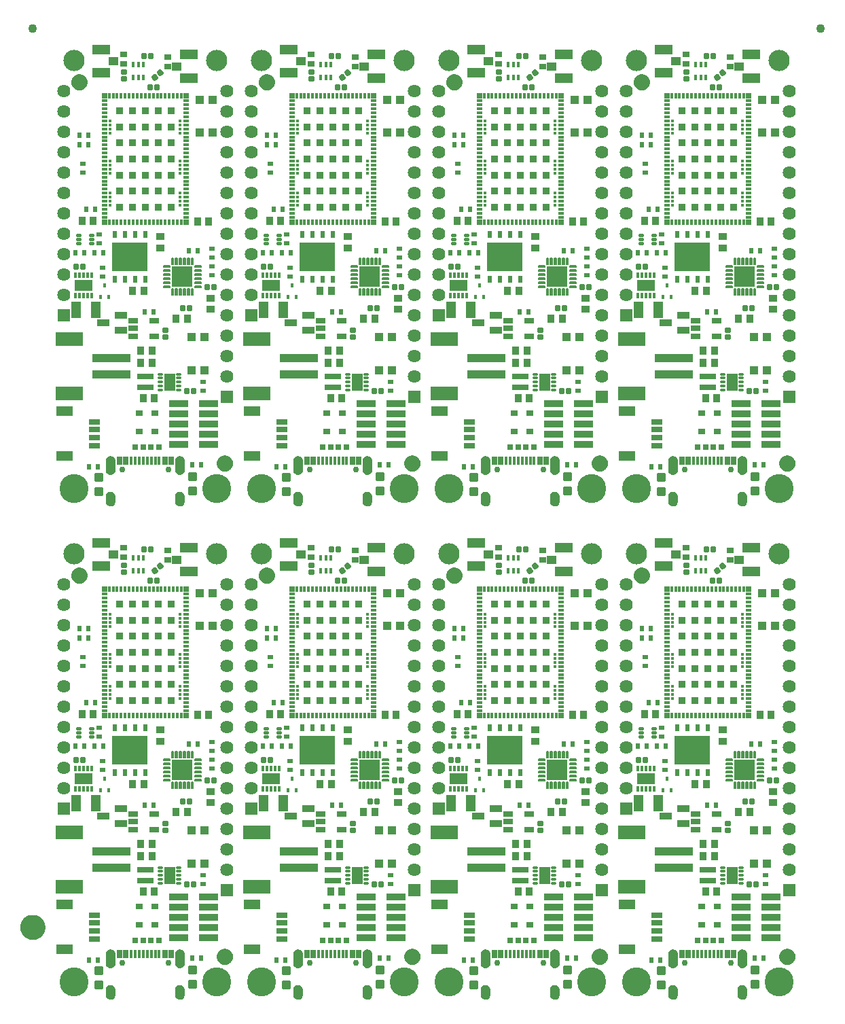
<source format=gts>
G04 EAGLE Gerber RS-274X export*
G75*
%MOMM*%
%FSLAX34Y34*%
%LPD*%
%INSoldermask Top*%
%IPPOS*%
%AMOC8*
5,1,8,0,0,1.08239X$1,22.5*%
G01*
%ADD10C,2.641600*%
%ADD11C,1.101600*%
%ADD12C,0.500000*%
%ADD13C,3.617600*%
%ADD14R,1.625600X1.625600*%
%ADD15C,1.625600*%
%ADD16R,1.501600X0.901600*%
%ADD17R,2.101600X0.751600*%
%ADD18R,0.901600X1.101600*%
%ADD19C,0.384959*%
%ADD20R,0.601600X0.801600*%
%ADD21R,0.801600X0.601600*%
%ADD22R,0.812800X0.711200*%
%ADD23R,2.301600X1.151600*%
%ADD24R,1.151600X1.101600*%
%ADD25R,0.640000X0.400000*%
%ADD26R,0.400000X0.640000*%
%ADD27R,0.640000X0.640000*%
%ADD28R,0.400000X0.400000*%
%ADD29R,0.900000X0.900000*%
%ADD30R,1.101600X0.901600*%
%ADD31R,1.101600X1.001600*%
%ADD32R,0.504200X0.962000*%
%ADD33R,4.445000X3.556000*%
%ADD34C,0.351600*%
%ADD35R,1.301600X2.101600*%
%ADD36C,0.396575*%
%ADD37C,0.261391*%
%ADD38R,0.304800X0.711200*%
%ADD39R,2.260600X1.346200*%
%ADD40R,1.193800X2.006600*%
%ADD41R,0.355600X0.584200*%
%ADD42R,0.401600X0.801600*%
%ADD43R,2.101600X1.301600*%
%ADD44R,1.451600X0.701600*%
%ADD45R,0.401600X1.101600*%
%ADD46R,0.701600X1.101600*%
%ADD47C,0.751600*%
%ADD48R,0.701600X0.701600*%
%ADD49R,1.301600X0.651600*%
%ADD50C,0.166334*%
%ADD51R,2.551600X2.551600*%
%ADD52R,4.701600X1.101600*%
%ADD53R,3.501600X1.701600*%
%ADD54R,0.931600X0.731600*%
%ADD55R,2.481600X0.841600*%
%ADD56C,1.270000*%
%ADD57C,1.601600*%

G36*
X151237Y762120D02*
X151237Y762120D01*
X151239Y762119D01*
X151282Y762139D01*
X151326Y762157D01*
X151326Y762159D01*
X151328Y762160D01*
X151361Y762245D01*
X151361Y783515D01*
X151360Y783517D01*
X151361Y783519D01*
X151341Y783562D01*
X151323Y783606D01*
X151321Y783606D01*
X151320Y783608D01*
X151235Y783641D01*
X137965Y783641D01*
X137963Y783640D01*
X137961Y783641D01*
X137918Y783621D01*
X137874Y783603D01*
X137874Y783601D01*
X137872Y783600D01*
X137839Y783515D01*
X137839Y762245D01*
X137840Y762243D01*
X137839Y762241D01*
X137859Y762198D01*
X137877Y762154D01*
X137879Y762154D01*
X137880Y762152D01*
X137965Y762119D01*
X151235Y762119D01*
X151237Y762120D01*
G37*
G36*
X852277Y762120D02*
X852277Y762120D01*
X852279Y762119D01*
X852322Y762139D01*
X852366Y762157D01*
X852366Y762159D01*
X852368Y762160D01*
X852401Y762245D01*
X852401Y783515D01*
X852400Y783517D01*
X852401Y783519D01*
X852381Y783562D01*
X852363Y783606D01*
X852361Y783606D01*
X852360Y783608D01*
X852275Y783641D01*
X839005Y783641D01*
X839003Y783640D01*
X839001Y783641D01*
X838958Y783621D01*
X838914Y783603D01*
X838914Y783601D01*
X838912Y783600D01*
X838879Y783515D01*
X838879Y762245D01*
X838880Y762243D01*
X838879Y762241D01*
X838899Y762198D01*
X838917Y762154D01*
X838919Y762154D01*
X838920Y762152D01*
X839005Y762119D01*
X852275Y762119D01*
X852277Y762120D01*
G37*
G36*
X384917Y762120D02*
X384917Y762120D01*
X384919Y762119D01*
X384962Y762139D01*
X385006Y762157D01*
X385006Y762159D01*
X385008Y762160D01*
X385041Y762245D01*
X385041Y783515D01*
X385040Y783517D01*
X385041Y783519D01*
X385021Y783562D01*
X385003Y783606D01*
X385001Y783606D01*
X385000Y783608D01*
X384915Y783641D01*
X371645Y783641D01*
X371643Y783640D01*
X371641Y783641D01*
X371598Y783621D01*
X371554Y783603D01*
X371554Y783601D01*
X371552Y783600D01*
X371519Y783515D01*
X371519Y762245D01*
X371520Y762243D01*
X371519Y762241D01*
X371539Y762198D01*
X371557Y762154D01*
X371559Y762154D01*
X371560Y762152D01*
X371645Y762119D01*
X384915Y762119D01*
X384917Y762120D01*
G37*
G36*
X618597Y762120D02*
X618597Y762120D01*
X618599Y762119D01*
X618642Y762139D01*
X618686Y762157D01*
X618686Y762159D01*
X618688Y762160D01*
X618721Y762245D01*
X618721Y783515D01*
X618720Y783517D01*
X618721Y783519D01*
X618701Y783562D01*
X618683Y783606D01*
X618681Y783606D01*
X618680Y783608D01*
X618595Y783641D01*
X605325Y783641D01*
X605323Y783640D01*
X605321Y783641D01*
X605278Y783621D01*
X605234Y783603D01*
X605234Y783601D01*
X605232Y783600D01*
X605199Y783515D01*
X605199Y762245D01*
X605200Y762243D01*
X605199Y762241D01*
X605219Y762198D01*
X605237Y762154D01*
X605239Y762154D01*
X605240Y762152D01*
X605325Y762119D01*
X618595Y762119D01*
X618597Y762120D01*
G37*
G36*
X151237Y147440D02*
X151237Y147440D01*
X151239Y147439D01*
X151282Y147459D01*
X151326Y147477D01*
X151326Y147479D01*
X151328Y147480D01*
X151361Y147565D01*
X151361Y168835D01*
X151360Y168837D01*
X151361Y168839D01*
X151341Y168882D01*
X151323Y168926D01*
X151321Y168926D01*
X151320Y168928D01*
X151235Y168961D01*
X137965Y168961D01*
X137963Y168960D01*
X137961Y168961D01*
X137918Y168941D01*
X137874Y168923D01*
X137874Y168921D01*
X137872Y168920D01*
X137839Y168835D01*
X137839Y147565D01*
X137840Y147563D01*
X137839Y147561D01*
X137859Y147518D01*
X137877Y147474D01*
X137879Y147474D01*
X137880Y147472D01*
X137965Y147439D01*
X151235Y147439D01*
X151237Y147440D01*
G37*
G36*
X384917Y147440D02*
X384917Y147440D01*
X384919Y147439D01*
X384962Y147459D01*
X385006Y147477D01*
X385006Y147479D01*
X385008Y147480D01*
X385041Y147565D01*
X385041Y168835D01*
X385040Y168837D01*
X385041Y168839D01*
X385021Y168882D01*
X385003Y168926D01*
X385001Y168926D01*
X385000Y168928D01*
X384915Y168961D01*
X371645Y168961D01*
X371643Y168960D01*
X371641Y168961D01*
X371598Y168941D01*
X371554Y168923D01*
X371554Y168921D01*
X371552Y168920D01*
X371519Y168835D01*
X371519Y147565D01*
X371520Y147563D01*
X371519Y147561D01*
X371539Y147518D01*
X371557Y147474D01*
X371559Y147474D01*
X371560Y147472D01*
X371645Y147439D01*
X384915Y147439D01*
X384917Y147440D01*
G37*
G36*
X852277Y147440D02*
X852277Y147440D01*
X852279Y147439D01*
X852322Y147459D01*
X852366Y147477D01*
X852366Y147479D01*
X852368Y147480D01*
X852401Y147565D01*
X852401Y168835D01*
X852400Y168837D01*
X852401Y168839D01*
X852381Y168882D01*
X852363Y168926D01*
X852361Y168926D01*
X852360Y168928D01*
X852275Y168961D01*
X839005Y168961D01*
X839003Y168960D01*
X839001Y168961D01*
X838958Y168941D01*
X838914Y168923D01*
X838914Y168921D01*
X838912Y168920D01*
X838879Y168835D01*
X838879Y147565D01*
X838880Y147563D01*
X838879Y147561D01*
X838899Y147518D01*
X838917Y147474D01*
X838919Y147474D01*
X838920Y147472D01*
X839005Y147439D01*
X852275Y147439D01*
X852277Y147440D01*
G37*
G36*
X618597Y147440D02*
X618597Y147440D01*
X618599Y147439D01*
X618642Y147459D01*
X618686Y147477D01*
X618686Y147479D01*
X618688Y147480D01*
X618721Y147565D01*
X618721Y168835D01*
X618720Y168837D01*
X618721Y168839D01*
X618701Y168882D01*
X618683Y168926D01*
X618681Y168926D01*
X618680Y168928D01*
X618595Y168961D01*
X605325Y168961D01*
X605323Y168960D01*
X605321Y168961D01*
X605278Y168941D01*
X605234Y168923D01*
X605234Y168921D01*
X605232Y168920D01*
X605199Y168835D01*
X605199Y147565D01*
X605200Y147563D01*
X605199Y147561D01*
X605219Y147518D01*
X605237Y147474D01*
X605239Y147474D01*
X605240Y147472D01*
X605325Y147439D01*
X618595Y147439D01*
X618597Y147440D01*
G37*
G36*
X626144Y42883D02*
X626144Y42883D01*
X626150Y42889D01*
X626155Y42885D01*
X627385Y43250D01*
X627390Y43257D01*
X627395Y43255D01*
X628514Y43885D01*
X628517Y43892D01*
X628523Y43891D01*
X629473Y44754D01*
X629474Y44762D01*
X629480Y44762D01*
X630214Y45815D01*
X630214Y45823D01*
X630219Y45825D01*
X630701Y47015D01*
X630699Y47020D01*
X630703Y47023D01*
X630702Y47024D01*
X630704Y47025D01*
X630909Y48292D01*
X630906Y48297D01*
X630909Y48300D01*
X630909Y60300D01*
X630906Y60304D01*
X630909Y60307D01*
X630754Y61429D01*
X630749Y61434D01*
X630752Y61438D01*
X630381Y62509D01*
X630375Y62513D01*
X630377Y62518D01*
X629804Y63495D01*
X629798Y63498D01*
X629799Y63503D01*
X629046Y64350D01*
X629039Y64352D01*
X629039Y64357D01*
X628136Y65041D01*
X628129Y65041D01*
X628128Y65046D01*
X627109Y65541D01*
X627102Y65539D01*
X627100Y65544D01*
X626003Y65831D01*
X625997Y65828D01*
X625994Y65832D01*
X624863Y65899D01*
X624857Y65899D01*
X623726Y65832D01*
X623721Y65827D01*
X623717Y65831D01*
X622620Y65544D01*
X622616Y65538D01*
X622611Y65541D01*
X621592Y65046D01*
X621589Y65040D01*
X621584Y65041D01*
X620681Y64357D01*
X620679Y64350D01*
X620674Y64350D01*
X619921Y63503D01*
X619921Y63496D01*
X619916Y63495D01*
X619343Y62518D01*
X619344Y62515D01*
X619343Y62514D01*
X619344Y62513D01*
X619344Y62511D01*
X619339Y62509D01*
X618968Y61438D01*
X618970Y61433D01*
X618967Y61431D01*
X618967Y61430D01*
X618966Y61429D01*
X618811Y60307D01*
X618814Y60302D01*
X618811Y60300D01*
X618811Y48300D01*
X618814Y48295D01*
X618811Y48292D01*
X619016Y47025D01*
X619022Y47019D01*
X619019Y47015D01*
X619501Y45825D01*
X619508Y45821D01*
X619506Y45815D01*
X620240Y44762D01*
X620248Y44760D01*
X620247Y44754D01*
X621197Y43891D01*
X621206Y43890D01*
X621206Y43885D01*
X622325Y43255D01*
X622333Y43256D01*
X622335Y43250D01*
X623565Y42885D01*
X623573Y42888D01*
X623576Y42883D01*
X624857Y42801D01*
X624861Y42804D01*
X624863Y42801D01*
X626144Y42883D01*
G37*
G36*
X773424Y42883D02*
X773424Y42883D01*
X773430Y42889D01*
X773435Y42885D01*
X774665Y43250D01*
X774670Y43257D01*
X774675Y43255D01*
X775794Y43885D01*
X775797Y43892D01*
X775803Y43891D01*
X776753Y44754D01*
X776754Y44762D01*
X776760Y44762D01*
X777494Y45815D01*
X777494Y45823D01*
X777499Y45825D01*
X777981Y47015D01*
X777979Y47020D01*
X777983Y47023D01*
X777982Y47024D01*
X777984Y47025D01*
X778189Y48292D01*
X778186Y48297D01*
X778189Y48300D01*
X778189Y60300D01*
X778186Y60304D01*
X778189Y60307D01*
X778034Y61429D01*
X778029Y61434D01*
X778032Y61438D01*
X777661Y62509D01*
X777655Y62513D01*
X777657Y62518D01*
X777084Y63495D01*
X777078Y63498D01*
X777079Y63503D01*
X776326Y64350D01*
X776319Y64352D01*
X776319Y64357D01*
X775416Y65041D01*
X775409Y65041D01*
X775408Y65046D01*
X774389Y65541D01*
X774382Y65539D01*
X774380Y65544D01*
X773283Y65831D01*
X773277Y65828D01*
X773274Y65832D01*
X772143Y65899D01*
X772137Y65899D01*
X771006Y65832D01*
X771001Y65827D01*
X770997Y65831D01*
X769900Y65544D01*
X769896Y65538D01*
X769891Y65541D01*
X768872Y65046D01*
X768869Y65040D01*
X768864Y65041D01*
X767961Y64357D01*
X767959Y64350D01*
X767954Y64350D01*
X767201Y63503D01*
X767201Y63496D01*
X767196Y63495D01*
X766623Y62518D01*
X766624Y62515D01*
X766623Y62514D01*
X766624Y62513D01*
X766624Y62511D01*
X766619Y62509D01*
X766248Y61438D01*
X766250Y61433D01*
X766247Y61431D01*
X766247Y61430D01*
X766246Y61429D01*
X766091Y60307D01*
X766094Y60302D01*
X766091Y60300D01*
X766091Y48300D01*
X766094Y48295D01*
X766091Y48292D01*
X766296Y47025D01*
X766302Y47019D01*
X766299Y47015D01*
X766781Y45825D01*
X766788Y45821D01*
X766786Y45815D01*
X767520Y44762D01*
X767528Y44760D01*
X767527Y44754D01*
X768477Y43891D01*
X768486Y43890D01*
X768486Y43885D01*
X769605Y43255D01*
X769613Y43256D01*
X769615Y43250D01*
X770845Y42885D01*
X770853Y42888D01*
X770856Y42883D01*
X772137Y42801D01*
X772141Y42804D01*
X772143Y42801D01*
X773424Y42883D01*
G37*
G36*
X539744Y42883D02*
X539744Y42883D01*
X539750Y42889D01*
X539755Y42885D01*
X540985Y43250D01*
X540990Y43257D01*
X540995Y43255D01*
X542114Y43885D01*
X542117Y43892D01*
X542123Y43891D01*
X543073Y44754D01*
X543074Y44762D01*
X543080Y44762D01*
X543814Y45815D01*
X543814Y45823D01*
X543819Y45825D01*
X544301Y47015D01*
X544299Y47020D01*
X544303Y47023D01*
X544302Y47024D01*
X544304Y47025D01*
X544509Y48292D01*
X544506Y48297D01*
X544509Y48300D01*
X544509Y60300D01*
X544506Y60304D01*
X544509Y60307D01*
X544354Y61429D01*
X544349Y61434D01*
X544352Y61438D01*
X543981Y62509D01*
X543975Y62513D01*
X543977Y62518D01*
X543404Y63495D01*
X543398Y63498D01*
X543399Y63503D01*
X542646Y64350D01*
X542639Y64352D01*
X542639Y64357D01*
X541736Y65041D01*
X541729Y65041D01*
X541728Y65046D01*
X540709Y65541D01*
X540702Y65539D01*
X540700Y65544D01*
X539603Y65831D01*
X539597Y65828D01*
X539594Y65832D01*
X538463Y65899D01*
X538457Y65899D01*
X537326Y65832D01*
X537321Y65827D01*
X537317Y65831D01*
X536220Y65544D01*
X536216Y65538D01*
X536211Y65541D01*
X535192Y65046D01*
X535189Y65040D01*
X535184Y65041D01*
X534281Y64357D01*
X534279Y64350D01*
X534274Y64350D01*
X533521Y63503D01*
X533521Y63496D01*
X533516Y63495D01*
X532943Y62518D01*
X532944Y62515D01*
X532943Y62514D01*
X532944Y62513D01*
X532944Y62511D01*
X532939Y62509D01*
X532568Y61438D01*
X532570Y61433D01*
X532567Y61431D01*
X532567Y61430D01*
X532566Y61429D01*
X532411Y60307D01*
X532414Y60302D01*
X532411Y60300D01*
X532411Y48300D01*
X532414Y48295D01*
X532411Y48292D01*
X532616Y47025D01*
X532622Y47019D01*
X532619Y47015D01*
X533101Y45825D01*
X533108Y45821D01*
X533106Y45815D01*
X533840Y44762D01*
X533848Y44760D01*
X533847Y44754D01*
X534797Y43891D01*
X534806Y43890D01*
X534806Y43885D01*
X535925Y43255D01*
X535933Y43256D01*
X535935Y43250D01*
X537165Y42885D01*
X537173Y42888D01*
X537176Y42883D01*
X538457Y42801D01*
X538461Y42804D01*
X538463Y42801D01*
X539744Y42883D01*
G37*
G36*
X773424Y657563D02*
X773424Y657563D01*
X773430Y657569D01*
X773435Y657565D01*
X774665Y657930D01*
X774670Y657937D01*
X774675Y657935D01*
X775794Y658565D01*
X775797Y658572D01*
X775803Y658571D01*
X776753Y659434D01*
X776754Y659442D01*
X776760Y659442D01*
X777494Y660495D01*
X777494Y660503D01*
X777499Y660505D01*
X777981Y661695D01*
X777979Y661700D01*
X777983Y661703D01*
X777982Y661704D01*
X777984Y661705D01*
X778189Y662972D01*
X778186Y662977D01*
X778189Y662980D01*
X778189Y674980D01*
X778186Y674984D01*
X778189Y674987D01*
X778034Y676109D01*
X778029Y676114D01*
X778032Y676118D01*
X777661Y677189D01*
X777655Y677193D01*
X777657Y677198D01*
X777084Y678175D01*
X777078Y678178D01*
X777079Y678183D01*
X776326Y679030D01*
X776319Y679032D01*
X776319Y679037D01*
X775416Y679721D01*
X775409Y679721D01*
X775408Y679726D01*
X774389Y680221D01*
X774382Y680219D01*
X774380Y680224D01*
X773283Y680511D01*
X773277Y680508D01*
X773274Y680512D01*
X772143Y680579D01*
X772137Y680579D01*
X771006Y680512D01*
X771001Y680507D01*
X770997Y680511D01*
X769900Y680224D01*
X769896Y680218D01*
X769891Y680221D01*
X768872Y679726D01*
X768869Y679720D01*
X768864Y679721D01*
X767961Y679037D01*
X767959Y679030D01*
X767954Y679030D01*
X767201Y678183D01*
X767201Y678176D01*
X767196Y678175D01*
X766623Y677198D01*
X766624Y677195D01*
X766623Y677194D01*
X766624Y677193D01*
X766624Y677191D01*
X766619Y677189D01*
X766248Y676118D01*
X766250Y676113D01*
X766247Y676111D01*
X766247Y676110D01*
X766246Y676109D01*
X766091Y674987D01*
X766094Y674982D01*
X766091Y674980D01*
X766091Y662980D01*
X766094Y662975D01*
X766091Y662972D01*
X766296Y661705D01*
X766302Y661699D01*
X766299Y661695D01*
X766781Y660505D01*
X766788Y660501D01*
X766786Y660495D01*
X767520Y659442D01*
X767528Y659440D01*
X767527Y659434D01*
X768477Y658571D01*
X768486Y658570D01*
X768486Y658565D01*
X769605Y657935D01*
X769613Y657936D01*
X769615Y657930D01*
X770845Y657565D01*
X770853Y657568D01*
X770856Y657563D01*
X772137Y657481D01*
X772141Y657484D01*
X772143Y657481D01*
X773424Y657563D01*
G37*
G36*
X859824Y42883D02*
X859824Y42883D01*
X859830Y42889D01*
X859835Y42885D01*
X861065Y43250D01*
X861070Y43257D01*
X861075Y43255D01*
X862194Y43885D01*
X862197Y43892D01*
X862203Y43891D01*
X863153Y44754D01*
X863154Y44762D01*
X863160Y44762D01*
X863894Y45815D01*
X863894Y45823D01*
X863899Y45825D01*
X864381Y47015D01*
X864379Y47020D01*
X864383Y47023D01*
X864382Y47024D01*
X864384Y47025D01*
X864589Y48292D01*
X864586Y48297D01*
X864589Y48300D01*
X864589Y60300D01*
X864586Y60304D01*
X864589Y60307D01*
X864434Y61429D01*
X864429Y61434D01*
X864432Y61438D01*
X864061Y62509D01*
X864055Y62513D01*
X864057Y62518D01*
X863484Y63495D01*
X863478Y63498D01*
X863479Y63503D01*
X862726Y64350D01*
X862719Y64352D01*
X862719Y64357D01*
X861816Y65041D01*
X861809Y65041D01*
X861808Y65046D01*
X860789Y65541D01*
X860782Y65539D01*
X860780Y65544D01*
X859683Y65831D01*
X859677Y65828D01*
X859674Y65832D01*
X858543Y65899D01*
X858537Y65899D01*
X857406Y65832D01*
X857401Y65827D01*
X857397Y65831D01*
X856300Y65544D01*
X856296Y65538D01*
X856291Y65541D01*
X855272Y65046D01*
X855269Y65040D01*
X855264Y65041D01*
X854361Y64357D01*
X854359Y64350D01*
X854354Y64350D01*
X853601Y63503D01*
X853601Y63496D01*
X853596Y63495D01*
X853023Y62518D01*
X853024Y62515D01*
X853023Y62514D01*
X853024Y62513D01*
X853024Y62511D01*
X853019Y62509D01*
X852648Y61438D01*
X852650Y61433D01*
X852647Y61431D01*
X852647Y61430D01*
X852646Y61429D01*
X852491Y60307D01*
X852494Y60302D01*
X852491Y60300D01*
X852491Y48300D01*
X852494Y48295D01*
X852491Y48292D01*
X852696Y47025D01*
X852702Y47019D01*
X852699Y47015D01*
X853181Y45825D01*
X853188Y45821D01*
X853186Y45815D01*
X853920Y44762D01*
X853928Y44760D01*
X853927Y44754D01*
X854877Y43891D01*
X854886Y43890D01*
X854886Y43885D01*
X856005Y43255D01*
X856013Y43256D01*
X856015Y43250D01*
X857245Y42885D01*
X857253Y42888D01*
X857256Y42883D01*
X858537Y42801D01*
X858541Y42804D01*
X858543Y42801D01*
X859824Y42883D01*
G37*
G36*
X392464Y42883D02*
X392464Y42883D01*
X392470Y42889D01*
X392475Y42885D01*
X393705Y43250D01*
X393710Y43257D01*
X393715Y43255D01*
X394834Y43885D01*
X394837Y43892D01*
X394843Y43891D01*
X395793Y44754D01*
X395794Y44762D01*
X395800Y44762D01*
X396534Y45815D01*
X396534Y45823D01*
X396539Y45825D01*
X397021Y47015D01*
X397019Y47020D01*
X397023Y47023D01*
X397022Y47024D01*
X397024Y47025D01*
X397229Y48292D01*
X397226Y48297D01*
X397229Y48300D01*
X397229Y60300D01*
X397226Y60304D01*
X397229Y60307D01*
X397074Y61429D01*
X397069Y61434D01*
X397072Y61438D01*
X396701Y62509D01*
X396695Y62513D01*
X396697Y62518D01*
X396124Y63495D01*
X396118Y63498D01*
X396119Y63503D01*
X395366Y64350D01*
X395359Y64352D01*
X395359Y64357D01*
X394456Y65041D01*
X394449Y65041D01*
X394448Y65046D01*
X393429Y65541D01*
X393422Y65539D01*
X393420Y65544D01*
X392323Y65831D01*
X392317Y65828D01*
X392314Y65832D01*
X391183Y65899D01*
X391177Y65899D01*
X390046Y65832D01*
X390041Y65827D01*
X390037Y65831D01*
X388940Y65544D01*
X388936Y65538D01*
X388931Y65541D01*
X387912Y65046D01*
X387909Y65040D01*
X387904Y65041D01*
X387001Y64357D01*
X386999Y64350D01*
X386994Y64350D01*
X386241Y63503D01*
X386241Y63496D01*
X386236Y63495D01*
X385663Y62518D01*
X385664Y62515D01*
X385663Y62514D01*
X385664Y62513D01*
X385664Y62511D01*
X385659Y62509D01*
X385288Y61438D01*
X385290Y61433D01*
X385287Y61431D01*
X385287Y61430D01*
X385286Y61429D01*
X385131Y60307D01*
X385134Y60302D01*
X385131Y60300D01*
X385131Y48300D01*
X385134Y48295D01*
X385131Y48292D01*
X385336Y47025D01*
X385342Y47019D01*
X385339Y47015D01*
X385821Y45825D01*
X385828Y45821D01*
X385826Y45815D01*
X386560Y44762D01*
X386568Y44760D01*
X386567Y44754D01*
X387517Y43891D01*
X387526Y43890D01*
X387526Y43885D01*
X388645Y43255D01*
X388653Y43256D01*
X388655Y43250D01*
X389885Y42885D01*
X389893Y42888D01*
X389896Y42883D01*
X391177Y42801D01*
X391181Y42804D01*
X391183Y42801D01*
X392464Y42883D01*
G37*
G36*
X158784Y657563D02*
X158784Y657563D01*
X158790Y657569D01*
X158795Y657565D01*
X160025Y657930D01*
X160030Y657937D01*
X160035Y657935D01*
X161154Y658565D01*
X161157Y658572D01*
X161163Y658571D01*
X162113Y659434D01*
X162114Y659442D01*
X162120Y659442D01*
X162854Y660495D01*
X162854Y660503D01*
X162859Y660505D01*
X163341Y661695D01*
X163339Y661700D01*
X163343Y661703D01*
X163342Y661704D01*
X163344Y661705D01*
X163549Y662972D01*
X163546Y662977D01*
X163549Y662980D01*
X163549Y674980D01*
X163546Y674984D01*
X163549Y674987D01*
X163394Y676109D01*
X163389Y676114D01*
X163392Y676118D01*
X163021Y677189D01*
X163015Y677193D01*
X163017Y677198D01*
X162444Y678175D01*
X162438Y678178D01*
X162439Y678183D01*
X161686Y679030D01*
X161679Y679032D01*
X161679Y679037D01*
X160776Y679721D01*
X160769Y679721D01*
X160768Y679726D01*
X159749Y680221D01*
X159742Y680219D01*
X159740Y680224D01*
X158643Y680511D01*
X158637Y680508D01*
X158634Y680512D01*
X157503Y680579D01*
X157497Y680579D01*
X156366Y680512D01*
X156361Y680507D01*
X156357Y680511D01*
X155260Y680224D01*
X155256Y680218D01*
X155251Y680221D01*
X154232Y679726D01*
X154229Y679720D01*
X154224Y679721D01*
X153321Y679037D01*
X153319Y679030D01*
X153314Y679030D01*
X152561Y678183D01*
X152561Y678176D01*
X152556Y678175D01*
X151983Y677198D01*
X151984Y677195D01*
X151983Y677194D01*
X151984Y677193D01*
X151984Y677191D01*
X151979Y677189D01*
X151608Y676118D01*
X151610Y676113D01*
X151607Y676111D01*
X151607Y676110D01*
X151606Y676109D01*
X151451Y674987D01*
X151454Y674982D01*
X151451Y674980D01*
X151451Y662980D01*
X151454Y662975D01*
X151451Y662972D01*
X151656Y661705D01*
X151662Y661699D01*
X151659Y661695D01*
X152141Y660505D01*
X152148Y660501D01*
X152146Y660495D01*
X152880Y659442D01*
X152888Y659440D01*
X152887Y659434D01*
X153837Y658571D01*
X153846Y658570D01*
X153846Y658565D01*
X154965Y657935D01*
X154973Y657936D01*
X154975Y657930D01*
X156205Y657565D01*
X156213Y657568D01*
X156216Y657563D01*
X157497Y657481D01*
X157501Y657484D01*
X157503Y657481D01*
X158784Y657563D01*
G37*
G36*
X626144Y657563D02*
X626144Y657563D01*
X626150Y657569D01*
X626155Y657565D01*
X627385Y657930D01*
X627390Y657937D01*
X627395Y657935D01*
X628514Y658565D01*
X628517Y658572D01*
X628523Y658571D01*
X629473Y659434D01*
X629474Y659442D01*
X629480Y659442D01*
X630214Y660495D01*
X630214Y660503D01*
X630219Y660505D01*
X630701Y661695D01*
X630699Y661700D01*
X630703Y661703D01*
X630702Y661704D01*
X630704Y661705D01*
X630909Y662972D01*
X630906Y662977D01*
X630909Y662980D01*
X630909Y674980D01*
X630906Y674984D01*
X630909Y674987D01*
X630754Y676109D01*
X630749Y676114D01*
X630752Y676118D01*
X630381Y677189D01*
X630375Y677193D01*
X630377Y677198D01*
X629804Y678175D01*
X629798Y678178D01*
X629799Y678183D01*
X629046Y679030D01*
X629039Y679032D01*
X629039Y679037D01*
X628136Y679721D01*
X628129Y679721D01*
X628128Y679726D01*
X627109Y680221D01*
X627102Y680219D01*
X627100Y680224D01*
X626003Y680511D01*
X625997Y680508D01*
X625994Y680512D01*
X624863Y680579D01*
X624857Y680579D01*
X623726Y680512D01*
X623721Y680507D01*
X623717Y680511D01*
X622620Y680224D01*
X622616Y680218D01*
X622611Y680221D01*
X621592Y679726D01*
X621589Y679720D01*
X621584Y679721D01*
X620681Y679037D01*
X620679Y679030D01*
X620674Y679030D01*
X619921Y678183D01*
X619921Y678176D01*
X619916Y678175D01*
X619343Y677198D01*
X619344Y677195D01*
X619343Y677194D01*
X619344Y677193D01*
X619344Y677191D01*
X619339Y677189D01*
X618968Y676118D01*
X618970Y676113D01*
X618967Y676111D01*
X618967Y676110D01*
X618966Y676109D01*
X618811Y674987D01*
X618814Y674982D01*
X618811Y674980D01*
X618811Y662980D01*
X618814Y662975D01*
X618811Y662972D01*
X619016Y661705D01*
X619022Y661699D01*
X619019Y661695D01*
X619501Y660505D01*
X619508Y660501D01*
X619506Y660495D01*
X620240Y659442D01*
X620248Y659440D01*
X620247Y659434D01*
X621197Y658571D01*
X621206Y658570D01*
X621206Y658565D01*
X622325Y657935D01*
X622333Y657936D01*
X622335Y657930D01*
X623565Y657565D01*
X623573Y657568D01*
X623576Y657563D01*
X624857Y657481D01*
X624861Y657484D01*
X624863Y657481D01*
X626144Y657563D01*
G37*
G36*
X306064Y657563D02*
X306064Y657563D01*
X306070Y657569D01*
X306075Y657565D01*
X307305Y657930D01*
X307310Y657937D01*
X307315Y657935D01*
X308434Y658565D01*
X308437Y658572D01*
X308443Y658571D01*
X309393Y659434D01*
X309394Y659442D01*
X309400Y659442D01*
X310134Y660495D01*
X310134Y660503D01*
X310139Y660505D01*
X310621Y661695D01*
X310619Y661700D01*
X310623Y661703D01*
X310622Y661704D01*
X310624Y661705D01*
X310829Y662972D01*
X310826Y662977D01*
X310829Y662980D01*
X310829Y674980D01*
X310826Y674984D01*
X310829Y674987D01*
X310674Y676109D01*
X310669Y676114D01*
X310672Y676118D01*
X310301Y677189D01*
X310295Y677193D01*
X310297Y677198D01*
X309724Y678175D01*
X309718Y678178D01*
X309719Y678183D01*
X308966Y679030D01*
X308959Y679032D01*
X308959Y679037D01*
X308056Y679721D01*
X308049Y679721D01*
X308048Y679726D01*
X307029Y680221D01*
X307022Y680219D01*
X307020Y680224D01*
X305923Y680511D01*
X305917Y680508D01*
X305914Y680512D01*
X304783Y680579D01*
X304777Y680579D01*
X303646Y680512D01*
X303641Y680507D01*
X303637Y680511D01*
X302540Y680224D01*
X302536Y680218D01*
X302531Y680221D01*
X301512Y679726D01*
X301509Y679720D01*
X301504Y679721D01*
X300601Y679037D01*
X300599Y679030D01*
X300594Y679030D01*
X299841Y678183D01*
X299841Y678176D01*
X299836Y678175D01*
X299263Y677198D01*
X299264Y677195D01*
X299263Y677194D01*
X299264Y677193D01*
X299264Y677191D01*
X299259Y677189D01*
X298888Y676118D01*
X298890Y676113D01*
X298887Y676111D01*
X298887Y676110D01*
X298886Y676109D01*
X298731Y674987D01*
X298734Y674982D01*
X298731Y674980D01*
X298731Y662980D01*
X298734Y662975D01*
X298731Y662972D01*
X298936Y661705D01*
X298942Y661699D01*
X298939Y661695D01*
X299421Y660505D01*
X299428Y660501D01*
X299426Y660495D01*
X300160Y659442D01*
X300168Y659440D01*
X300167Y659434D01*
X301117Y658571D01*
X301126Y658570D01*
X301126Y658565D01*
X302245Y657935D01*
X302253Y657936D01*
X302255Y657930D01*
X303485Y657565D01*
X303493Y657568D01*
X303496Y657563D01*
X304777Y657481D01*
X304781Y657484D01*
X304783Y657481D01*
X306064Y657563D01*
G37*
G36*
X539744Y657563D02*
X539744Y657563D01*
X539750Y657569D01*
X539755Y657565D01*
X540985Y657930D01*
X540990Y657937D01*
X540995Y657935D01*
X542114Y658565D01*
X542117Y658572D01*
X542123Y658571D01*
X543073Y659434D01*
X543074Y659442D01*
X543080Y659442D01*
X543814Y660495D01*
X543814Y660503D01*
X543819Y660505D01*
X544301Y661695D01*
X544299Y661700D01*
X544303Y661703D01*
X544302Y661704D01*
X544304Y661705D01*
X544509Y662972D01*
X544506Y662977D01*
X544509Y662980D01*
X544509Y674980D01*
X544506Y674984D01*
X544509Y674987D01*
X544354Y676109D01*
X544349Y676114D01*
X544352Y676118D01*
X543981Y677189D01*
X543975Y677193D01*
X543977Y677198D01*
X543404Y678175D01*
X543398Y678178D01*
X543399Y678183D01*
X542646Y679030D01*
X542639Y679032D01*
X542639Y679037D01*
X541736Y679721D01*
X541729Y679721D01*
X541728Y679726D01*
X540709Y680221D01*
X540702Y680219D01*
X540700Y680224D01*
X539603Y680511D01*
X539597Y680508D01*
X539594Y680512D01*
X538463Y680579D01*
X538457Y680579D01*
X537326Y680512D01*
X537321Y680507D01*
X537317Y680511D01*
X536220Y680224D01*
X536216Y680218D01*
X536211Y680221D01*
X535192Y679726D01*
X535189Y679720D01*
X535184Y679721D01*
X534281Y679037D01*
X534279Y679030D01*
X534274Y679030D01*
X533521Y678183D01*
X533521Y678176D01*
X533516Y678175D01*
X532943Y677198D01*
X532944Y677195D01*
X532943Y677194D01*
X532944Y677193D01*
X532944Y677191D01*
X532939Y677189D01*
X532568Y676118D01*
X532570Y676113D01*
X532567Y676111D01*
X532567Y676110D01*
X532566Y676109D01*
X532411Y674987D01*
X532414Y674982D01*
X532411Y674980D01*
X532411Y662980D01*
X532414Y662975D01*
X532411Y662972D01*
X532616Y661705D01*
X532622Y661699D01*
X532619Y661695D01*
X533101Y660505D01*
X533108Y660501D01*
X533106Y660495D01*
X533840Y659442D01*
X533848Y659440D01*
X533847Y659434D01*
X534797Y658571D01*
X534806Y658570D01*
X534806Y658565D01*
X535925Y657935D01*
X535933Y657936D01*
X535935Y657930D01*
X537165Y657565D01*
X537173Y657568D01*
X537176Y657563D01*
X538457Y657481D01*
X538461Y657484D01*
X538463Y657481D01*
X539744Y657563D01*
G37*
G36*
X859824Y657563D02*
X859824Y657563D01*
X859830Y657569D01*
X859835Y657565D01*
X861065Y657930D01*
X861070Y657937D01*
X861075Y657935D01*
X862194Y658565D01*
X862197Y658572D01*
X862203Y658571D01*
X863153Y659434D01*
X863154Y659442D01*
X863160Y659442D01*
X863894Y660495D01*
X863894Y660503D01*
X863899Y660505D01*
X864381Y661695D01*
X864379Y661700D01*
X864383Y661703D01*
X864382Y661704D01*
X864384Y661705D01*
X864589Y662972D01*
X864586Y662977D01*
X864589Y662980D01*
X864589Y674980D01*
X864586Y674984D01*
X864589Y674987D01*
X864434Y676109D01*
X864429Y676114D01*
X864432Y676118D01*
X864061Y677189D01*
X864055Y677193D01*
X864057Y677198D01*
X863484Y678175D01*
X863478Y678178D01*
X863479Y678183D01*
X862726Y679030D01*
X862719Y679032D01*
X862719Y679037D01*
X861816Y679721D01*
X861809Y679721D01*
X861808Y679726D01*
X860789Y680221D01*
X860782Y680219D01*
X860780Y680224D01*
X859683Y680511D01*
X859677Y680508D01*
X859674Y680512D01*
X858543Y680579D01*
X858537Y680579D01*
X857406Y680512D01*
X857401Y680507D01*
X857397Y680511D01*
X856300Y680224D01*
X856296Y680218D01*
X856291Y680221D01*
X855272Y679726D01*
X855269Y679720D01*
X855264Y679721D01*
X854361Y679037D01*
X854359Y679030D01*
X854354Y679030D01*
X853601Y678183D01*
X853601Y678176D01*
X853596Y678175D01*
X853023Y677198D01*
X853024Y677195D01*
X853023Y677194D01*
X853024Y677193D01*
X853024Y677191D01*
X853019Y677189D01*
X852648Y676118D01*
X852650Y676113D01*
X852647Y676111D01*
X852647Y676110D01*
X852646Y676109D01*
X852491Y674987D01*
X852494Y674982D01*
X852491Y674980D01*
X852491Y662980D01*
X852494Y662975D01*
X852491Y662972D01*
X852696Y661705D01*
X852702Y661699D01*
X852699Y661695D01*
X853181Y660505D01*
X853188Y660501D01*
X853186Y660495D01*
X853920Y659442D01*
X853928Y659440D01*
X853927Y659434D01*
X854877Y658571D01*
X854886Y658570D01*
X854886Y658565D01*
X856005Y657935D01*
X856013Y657936D01*
X856015Y657930D01*
X857245Y657565D01*
X857253Y657568D01*
X857256Y657563D01*
X858537Y657481D01*
X858541Y657484D01*
X858543Y657481D01*
X859824Y657563D01*
G37*
G36*
X72384Y657563D02*
X72384Y657563D01*
X72390Y657569D01*
X72395Y657565D01*
X73625Y657930D01*
X73630Y657937D01*
X73635Y657935D01*
X74754Y658565D01*
X74757Y658572D01*
X74763Y658571D01*
X75713Y659434D01*
X75714Y659442D01*
X75720Y659442D01*
X76454Y660495D01*
X76454Y660503D01*
X76459Y660505D01*
X76941Y661695D01*
X76939Y661700D01*
X76943Y661703D01*
X76942Y661704D01*
X76944Y661705D01*
X77149Y662972D01*
X77146Y662977D01*
X77149Y662980D01*
X77149Y674980D01*
X77146Y674984D01*
X77149Y674987D01*
X76994Y676109D01*
X76989Y676114D01*
X76992Y676118D01*
X76621Y677189D01*
X76615Y677193D01*
X76617Y677198D01*
X76044Y678175D01*
X76038Y678178D01*
X76039Y678183D01*
X75286Y679030D01*
X75279Y679032D01*
X75279Y679037D01*
X74376Y679721D01*
X74369Y679721D01*
X74368Y679726D01*
X73349Y680221D01*
X73342Y680219D01*
X73340Y680224D01*
X72243Y680511D01*
X72237Y680508D01*
X72234Y680512D01*
X71103Y680579D01*
X71097Y680579D01*
X69966Y680512D01*
X69961Y680507D01*
X69957Y680511D01*
X68860Y680224D01*
X68856Y680218D01*
X68851Y680221D01*
X67832Y679726D01*
X67829Y679720D01*
X67824Y679721D01*
X66921Y679037D01*
X66919Y679030D01*
X66914Y679030D01*
X66161Y678183D01*
X66161Y678176D01*
X66156Y678175D01*
X65583Y677198D01*
X65584Y677195D01*
X65583Y677194D01*
X65584Y677193D01*
X65584Y677191D01*
X65579Y677189D01*
X65208Y676118D01*
X65210Y676113D01*
X65207Y676111D01*
X65207Y676110D01*
X65206Y676109D01*
X65051Y674987D01*
X65054Y674982D01*
X65051Y674980D01*
X65051Y662980D01*
X65054Y662975D01*
X65051Y662972D01*
X65256Y661705D01*
X65262Y661699D01*
X65259Y661695D01*
X65741Y660505D01*
X65748Y660501D01*
X65746Y660495D01*
X66480Y659442D01*
X66488Y659440D01*
X66487Y659434D01*
X67437Y658571D01*
X67446Y658570D01*
X67446Y658565D01*
X68565Y657935D01*
X68573Y657936D01*
X68575Y657930D01*
X69805Y657565D01*
X69813Y657568D01*
X69816Y657563D01*
X71097Y657481D01*
X71101Y657484D01*
X71103Y657481D01*
X72384Y657563D01*
G37*
G36*
X392464Y657563D02*
X392464Y657563D01*
X392470Y657569D01*
X392475Y657565D01*
X393705Y657930D01*
X393710Y657937D01*
X393715Y657935D01*
X394834Y658565D01*
X394837Y658572D01*
X394843Y658571D01*
X395793Y659434D01*
X395794Y659442D01*
X395800Y659442D01*
X396534Y660495D01*
X396534Y660503D01*
X396539Y660505D01*
X397021Y661695D01*
X397019Y661700D01*
X397023Y661703D01*
X397022Y661704D01*
X397024Y661705D01*
X397229Y662972D01*
X397226Y662977D01*
X397229Y662980D01*
X397229Y674980D01*
X397226Y674984D01*
X397229Y674987D01*
X397074Y676109D01*
X397069Y676114D01*
X397072Y676118D01*
X396701Y677189D01*
X396695Y677193D01*
X396697Y677198D01*
X396124Y678175D01*
X396118Y678178D01*
X396119Y678183D01*
X395366Y679030D01*
X395359Y679032D01*
X395359Y679037D01*
X394456Y679721D01*
X394449Y679721D01*
X394448Y679726D01*
X393429Y680221D01*
X393422Y680219D01*
X393420Y680224D01*
X392323Y680511D01*
X392317Y680508D01*
X392314Y680512D01*
X391183Y680579D01*
X391177Y680579D01*
X390046Y680512D01*
X390041Y680507D01*
X390037Y680511D01*
X388940Y680224D01*
X388936Y680218D01*
X388931Y680221D01*
X387912Y679726D01*
X387909Y679720D01*
X387904Y679721D01*
X387001Y679037D01*
X386999Y679030D01*
X386994Y679030D01*
X386241Y678183D01*
X386241Y678176D01*
X386236Y678175D01*
X385663Y677198D01*
X385664Y677195D01*
X385663Y677194D01*
X385664Y677193D01*
X385664Y677191D01*
X385659Y677189D01*
X385288Y676118D01*
X385290Y676113D01*
X385287Y676111D01*
X385287Y676110D01*
X385286Y676109D01*
X385131Y674987D01*
X385134Y674982D01*
X385131Y674980D01*
X385131Y662980D01*
X385134Y662975D01*
X385131Y662972D01*
X385336Y661705D01*
X385342Y661699D01*
X385339Y661695D01*
X385821Y660505D01*
X385828Y660501D01*
X385826Y660495D01*
X386560Y659442D01*
X386568Y659440D01*
X386567Y659434D01*
X387517Y658571D01*
X387526Y658570D01*
X387526Y658565D01*
X388645Y657935D01*
X388653Y657936D01*
X388655Y657930D01*
X389885Y657565D01*
X389893Y657568D01*
X389896Y657563D01*
X391177Y657481D01*
X391181Y657484D01*
X391183Y657481D01*
X392464Y657563D01*
G37*
G36*
X306064Y42883D02*
X306064Y42883D01*
X306070Y42889D01*
X306075Y42885D01*
X307305Y43250D01*
X307310Y43257D01*
X307315Y43255D01*
X308434Y43885D01*
X308437Y43892D01*
X308443Y43891D01*
X309393Y44754D01*
X309394Y44762D01*
X309400Y44762D01*
X310134Y45815D01*
X310134Y45823D01*
X310139Y45825D01*
X310621Y47015D01*
X310619Y47020D01*
X310623Y47023D01*
X310622Y47024D01*
X310624Y47025D01*
X310829Y48292D01*
X310826Y48297D01*
X310829Y48300D01*
X310829Y60300D01*
X310826Y60304D01*
X310829Y60307D01*
X310674Y61429D01*
X310669Y61434D01*
X310672Y61438D01*
X310301Y62509D01*
X310295Y62513D01*
X310297Y62518D01*
X309724Y63495D01*
X309718Y63498D01*
X309719Y63503D01*
X308966Y64350D01*
X308959Y64352D01*
X308959Y64357D01*
X308056Y65041D01*
X308049Y65041D01*
X308048Y65046D01*
X307029Y65541D01*
X307022Y65539D01*
X307020Y65544D01*
X305923Y65831D01*
X305917Y65828D01*
X305914Y65832D01*
X304783Y65899D01*
X304777Y65899D01*
X303646Y65832D01*
X303641Y65827D01*
X303637Y65831D01*
X302540Y65544D01*
X302536Y65538D01*
X302531Y65541D01*
X301512Y65046D01*
X301509Y65040D01*
X301504Y65041D01*
X300601Y64357D01*
X300599Y64350D01*
X300594Y64350D01*
X299841Y63503D01*
X299841Y63496D01*
X299836Y63495D01*
X299263Y62518D01*
X299264Y62515D01*
X299263Y62514D01*
X299264Y62513D01*
X299264Y62511D01*
X299259Y62509D01*
X298888Y61438D01*
X298890Y61433D01*
X298887Y61431D01*
X298887Y61430D01*
X298886Y61429D01*
X298731Y60307D01*
X298734Y60302D01*
X298731Y60300D01*
X298731Y48300D01*
X298734Y48295D01*
X298731Y48292D01*
X298936Y47025D01*
X298942Y47019D01*
X298939Y47015D01*
X299421Y45825D01*
X299428Y45821D01*
X299426Y45815D01*
X300160Y44762D01*
X300168Y44760D01*
X300167Y44754D01*
X301117Y43891D01*
X301126Y43890D01*
X301126Y43885D01*
X302245Y43255D01*
X302253Y43256D01*
X302255Y43250D01*
X303485Y42885D01*
X303493Y42888D01*
X303496Y42883D01*
X304777Y42801D01*
X304781Y42804D01*
X304783Y42801D01*
X306064Y42883D01*
G37*
G36*
X158784Y42883D02*
X158784Y42883D01*
X158790Y42889D01*
X158795Y42885D01*
X160025Y43250D01*
X160030Y43257D01*
X160035Y43255D01*
X161154Y43885D01*
X161157Y43892D01*
X161163Y43891D01*
X162113Y44754D01*
X162114Y44762D01*
X162120Y44762D01*
X162854Y45815D01*
X162854Y45823D01*
X162859Y45825D01*
X163341Y47015D01*
X163339Y47020D01*
X163343Y47023D01*
X163342Y47024D01*
X163344Y47025D01*
X163549Y48292D01*
X163546Y48297D01*
X163549Y48300D01*
X163549Y60300D01*
X163546Y60304D01*
X163549Y60307D01*
X163394Y61429D01*
X163389Y61434D01*
X163392Y61438D01*
X163021Y62509D01*
X163015Y62513D01*
X163017Y62518D01*
X162444Y63495D01*
X162438Y63498D01*
X162439Y63503D01*
X161686Y64350D01*
X161679Y64352D01*
X161679Y64357D01*
X160776Y65041D01*
X160769Y65041D01*
X160768Y65046D01*
X159749Y65541D01*
X159742Y65539D01*
X159740Y65544D01*
X158643Y65831D01*
X158637Y65828D01*
X158634Y65832D01*
X157503Y65899D01*
X157497Y65899D01*
X156366Y65832D01*
X156361Y65827D01*
X156357Y65831D01*
X155260Y65544D01*
X155256Y65538D01*
X155251Y65541D01*
X154232Y65046D01*
X154229Y65040D01*
X154224Y65041D01*
X153321Y64357D01*
X153319Y64350D01*
X153314Y64350D01*
X152561Y63503D01*
X152561Y63496D01*
X152556Y63495D01*
X151983Y62518D01*
X151984Y62515D01*
X151983Y62514D01*
X151984Y62513D01*
X151984Y62511D01*
X151979Y62509D01*
X151608Y61438D01*
X151610Y61433D01*
X151607Y61431D01*
X151607Y61430D01*
X151606Y61429D01*
X151451Y60307D01*
X151454Y60302D01*
X151451Y60300D01*
X151451Y48300D01*
X151454Y48295D01*
X151451Y48292D01*
X151656Y47025D01*
X151662Y47019D01*
X151659Y47015D01*
X152141Y45825D01*
X152148Y45821D01*
X152146Y45815D01*
X152880Y44762D01*
X152888Y44760D01*
X152887Y44754D01*
X153837Y43891D01*
X153846Y43890D01*
X153846Y43885D01*
X154965Y43255D01*
X154973Y43256D01*
X154975Y43250D01*
X156205Y42885D01*
X156213Y42888D01*
X156216Y42883D01*
X157497Y42801D01*
X157501Y42804D01*
X157503Y42801D01*
X158784Y42883D01*
G37*
G36*
X72384Y42883D02*
X72384Y42883D01*
X72390Y42889D01*
X72395Y42885D01*
X73625Y43250D01*
X73630Y43257D01*
X73635Y43255D01*
X74754Y43885D01*
X74757Y43892D01*
X74763Y43891D01*
X75713Y44754D01*
X75714Y44762D01*
X75720Y44762D01*
X76454Y45815D01*
X76454Y45823D01*
X76459Y45825D01*
X76941Y47015D01*
X76939Y47020D01*
X76943Y47023D01*
X76942Y47024D01*
X76944Y47025D01*
X77149Y48292D01*
X77146Y48297D01*
X77149Y48300D01*
X77149Y60300D01*
X77146Y60304D01*
X77149Y60307D01*
X76994Y61429D01*
X76989Y61434D01*
X76992Y61438D01*
X76621Y62509D01*
X76615Y62513D01*
X76617Y62518D01*
X76044Y63495D01*
X76038Y63498D01*
X76039Y63503D01*
X75286Y64350D01*
X75279Y64352D01*
X75279Y64357D01*
X74376Y65041D01*
X74369Y65041D01*
X74368Y65046D01*
X73349Y65541D01*
X73342Y65539D01*
X73340Y65544D01*
X72243Y65831D01*
X72237Y65828D01*
X72234Y65832D01*
X71103Y65899D01*
X71097Y65899D01*
X69966Y65832D01*
X69961Y65827D01*
X69957Y65831D01*
X68860Y65544D01*
X68856Y65538D01*
X68851Y65541D01*
X67832Y65046D01*
X67829Y65040D01*
X67824Y65041D01*
X66921Y64357D01*
X66919Y64350D01*
X66914Y64350D01*
X66161Y63503D01*
X66161Y63496D01*
X66156Y63495D01*
X65583Y62518D01*
X65584Y62515D01*
X65583Y62514D01*
X65584Y62513D01*
X65584Y62511D01*
X65579Y62509D01*
X65208Y61438D01*
X65210Y61433D01*
X65207Y61431D01*
X65207Y61430D01*
X65206Y61429D01*
X65051Y60307D01*
X65054Y60302D01*
X65051Y60300D01*
X65051Y48300D01*
X65054Y48295D01*
X65051Y48292D01*
X65256Y47025D01*
X65262Y47019D01*
X65259Y47015D01*
X65741Y45825D01*
X65748Y45821D01*
X65746Y45815D01*
X66480Y44762D01*
X66488Y44760D01*
X66487Y44754D01*
X67437Y43891D01*
X67446Y43890D01*
X67446Y43885D01*
X68565Y43255D01*
X68573Y43256D01*
X68575Y43250D01*
X69805Y42885D01*
X69813Y42888D01*
X69816Y42883D01*
X71097Y42801D01*
X71101Y42804D01*
X71103Y42801D01*
X72384Y42883D01*
G37*
G36*
X626031Y618291D02*
X626031Y618291D01*
X626036Y618296D01*
X626040Y618293D01*
X627163Y618628D01*
X627167Y618634D01*
X627171Y618632D01*
X628207Y619180D01*
X628210Y619186D01*
X628215Y619185D01*
X629123Y619924D01*
X629125Y619931D01*
X629130Y619931D01*
X629877Y620833D01*
X629877Y620841D01*
X629883Y620841D01*
X630439Y621872D01*
X630438Y621879D01*
X630443Y621881D01*
X630787Y623000D01*
X630785Y623007D01*
X630789Y623010D01*
X630909Y624175D01*
X630907Y624178D01*
X630909Y624180D01*
X630909Y630180D01*
X630907Y630183D01*
X630909Y630185D01*
X630798Y631361D01*
X630793Y631366D01*
X630796Y631370D01*
X630458Y632502D01*
X630452Y632506D01*
X630454Y632511D01*
X629902Y633555D01*
X629895Y633558D01*
X629897Y633563D01*
X629151Y634479D01*
X629144Y634480D01*
X629144Y634486D01*
X628235Y635239D01*
X628227Y635239D01*
X628227Y635244D01*
X627187Y635805D01*
X627180Y635804D01*
X627178Y635809D01*
X626049Y636156D01*
X626043Y636154D01*
X626040Y636158D01*
X624865Y636279D01*
X624858Y636275D01*
X624854Y636279D01*
X623514Y636122D01*
X623508Y636117D01*
X623503Y636120D01*
X622232Y635669D01*
X622227Y635662D01*
X622222Y635664D01*
X621083Y634942D01*
X621080Y634934D01*
X621074Y634935D01*
X620124Y633977D01*
X620123Y633969D01*
X620117Y633968D01*
X619404Y632823D01*
X619405Y632815D01*
X619399Y632813D01*
X618959Y631537D01*
X618961Y631530D01*
X618957Y631527D01*
X618811Y630185D01*
X618813Y630182D01*
X618811Y630180D01*
X618811Y624180D01*
X618813Y624177D01*
X618811Y624174D01*
X618966Y622845D01*
X618972Y622839D01*
X618969Y622835D01*
X619416Y621574D01*
X619423Y621569D01*
X619421Y621564D01*
X620138Y620434D01*
X620145Y620431D01*
X620144Y620425D01*
X621095Y619483D01*
X621103Y619482D01*
X621103Y619476D01*
X622239Y618769D01*
X622247Y618770D01*
X622249Y618764D01*
X623514Y618328D01*
X623519Y618329D01*
X623520Y618329D01*
X623523Y618329D01*
X623525Y618325D01*
X624855Y618181D01*
X624861Y618185D01*
X624865Y618181D01*
X626031Y618291D01*
G37*
G36*
X72271Y618291D02*
X72271Y618291D01*
X72276Y618296D01*
X72280Y618293D01*
X73403Y618628D01*
X73407Y618634D01*
X73411Y618632D01*
X74447Y619180D01*
X74450Y619186D01*
X74455Y619185D01*
X75363Y619924D01*
X75365Y619931D01*
X75370Y619931D01*
X76117Y620833D01*
X76117Y620841D01*
X76123Y620841D01*
X76679Y621872D01*
X76678Y621879D01*
X76683Y621881D01*
X77027Y623000D01*
X77025Y623007D01*
X77029Y623010D01*
X77149Y624175D01*
X77147Y624178D01*
X77149Y624180D01*
X77149Y630180D01*
X77147Y630183D01*
X77149Y630185D01*
X77038Y631361D01*
X77033Y631366D01*
X77036Y631370D01*
X76698Y632502D01*
X76692Y632506D01*
X76694Y632511D01*
X76142Y633555D01*
X76135Y633558D01*
X76137Y633563D01*
X75391Y634479D01*
X75384Y634480D01*
X75384Y634486D01*
X74475Y635239D01*
X74467Y635239D01*
X74467Y635244D01*
X73427Y635805D01*
X73420Y635804D01*
X73418Y635809D01*
X72289Y636156D01*
X72283Y636154D01*
X72280Y636158D01*
X71105Y636279D01*
X71098Y636275D01*
X71094Y636279D01*
X69754Y636122D01*
X69748Y636117D01*
X69743Y636120D01*
X68472Y635669D01*
X68467Y635662D01*
X68462Y635664D01*
X67323Y634942D01*
X67320Y634934D01*
X67314Y634935D01*
X66364Y633977D01*
X66363Y633969D01*
X66357Y633968D01*
X65644Y632823D01*
X65645Y632815D01*
X65639Y632813D01*
X65199Y631537D01*
X65201Y631530D01*
X65197Y631527D01*
X65051Y630185D01*
X65053Y630182D01*
X65051Y630180D01*
X65051Y624180D01*
X65053Y624177D01*
X65051Y624174D01*
X65206Y622845D01*
X65212Y622839D01*
X65209Y622835D01*
X65656Y621574D01*
X65663Y621569D01*
X65661Y621564D01*
X66378Y620434D01*
X66385Y620431D01*
X66384Y620425D01*
X67335Y619483D01*
X67343Y619482D01*
X67343Y619476D01*
X68479Y618769D01*
X68487Y618770D01*
X68489Y618764D01*
X69754Y618328D01*
X69759Y618329D01*
X69760Y618329D01*
X69763Y618329D01*
X69765Y618325D01*
X71095Y618181D01*
X71101Y618185D01*
X71105Y618181D01*
X72271Y618291D01*
G37*
G36*
X158671Y618291D02*
X158671Y618291D01*
X158676Y618296D01*
X158680Y618293D01*
X159803Y618628D01*
X159807Y618634D01*
X159811Y618632D01*
X160847Y619180D01*
X160850Y619186D01*
X160855Y619185D01*
X161763Y619924D01*
X161765Y619931D01*
X161770Y619931D01*
X162517Y620833D01*
X162517Y620841D01*
X162523Y620841D01*
X163079Y621872D01*
X163078Y621879D01*
X163083Y621881D01*
X163427Y623000D01*
X163425Y623007D01*
X163429Y623010D01*
X163549Y624175D01*
X163547Y624178D01*
X163549Y624180D01*
X163549Y630180D01*
X163547Y630183D01*
X163549Y630185D01*
X163438Y631361D01*
X163433Y631366D01*
X163436Y631370D01*
X163098Y632502D01*
X163092Y632506D01*
X163094Y632511D01*
X162542Y633555D01*
X162535Y633558D01*
X162537Y633563D01*
X161791Y634479D01*
X161784Y634480D01*
X161784Y634486D01*
X160875Y635239D01*
X160867Y635239D01*
X160867Y635244D01*
X159827Y635805D01*
X159820Y635804D01*
X159818Y635809D01*
X158689Y636156D01*
X158683Y636154D01*
X158680Y636158D01*
X157505Y636279D01*
X157498Y636275D01*
X157494Y636279D01*
X156154Y636122D01*
X156148Y636117D01*
X156143Y636120D01*
X154872Y635669D01*
X154867Y635662D01*
X154862Y635664D01*
X153723Y634942D01*
X153720Y634934D01*
X153714Y634935D01*
X152764Y633977D01*
X152763Y633969D01*
X152757Y633968D01*
X152044Y632823D01*
X152045Y632815D01*
X152039Y632813D01*
X151599Y631537D01*
X151601Y631530D01*
X151597Y631527D01*
X151451Y630185D01*
X151453Y630182D01*
X151451Y630180D01*
X151451Y624180D01*
X151453Y624177D01*
X151451Y624174D01*
X151606Y622845D01*
X151612Y622839D01*
X151609Y622835D01*
X152056Y621574D01*
X152063Y621569D01*
X152061Y621564D01*
X152778Y620434D01*
X152785Y620431D01*
X152784Y620425D01*
X153735Y619483D01*
X153743Y619482D01*
X153743Y619476D01*
X154879Y618769D01*
X154887Y618770D01*
X154889Y618764D01*
X156154Y618328D01*
X156159Y618329D01*
X156160Y618329D01*
X156163Y618329D01*
X156165Y618325D01*
X157495Y618181D01*
X157501Y618185D01*
X157505Y618181D01*
X158671Y618291D01*
G37*
G36*
X859711Y618291D02*
X859711Y618291D01*
X859716Y618296D01*
X859720Y618293D01*
X860843Y618628D01*
X860847Y618634D01*
X860851Y618632D01*
X861887Y619180D01*
X861890Y619186D01*
X861895Y619185D01*
X862803Y619924D01*
X862805Y619931D01*
X862810Y619931D01*
X863557Y620833D01*
X863557Y620841D01*
X863563Y620841D01*
X864119Y621872D01*
X864118Y621879D01*
X864123Y621881D01*
X864467Y623000D01*
X864465Y623007D01*
X864469Y623010D01*
X864589Y624175D01*
X864587Y624178D01*
X864589Y624180D01*
X864589Y630180D01*
X864587Y630183D01*
X864589Y630185D01*
X864478Y631361D01*
X864473Y631366D01*
X864476Y631370D01*
X864138Y632502D01*
X864132Y632506D01*
X864134Y632511D01*
X863582Y633555D01*
X863575Y633558D01*
X863577Y633563D01*
X862831Y634479D01*
X862824Y634480D01*
X862824Y634486D01*
X861915Y635239D01*
X861907Y635239D01*
X861907Y635244D01*
X860867Y635805D01*
X860860Y635804D01*
X860858Y635809D01*
X859729Y636156D01*
X859723Y636154D01*
X859720Y636158D01*
X858545Y636279D01*
X858538Y636275D01*
X858534Y636279D01*
X857194Y636122D01*
X857188Y636117D01*
X857183Y636120D01*
X855912Y635669D01*
X855907Y635662D01*
X855902Y635664D01*
X854763Y634942D01*
X854760Y634934D01*
X854754Y634935D01*
X853804Y633977D01*
X853803Y633969D01*
X853797Y633968D01*
X853084Y632823D01*
X853085Y632815D01*
X853079Y632813D01*
X852639Y631537D01*
X852641Y631530D01*
X852637Y631527D01*
X852491Y630185D01*
X852493Y630182D01*
X852491Y630180D01*
X852491Y624180D01*
X852493Y624177D01*
X852491Y624174D01*
X852646Y622845D01*
X852652Y622839D01*
X852649Y622835D01*
X853096Y621574D01*
X853103Y621569D01*
X853101Y621564D01*
X853818Y620434D01*
X853825Y620431D01*
X853824Y620425D01*
X854775Y619483D01*
X854783Y619482D01*
X854783Y619476D01*
X855919Y618769D01*
X855927Y618770D01*
X855929Y618764D01*
X857194Y618328D01*
X857199Y618329D01*
X857200Y618329D01*
X857203Y618329D01*
X857205Y618325D01*
X858535Y618181D01*
X858541Y618185D01*
X858545Y618181D01*
X859711Y618291D01*
G37*
G36*
X305951Y618291D02*
X305951Y618291D01*
X305956Y618296D01*
X305960Y618293D01*
X307083Y618628D01*
X307087Y618634D01*
X307091Y618632D01*
X308127Y619180D01*
X308130Y619186D01*
X308135Y619185D01*
X309043Y619924D01*
X309045Y619931D01*
X309050Y619931D01*
X309797Y620833D01*
X309797Y620841D01*
X309803Y620841D01*
X310359Y621872D01*
X310358Y621879D01*
X310363Y621881D01*
X310707Y623000D01*
X310705Y623007D01*
X310709Y623010D01*
X310829Y624175D01*
X310827Y624178D01*
X310829Y624180D01*
X310829Y630180D01*
X310827Y630183D01*
X310829Y630185D01*
X310718Y631361D01*
X310713Y631366D01*
X310716Y631370D01*
X310378Y632502D01*
X310372Y632506D01*
X310374Y632511D01*
X309822Y633555D01*
X309815Y633558D01*
X309817Y633563D01*
X309071Y634479D01*
X309064Y634480D01*
X309064Y634486D01*
X308155Y635239D01*
X308147Y635239D01*
X308147Y635244D01*
X307107Y635805D01*
X307100Y635804D01*
X307098Y635809D01*
X305969Y636156D01*
X305963Y636154D01*
X305960Y636158D01*
X304785Y636279D01*
X304778Y636275D01*
X304774Y636279D01*
X303434Y636122D01*
X303428Y636117D01*
X303423Y636120D01*
X302152Y635669D01*
X302147Y635662D01*
X302142Y635664D01*
X301003Y634942D01*
X301000Y634934D01*
X300994Y634935D01*
X300044Y633977D01*
X300043Y633969D01*
X300037Y633968D01*
X299324Y632823D01*
X299325Y632815D01*
X299319Y632813D01*
X298879Y631537D01*
X298881Y631530D01*
X298877Y631527D01*
X298731Y630185D01*
X298733Y630182D01*
X298731Y630180D01*
X298731Y624180D01*
X298733Y624177D01*
X298731Y624174D01*
X298886Y622845D01*
X298892Y622839D01*
X298889Y622835D01*
X299336Y621574D01*
X299343Y621569D01*
X299341Y621564D01*
X300058Y620434D01*
X300065Y620431D01*
X300064Y620425D01*
X301015Y619483D01*
X301023Y619482D01*
X301023Y619476D01*
X302159Y618769D01*
X302167Y618770D01*
X302169Y618764D01*
X303434Y618328D01*
X303439Y618329D01*
X303440Y618329D01*
X303443Y618329D01*
X303445Y618325D01*
X304775Y618181D01*
X304781Y618185D01*
X304785Y618181D01*
X305951Y618291D01*
G37*
G36*
X392351Y618291D02*
X392351Y618291D01*
X392356Y618296D01*
X392360Y618293D01*
X393483Y618628D01*
X393487Y618634D01*
X393491Y618632D01*
X394527Y619180D01*
X394530Y619186D01*
X394535Y619185D01*
X395443Y619924D01*
X395445Y619931D01*
X395450Y619931D01*
X396197Y620833D01*
X396197Y620841D01*
X396203Y620841D01*
X396759Y621872D01*
X396758Y621879D01*
X396763Y621881D01*
X397107Y623000D01*
X397105Y623007D01*
X397109Y623010D01*
X397229Y624175D01*
X397227Y624178D01*
X397229Y624180D01*
X397229Y630180D01*
X397227Y630183D01*
X397229Y630185D01*
X397118Y631361D01*
X397113Y631366D01*
X397116Y631370D01*
X396778Y632502D01*
X396772Y632506D01*
X396774Y632511D01*
X396222Y633555D01*
X396215Y633558D01*
X396217Y633563D01*
X395471Y634479D01*
X395464Y634480D01*
X395464Y634486D01*
X394555Y635239D01*
X394547Y635239D01*
X394547Y635244D01*
X393507Y635805D01*
X393500Y635804D01*
X393498Y635809D01*
X392369Y636156D01*
X392363Y636154D01*
X392360Y636158D01*
X391185Y636279D01*
X391178Y636275D01*
X391174Y636279D01*
X389834Y636122D01*
X389828Y636117D01*
X389823Y636120D01*
X388552Y635669D01*
X388547Y635662D01*
X388542Y635664D01*
X387403Y634942D01*
X387400Y634934D01*
X387394Y634935D01*
X386444Y633977D01*
X386443Y633969D01*
X386437Y633968D01*
X385724Y632823D01*
X385725Y632815D01*
X385719Y632813D01*
X385279Y631537D01*
X385281Y631530D01*
X385277Y631527D01*
X385131Y630185D01*
X385133Y630182D01*
X385131Y630180D01*
X385131Y624180D01*
X385133Y624177D01*
X385131Y624174D01*
X385286Y622845D01*
X385292Y622839D01*
X385289Y622835D01*
X385736Y621574D01*
X385743Y621569D01*
X385741Y621564D01*
X386458Y620434D01*
X386465Y620431D01*
X386464Y620425D01*
X387415Y619483D01*
X387423Y619482D01*
X387423Y619476D01*
X388559Y618769D01*
X388567Y618770D01*
X388569Y618764D01*
X389834Y618328D01*
X389839Y618329D01*
X389840Y618329D01*
X389843Y618329D01*
X389845Y618325D01*
X391175Y618181D01*
X391181Y618185D01*
X391185Y618181D01*
X392351Y618291D01*
G37*
G36*
X539631Y618291D02*
X539631Y618291D01*
X539636Y618296D01*
X539640Y618293D01*
X540763Y618628D01*
X540767Y618634D01*
X540771Y618632D01*
X541807Y619180D01*
X541810Y619186D01*
X541815Y619185D01*
X542723Y619924D01*
X542725Y619931D01*
X542730Y619931D01*
X543477Y620833D01*
X543477Y620841D01*
X543483Y620841D01*
X544039Y621872D01*
X544038Y621879D01*
X544043Y621881D01*
X544387Y623000D01*
X544385Y623007D01*
X544389Y623010D01*
X544509Y624175D01*
X544507Y624178D01*
X544509Y624180D01*
X544509Y630180D01*
X544507Y630183D01*
X544509Y630185D01*
X544398Y631361D01*
X544393Y631366D01*
X544396Y631370D01*
X544058Y632502D01*
X544052Y632506D01*
X544054Y632511D01*
X543502Y633555D01*
X543495Y633558D01*
X543497Y633563D01*
X542751Y634479D01*
X542744Y634480D01*
X542744Y634486D01*
X541835Y635239D01*
X541827Y635239D01*
X541827Y635244D01*
X540787Y635805D01*
X540780Y635804D01*
X540778Y635809D01*
X539649Y636156D01*
X539643Y636154D01*
X539640Y636158D01*
X538465Y636279D01*
X538458Y636275D01*
X538454Y636279D01*
X537114Y636122D01*
X537108Y636117D01*
X537103Y636120D01*
X535832Y635669D01*
X535827Y635662D01*
X535822Y635664D01*
X534683Y634942D01*
X534680Y634934D01*
X534674Y634935D01*
X533724Y633977D01*
X533723Y633969D01*
X533717Y633968D01*
X533004Y632823D01*
X533005Y632815D01*
X532999Y632813D01*
X532559Y631537D01*
X532561Y631530D01*
X532557Y631527D01*
X532411Y630185D01*
X532413Y630182D01*
X532411Y630180D01*
X532411Y624180D01*
X532413Y624177D01*
X532411Y624174D01*
X532566Y622845D01*
X532572Y622839D01*
X532569Y622835D01*
X533016Y621574D01*
X533023Y621569D01*
X533021Y621564D01*
X533738Y620434D01*
X533745Y620431D01*
X533744Y620425D01*
X534695Y619483D01*
X534703Y619482D01*
X534703Y619476D01*
X535839Y618769D01*
X535847Y618770D01*
X535849Y618764D01*
X537114Y618328D01*
X537119Y618329D01*
X537120Y618329D01*
X537123Y618329D01*
X537125Y618325D01*
X538455Y618181D01*
X538461Y618185D01*
X538465Y618181D01*
X539631Y618291D01*
G37*
G36*
X773311Y618291D02*
X773311Y618291D01*
X773316Y618296D01*
X773320Y618293D01*
X774443Y618628D01*
X774447Y618634D01*
X774451Y618632D01*
X775487Y619180D01*
X775490Y619186D01*
X775495Y619185D01*
X776403Y619924D01*
X776405Y619931D01*
X776410Y619931D01*
X777157Y620833D01*
X777157Y620841D01*
X777163Y620841D01*
X777719Y621872D01*
X777718Y621879D01*
X777723Y621881D01*
X778067Y623000D01*
X778065Y623007D01*
X778069Y623010D01*
X778189Y624175D01*
X778187Y624178D01*
X778189Y624180D01*
X778189Y630180D01*
X778187Y630183D01*
X778189Y630185D01*
X778078Y631361D01*
X778073Y631366D01*
X778076Y631370D01*
X777738Y632502D01*
X777732Y632506D01*
X777734Y632511D01*
X777182Y633555D01*
X777175Y633558D01*
X777177Y633563D01*
X776431Y634479D01*
X776424Y634480D01*
X776424Y634486D01*
X775515Y635239D01*
X775507Y635239D01*
X775507Y635244D01*
X774467Y635805D01*
X774460Y635804D01*
X774458Y635809D01*
X773329Y636156D01*
X773323Y636154D01*
X773320Y636158D01*
X772145Y636279D01*
X772138Y636275D01*
X772134Y636279D01*
X770794Y636122D01*
X770788Y636117D01*
X770783Y636120D01*
X769512Y635669D01*
X769507Y635662D01*
X769502Y635664D01*
X768363Y634942D01*
X768360Y634934D01*
X768354Y634935D01*
X767404Y633977D01*
X767403Y633969D01*
X767397Y633968D01*
X766684Y632823D01*
X766685Y632815D01*
X766679Y632813D01*
X766239Y631537D01*
X766241Y631530D01*
X766237Y631527D01*
X766091Y630185D01*
X766093Y630182D01*
X766091Y630180D01*
X766091Y624180D01*
X766093Y624177D01*
X766091Y624174D01*
X766246Y622845D01*
X766252Y622839D01*
X766249Y622835D01*
X766696Y621574D01*
X766703Y621569D01*
X766701Y621564D01*
X767418Y620434D01*
X767425Y620431D01*
X767424Y620425D01*
X768375Y619483D01*
X768383Y619482D01*
X768383Y619476D01*
X769519Y618769D01*
X769527Y618770D01*
X769529Y618764D01*
X770794Y618328D01*
X770799Y618329D01*
X770800Y618329D01*
X770803Y618329D01*
X770805Y618325D01*
X772135Y618181D01*
X772141Y618185D01*
X772145Y618181D01*
X773311Y618291D01*
G37*
G36*
X626031Y3611D02*
X626031Y3611D01*
X626036Y3616D01*
X626040Y3613D01*
X627163Y3948D01*
X627167Y3954D01*
X627171Y3952D01*
X628207Y4500D01*
X628210Y4506D01*
X628215Y4505D01*
X629123Y5244D01*
X629125Y5251D01*
X629130Y5251D01*
X629877Y6153D01*
X629877Y6161D01*
X629883Y6161D01*
X630439Y7192D01*
X630438Y7199D01*
X630443Y7201D01*
X630787Y8320D01*
X630785Y8327D01*
X630789Y8330D01*
X630909Y9495D01*
X630907Y9498D01*
X630909Y9500D01*
X630909Y15500D01*
X630907Y15503D01*
X630909Y15505D01*
X630798Y16681D01*
X630793Y16686D01*
X630796Y16690D01*
X630458Y17822D01*
X630452Y17826D01*
X630454Y17831D01*
X629902Y18875D01*
X629895Y18878D01*
X629897Y18883D01*
X629151Y19799D01*
X629144Y19800D01*
X629144Y19806D01*
X628235Y20559D01*
X628227Y20559D01*
X628227Y20564D01*
X627187Y21125D01*
X627180Y21124D01*
X627178Y21129D01*
X626049Y21476D01*
X626043Y21474D01*
X626040Y21478D01*
X624865Y21599D01*
X624858Y21595D01*
X624854Y21599D01*
X623514Y21442D01*
X623508Y21437D01*
X623503Y21440D01*
X622232Y20989D01*
X622227Y20982D01*
X622222Y20984D01*
X621083Y20262D01*
X621080Y20254D01*
X621074Y20255D01*
X620124Y19297D01*
X620123Y19289D01*
X620117Y19288D01*
X619404Y18143D01*
X619405Y18135D01*
X619399Y18133D01*
X618959Y16857D01*
X618961Y16850D01*
X618957Y16847D01*
X618811Y15505D01*
X618813Y15502D01*
X618811Y15500D01*
X618811Y9500D01*
X618813Y9497D01*
X618811Y9494D01*
X618966Y8165D01*
X618972Y8159D01*
X618969Y8155D01*
X619416Y6894D01*
X619423Y6889D01*
X619421Y6884D01*
X620138Y5754D01*
X620145Y5751D01*
X620144Y5745D01*
X621095Y4803D01*
X621103Y4802D01*
X621103Y4796D01*
X622239Y4089D01*
X622247Y4090D01*
X622249Y4084D01*
X623514Y3648D01*
X623519Y3649D01*
X623520Y3649D01*
X623523Y3649D01*
X623525Y3645D01*
X624855Y3501D01*
X624861Y3505D01*
X624865Y3501D01*
X626031Y3611D01*
G37*
G36*
X773311Y3611D02*
X773311Y3611D01*
X773316Y3616D01*
X773320Y3613D01*
X774443Y3948D01*
X774447Y3954D01*
X774451Y3952D01*
X775487Y4500D01*
X775490Y4506D01*
X775495Y4505D01*
X776403Y5244D01*
X776405Y5251D01*
X776410Y5251D01*
X777157Y6153D01*
X777157Y6161D01*
X777163Y6161D01*
X777719Y7192D01*
X777718Y7199D01*
X777723Y7201D01*
X778067Y8320D01*
X778065Y8327D01*
X778069Y8330D01*
X778189Y9495D01*
X778187Y9498D01*
X778189Y9500D01*
X778189Y15500D01*
X778187Y15503D01*
X778189Y15505D01*
X778078Y16681D01*
X778073Y16686D01*
X778076Y16690D01*
X777738Y17822D01*
X777732Y17826D01*
X777734Y17831D01*
X777182Y18875D01*
X777175Y18878D01*
X777177Y18883D01*
X776431Y19799D01*
X776424Y19800D01*
X776424Y19806D01*
X775515Y20559D01*
X775507Y20559D01*
X775507Y20564D01*
X774467Y21125D01*
X774460Y21124D01*
X774458Y21129D01*
X773329Y21476D01*
X773323Y21474D01*
X773320Y21478D01*
X772145Y21599D01*
X772138Y21595D01*
X772134Y21599D01*
X770794Y21442D01*
X770788Y21437D01*
X770783Y21440D01*
X769512Y20989D01*
X769507Y20982D01*
X769502Y20984D01*
X768363Y20262D01*
X768360Y20254D01*
X768354Y20255D01*
X767404Y19297D01*
X767403Y19289D01*
X767397Y19288D01*
X766684Y18143D01*
X766685Y18135D01*
X766679Y18133D01*
X766239Y16857D01*
X766241Y16850D01*
X766237Y16847D01*
X766091Y15505D01*
X766093Y15502D01*
X766091Y15500D01*
X766091Y9500D01*
X766093Y9497D01*
X766091Y9494D01*
X766246Y8165D01*
X766252Y8159D01*
X766249Y8155D01*
X766696Y6894D01*
X766703Y6889D01*
X766701Y6884D01*
X767418Y5754D01*
X767425Y5751D01*
X767424Y5745D01*
X768375Y4803D01*
X768383Y4802D01*
X768383Y4796D01*
X769519Y4089D01*
X769527Y4090D01*
X769529Y4084D01*
X770794Y3648D01*
X770799Y3649D01*
X770800Y3649D01*
X770803Y3649D01*
X770805Y3645D01*
X772135Y3501D01*
X772141Y3505D01*
X772145Y3501D01*
X773311Y3611D01*
G37*
G36*
X305951Y3611D02*
X305951Y3611D01*
X305956Y3616D01*
X305960Y3613D01*
X307083Y3948D01*
X307087Y3954D01*
X307091Y3952D01*
X308127Y4500D01*
X308130Y4506D01*
X308135Y4505D01*
X309043Y5244D01*
X309045Y5251D01*
X309050Y5251D01*
X309797Y6153D01*
X309797Y6161D01*
X309803Y6161D01*
X310359Y7192D01*
X310358Y7199D01*
X310363Y7201D01*
X310707Y8320D01*
X310705Y8327D01*
X310709Y8330D01*
X310829Y9495D01*
X310827Y9498D01*
X310829Y9500D01*
X310829Y15500D01*
X310827Y15503D01*
X310829Y15505D01*
X310718Y16681D01*
X310713Y16686D01*
X310716Y16690D01*
X310378Y17822D01*
X310372Y17826D01*
X310374Y17831D01*
X309822Y18875D01*
X309815Y18878D01*
X309817Y18883D01*
X309071Y19799D01*
X309064Y19800D01*
X309064Y19806D01*
X308155Y20559D01*
X308147Y20559D01*
X308147Y20564D01*
X307107Y21125D01*
X307100Y21124D01*
X307098Y21129D01*
X305969Y21476D01*
X305963Y21474D01*
X305960Y21478D01*
X304785Y21599D01*
X304778Y21595D01*
X304774Y21599D01*
X303434Y21442D01*
X303428Y21437D01*
X303423Y21440D01*
X302152Y20989D01*
X302147Y20982D01*
X302142Y20984D01*
X301003Y20262D01*
X301000Y20254D01*
X300994Y20255D01*
X300044Y19297D01*
X300043Y19289D01*
X300037Y19288D01*
X299324Y18143D01*
X299325Y18135D01*
X299319Y18133D01*
X298879Y16857D01*
X298881Y16850D01*
X298877Y16847D01*
X298731Y15505D01*
X298733Y15502D01*
X298731Y15500D01*
X298731Y9500D01*
X298733Y9497D01*
X298731Y9494D01*
X298886Y8165D01*
X298892Y8159D01*
X298889Y8155D01*
X299336Y6894D01*
X299343Y6889D01*
X299341Y6884D01*
X300058Y5754D01*
X300065Y5751D01*
X300064Y5745D01*
X301015Y4803D01*
X301023Y4802D01*
X301023Y4796D01*
X302159Y4089D01*
X302167Y4090D01*
X302169Y4084D01*
X303434Y3648D01*
X303439Y3649D01*
X303440Y3649D01*
X303443Y3649D01*
X303445Y3645D01*
X304775Y3501D01*
X304781Y3505D01*
X304785Y3501D01*
X305951Y3611D01*
G37*
G36*
X72271Y3611D02*
X72271Y3611D01*
X72276Y3616D01*
X72280Y3613D01*
X73403Y3948D01*
X73407Y3954D01*
X73411Y3952D01*
X74447Y4500D01*
X74450Y4506D01*
X74455Y4505D01*
X75363Y5244D01*
X75365Y5251D01*
X75370Y5251D01*
X76117Y6153D01*
X76117Y6161D01*
X76123Y6161D01*
X76679Y7192D01*
X76678Y7199D01*
X76683Y7201D01*
X77027Y8320D01*
X77025Y8327D01*
X77029Y8330D01*
X77149Y9495D01*
X77147Y9498D01*
X77149Y9500D01*
X77149Y15500D01*
X77147Y15503D01*
X77149Y15505D01*
X77038Y16681D01*
X77033Y16686D01*
X77036Y16690D01*
X76698Y17822D01*
X76692Y17826D01*
X76694Y17831D01*
X76142Y18875D01*
X76135Y18878D01*
X76137Y18883D01*
X75391Y19799D01*
X75384Y19800D01*
X75384Y19806D01*
X74475Y20559D01*
X74467Y20559D01*
X74467Y20564D01*
X73427Y21125D01*
X73420Y21124D01*
X73418Y21129D01*
X72289Y21476D01*
X72283Y21474D01*
X72280Y21478D01*
X71105Y21599D01*
X71098Y21595D01*
X71094Y21599D01*
X69754Y21442D01*
X69748Y21437D01*
X69743Y21440D01*
X68472Y20989D01*
X68467Y20982D01*
X68462Y20984D01*
X67323Y20262D01*
X67320Y20254D01*
X67314Y20255D01*
X66364Y19297D01*
X66363Y19289D01*
X66357Y19288D01*
X65644Y18143D01*
X65645Y18135D01*
X65639Y18133D01*
X65199Y16857D01*
X65201Y16850D01*
X65197Y16847D01*
X65051Y15505D01*
X65053Y15502D01*
X65051Y15500D01*
X65051Y9500D01*
X65053Y9497D01*
X65051Y9494D01*
X65206Y8165D01*
X65212Y8159D01*
X65209Y8155D01*
X65656Y6894D01*
X65663Y6889D01*
X65661Y6884D01*
X66378Y5754D01*
X66385Y5751D01*
X66384Y5745D01*
X67335Y4803D01*
X67343Y4802D01*
X67343Y4796D01*
X68479Y4089D01*
X68487Y4090D01*
X68489Y4084D01*
X69754Y3648D01*
X69759Y3649D01*
X69760Y3649D01*
X69763Y3649D01*
X69765Y3645D01*
X71095Y3501D01*
X71101Y3505D01*
X71105Y3501D01*
X72271Y3611D01*
G37*
G36*
X158671Y3611D02*
X158671Y3611D01*
X158676Y3616D01*
X158680Y3613D01*
X159803Y3948D01*
X159807Y3954D01*
X159811Y3952D01*
X160847Y4500D01*
X160850Y4506D01*
X160855Y4505D01*
X161763Y5244D01*
X161765Y5251D01*
X161770Y5251D01*
X162517Y6153D01*
X162517Y6161D01*
X162523Y6161D01*
X163079Y7192D01*
X163078Y7199D01*
X163083Y7201D01*
X163427Y8320D01*
X163425Y8327D01*
X163429Y8330D01*
X163549Y9495D01*
X163547Y9498D01*
X163549Y9500D01*
X163549Y15500D01*
X163547Y15503D01*
X163549Y15505D01*
X163438Y16681D01*
X163433Y16686D01*
X163436Y16690D01*
X163098Y17822D01*
X163092Y17826D01*
X163094Y17831D01*
X162542Y18875D01*
X162535Y18878D01*
X162537Y18883D01*
X161791Y19799D01*
X161784Y19800D01*
X161784Y19806D01*
X160875Y20559D01*
X160867Y20559D01*
X160867Y20564D01*
X159827Y21125D01*
X159820Y21124D01*
X159818Y21129D01*
X158689Y21476D01*
X158683Y21474D01*
X158680Y21478D01*
X157505Y21599D01*
X157498Y21595D01*
X157494Y21599D01*
X156154Y21442D01*
X156148Y21437D01*
X156143Y21440D01*
X154872Y20989D01*
X154867Y20982D01*
X154862Y20984D01*
X153723Y20262D01*
X153720Y20254D01*
X153714Y20255D01*
X152764Y19297D01*
X152763Y19289D01*
X152757Y19288D01*
X152044Y18143D01*
X152045Y18135D01*
X152039Y18133D01*
X151599Y16857D01*
X151601Y16850D01*
X151597Y16847D01*
X151451Y15505D01*
X151453Y15502D01*
X151451Y15500D01*
X151451Y9500D01*
X151453Y9497D01*
X151451Y9494D01*
X151606Y8165D01*
X151612Y8159D01*
X151609Y8155D01*
X152056Y6894D01*
X152063Y6889D01*
X152061Y6884D01*
X152778Y5754D01*
X152785Y5751D01*
X152784Y5745D01*
X153735Y4803D01*
X153743Y4802D01*
X153743Y4796D01*
X154879Y4089D01*
X154887Y4090D01*
X154889Y4084D01*
X156154Y3648D01*
X156159Y3649D01*
X156160Y3649D01*
X156163Y3649D01*
X156165Y3645D01*
X157495Y3501D01*
X157501Y3505D01*
X157505Y3501D01*
X158671Y3611D01*
G37*
G36*
X392351Y3611D02*
X392351Y3611D01*
X392356Y3616D01*
X392360Y3613D01*
X393483Y3948D01*
X393487Y3954D01*
X393491Y3952D01*
X394527Y4500D01*
X394530Y4506D01*
X394535Y4505D01*
X395443Y5244D01*
X395445Y5251D01*
X395450Y5251D01*
X396197Y6153D01*
X396197Y6161D01*
X396203Y6161D01*
X396759Y7192D01*
X396758Y7199D01*
X396763Y7201D01*
X397107Y8320D01*
X397105Y8327D01*
X397109Y8330D01*
X397229Y9495D01*
X397227Y9498D01*
X397229Y9500D01*
X397229Y15500D01*
X397227Y15503D01*
X397229Y15505D01*
X397118Y16681D01*
X397113Y16686D01*
X397116Y16690D01*
X396778Y17822D01*
X396772Y17826D01*
X396774Y17831D01*
X396222Y18875D01*
X396215Y18878D01*
X396217Y18883D01*
X395471Y19799D01*
X395464Y19800D01*
X395464Y19806D01*
X394555Y20559D01*
X394547Y20559D01*
X394547Y20564D01*
X393507Y21125D01*
X393500Y21124D01*
X393498Y21129D01*
X392369Y21476D01*
X392363Y21474D01*
X392360Y21478D01*
X391185Y21599D01*
X391178Y21595D01*
X391174Y21599D01*
X389834Y21442D01*
X389828Y21437D01*
X389823Y21440D01*
X388552Y20989D01*
X388547Y20982D01*
X388542Y20984D01*
X387403Y20262D01*
X387400Y20254D01*
X387394Y20255D01*
X386444Y19297D01*
X386443Y19289D01*
X386437Y19288D01*
X385724Y18143D01*
X385725Y18135D01*
X385719Y18133D01*
X385279Y16857D01*
X385281Y16850D01*
X385277Y16847D01*
X385131Y15505D01*
X385133Y15502D01*
X385131Y15500D01*
X385131Y9500D01*
X385133Y9497D01*
X385131Y9494D01*
X385286Y8165D01*
X385292Y8159D01*
X385289Y8155D01*
X385736Y6894D01*
X385743Y6889D01*
X385741Y6884D01*
X386458Y5754D01*
X386465Y5751D01*
X386464Y5745D01*
X387415Y4803D01*
X387423Y4802D01*
X387423Y4796D01*
X388559Y4089D01*
X388567Y4090D01*
X388569Y4084D01*
X389834Y3648D01*
X389839Y3649D01*
X389840Y3649D01*
X389843Y3649D01*
X389845Y3645D01*
X391175Y3501D01*
X391181Y3505D01*
X391185Y3501D01*
X392351Y3611D01*
G37*
G36*
X859711Y3611D02*
X859711Y3611D01*
X859716Y3616D01*
X859720Y3613D01*
X860843Y3948D01*
X860847Y3954D01*
X860851Y3952D01*
X861887Y4500D01*
X861890Y4506D01*
X861895Y4505D01*
X862803Y5244D01*
X862805Y5251D01*
X862810Y5251D01*
X863557Y6153D01*
X863557Y6161D01*
X863563Y6161D01*
X864119Y7192D01*
X864118Y7199D01*
X864123Y7201D01*
X864467Y8320D01*
X864465Y8327D01*
X864469Y8330D01*
X864589Y9495D01*
X864587Y9498D01*
X864589Y9500D01*
X864589Y15500D01*
X864587Y15503D01*
X864589Y15505D01*
X864478Y16681D01*
X864473Y16686D01*
X864476Y16690D01*
X864138Y17822D01*
X864132Y17826D01*
X864134Y17831D01*
X863582Y18875D01*
X863575Y18878D01*
X863577Y18883D01*
X862831Y19799D01*
X862824Y19800D01*
X862824Y19806D01*
X861915Y20559D01*
X861907Y20559D01*
X861907Y20564D01*
X860867Y21125D01*
X860860Y21124D01*
X860858Y21129D01*
X859729Y21476D01*
X859723Y21474D01*
X859720Y21478D01*
X858545Y21599D01*
X858538Y21595D01*
X858534Y21599D01*
X857194Y21442D01*
X857188Y21437D01*
X857183Y21440D01*
X855912Y20989D01*
X855907Y20982D01*
X855902Y20984D01*
X854763Y20262D01*
X854760Y20254D01*
X854754Y20255D01*
X853804Y19297D01*
X853803Y19289D01*
X853797Y19288D01*
X853084Y18143D01*
X853085Y18135D01*
X853079Y18133D01*
X852639Y16857D01*
X852641Y16850D01*
X852637Y16847D01*
X852491Y15505D01*
X852493Y15502D01*
X852491Y15500D01*
X852491Y9500D01*
X852493Y9497D01*
X852491Y9494D01*
X852646Y8165D01*
X852652Y8159D01*
X852649Y8155D01*
X853096Y6894D01*
X853103Y6889D01*
X853101Y6884D01*
X853818Y5754D01*
X853825Y5751D01*
X853824Y5745D01*
X854775Y4803D01*
X854783Y4802D01*
X854783Y4796D01*
X855919Y4089D01*
X855927Y4090D01*
X855929Y4084D01*
X857194Y3648D01*
X857199Y3649D01*
X857200Y3649D01*
X857203Y3649D01*
X857205Y3645D01*
X858535Y3501D01*
X858541Y3505D01*
X858545Y3501D01*
X859711Y3611D01*
G37*
G36*
X539631Y3611D02*
X539631Y3611D01*
X539636Y3616D01*
X539640Y3613D01*
X540763Y3948D01*
X540767Y3954D01*
X540771Y3952D01*
X541807Y4500D01*
X541810Y4506D01*
X541815Y4505D01*
X542723Y5244D01*
X542725Y5251D01*
X542730Y5251D01*
X543477Y6153D01*
X543477Y6161D01*
X543483Y6161D01*
X544039Y7192D01*
X544038Y7199D01*
X544043Y7201D01*
X544387Y8320D01*
X544385Y8327D01*
X544389Y8330D01*
X544509Y9495D01*
X544507Y9498D01*
X544509Y9500D01*
X544509Y15500D01*
X544507Y15503D01*
X544509Y15505D01*
X544398Y16681D01*
X544393Y16686D01*
X544396Y16690D01*
X544058Y17822D01*
X544052Y17826D01*
X544054Y17831D01*
X543502Y18875D01*
X543495Y18878D01*
X543497Y18883D01*
X542751Y19799D01*
X542744Y19800D01*
X542744Y19806D01*
X541835Y20559D01*
X541827Y20559D01*
X541827Y20564D01*
X540787Y21125D01*
X540780Y21124D01*
X540778Y21129D01*
X539649Y21476D01*
X539643Y21474D01*
X539640Y21478D01*
X538465Y21599D01*
X538458Y21595D01*
X538454Y21599D01*
X537114Y21442D01*
X537108Y21437D01*
X537103Y21440D01*
X535832Y20989D01*
X535827Y20982D01*
X535822Y20984D01*
X534683Y20262D01*
X534680Y20254D01*
X534674Y20255D01*
X533724Y19297D01*
X533723Y19289D01*
X533717Y19288D01*
X533004Y18143D01*
X533005Y18135D01*
X532999Y18133D01*
X532559Y16857D01*
X532561Y16850D01*
X532557Y16847D01*
X532411Y15505D01*
X532413Y15502D01*
X532411Y15500D01*
X532411Y9500D01*
X532413Y9497D01*
X532411Y9494D01*
X532566Y8165D01*
X532572Y8159D01*
X532569Y8155D01*
X533016Y6894D01*
X533023Y6889D01*
X533021Y6884D01*
X533738Y5754D01*
X533745Y5751D01*
X533744Y5745D01*
X534695Y4803D01*
X534703Y4802D01*
X534703Y4796D01*
X535839Y4089D01*
X535847Y4090D01*
X535849Y4084D01*
X537114Y3648D01*
X537119Y3649D01*
X537120Y3649D01*
X537123Y3649D01*
X537125Y3645D01*
X538455Y3501D01*
X538461Y3505D01*
X538465Y3501D01*
X539631Y3611D01*
G37*
%LPC*%
G36*
X142726Y767069D02*
X142726Y767069D01*
X142726Y770817D01*
X146474Y770817D01*
X146474Y767069D01*
X142726Y767069D01*
G37*
%LPD*%
%LPC*%
G36*
X843766Y767069D02*
X843766Y767069D01*
X843766Y770817D01*
X847514Y770817D01*
X847514Y767069D01*
X843766Y767069D01*
G37*
%LPD*%
%LPC*%
G36*
X142726Y774943D02*
X142726Y774943D01*
X142726Y778691D01*
X146474Y778691D01*
X146474Y774943D01*
X142726Y774943D01*
G37*
%LPD*%
%LPC*%
G36*
X376406Y774943D02*
X376406Y774943D01*
X376406Y778691D01*
X380154Y778691D01*
X380154Y774943D01*
X376406Y774943D01*
G37*
%LPD*%
%LPC*%
G36*
X610086Y774943D02*
X610086Y774943D01*
X610086Y778691D01*
X613834Y778691D01*
X613834Y774943D01*
X610086Y774943D01*
G37*
%LPD*%
%LPC*%
G36*
X843766Y774943D02*
X843766Y774943D01*
X843766Y778691D01*
X847514Y778691D01*
X847514Y774943D01*
X843766Y774943D01*
G37*
%LPD*%
%LPC*%
G36*
X610086Y767069D02*
X610086Y767069D01*
X610086Y770817D01*
X613834Y770817D01*
X613834Y767069D01*
X610086Y767069D01*
G37*
%LPD*%
%LPC*%
G36*
X376406Y767069D02*
X376406Y767069D01*
X376406Y770817D01*
X380154Y770817D01*
X380154Y767069D01*
X376406Y767069D01*
G37*
%LPD*%
%LPC*%
G36*
X843766Y160263D02*
X843766Y160263D01*
X843766Y164011D01*
X847514Y164011D01*
X847514Y160263D01*
X843766Y160263D01*
G37*
%LPD*%
%LPC*%
G36*
X610086Y160263D02*
X610086Y160263D01*
X610086Y164011D01*
X613834Y164011D01*
X613834Y160263D01*
X610086Y160263D01*
G37*
%LPD*%
%LPC*%
G36*
X142726Y160263D02*
X142726Y160263D01*
X142726Y164011D01*
X146474Y164011D01*
X146474Y160263D01*
X142726Y160263D01*
G37*
%LPD*%
%LPC*%
G36*
X376406Y160263D02*
X376406Y160263D01*
X376406Y164011D01*
X380154Y164011D01*
X380154Y160263D01*
X376406Y160263D01*
G37*
%LPD*%
%LPC*%
G36*
X376406Y152389D02*
X376406Y152389D01*
X376406Y156137D01*
X380154Y156137D01*
X380154Y152389D01*
X376406Y152389D01*
G37*
%LPD*%
%LPC*%
G36*
X610086Y152389D02*
X610086Y152389D01*
X610086Y156137D01*
X613834Y156137D01*
X613834Y152389D01*
X610086Y152389D01*
G37*
%LPD*%
%LPC*%
G36*
X142726Y152389D02*
X142726Y152389D01*
X142726Y156137D01*
X146474Y156137D01*
X146474Y152389D01*
X142726Y152389D01*
G37*
%LPD*%
%LPC*%
G36*
X843766Y152389D02*
X843766Y152389D01*
X843766Y156137D01*
X847514Y156137D01*
X847514Y152389D01*
X843766Y152389D01*
G37*
%LPD*%
D10*
X25400Y558800D03*
X203200Y558800D03*
X259080Y558800D03*
X436880Y558800D03*
X492760Y558800D03*
X670560Y558800D03*
X726440Y558800D03*
X904240Y558800D03*
X25400Y1173480D03*
X203200Y1173480D03*
X259080Y1173480D03*
X436880Y1173480D03*
X492760Y1173480D03*
X670560Y1173480D03*
X726440Y1173480D03*
X904240Y1173480D03*
D11*
X32270Y531740D03*
D12*
X24770Y531740D02*
X24772Y531924D01*
X24779Y532108D01*
X24790Y532292D01*
X24806Y532475D01*
X24826Y532658D01*
X24851Y532840D01*
X24880Y533022D01*
X24914Y533203D01*
X24952Y533383D01*
X24995Y533562D01*
X25042Y533740D01*
X25093Y533917D01*
X25149Y534093D01*
X25208Y534267D01*
X25273Y534439D01*
X25341Y534610D01*
X25413Y534779D01*
X25490Y534947D01*
X25571Y535112D01*
X25656Y535275D01*
X25744Y535437D01*
X25837Y535596D01*
X25934Y535752D01*
X26034Y535907D01*
X26138Y536059D01*
X26246Y536208D01*
X26357Y536354D01*
X26472Y536498D01*
X26591Y536639D01*
X26713Y536777D01*
X26838Y536912D01*
X26967Y537043D01*
X27098Y537172D01*
X27233Y537297D01*
X27371Y537419D01*
X27512Y537538D01*
X27656Y537653D01*
X27802Y537764D01*
X27951Y537872D01*
X28103Y537976D01*
X28258Y538076D01*
X28414Y538173D01*
X28573Y538266D01*
X28735Y538354D01*
X28898Y538439D01*
X29063Y538520D01*
X29231Y538597D01*
X29400Y538669D01*
X29571Y538737D01*
X29743Y538802D01*
X29917Y538861D01*
X30093Y538917D01*
X30270Y538968D01*
X30448Y539015D01*
X30627Y539058D01*
X30807Y539096D01*
X30988Y539130D01*
X31170Y539159D01*
X31352Y539184D01*
X31535Y539204D01*
X31718Y539220D01*
X31902Y539231D01*
X32086Y539238D01*
X32270Y539240D01*
X32454Y539238D01*
X32638Y539231D01*
X32822Y539220D01*
X33005Y539204D01*
X33188Y539184D01*
X33370Y539159D01*
X33552Y539130D01*
X33733Y539096D01*
X33913Y539058D01*
X34092Y539015D01*
X34270Y538968D01*
X34447Y538917D01*
X34623Y538861D01*
X34797Y538802D01*
X34969Y538737D01*
X35140Y538669D01*
X35309Y538597D01*
X35477Y538520D01*
X35642Y538439D01*
X35805Y538354D01*
X35967Y538266D01*
X36126Y538173D01*
X36282Y538076D01*
X36437Y537976D01*
X36589Y537872D01*
X36738Y537764D01*
X36884Y537653D01*
X37028Y537538D01*
X37169Y537419D01*
X37307Y537297D01*
X37442Y537172D01*
X37573Y537043D01*
X37702Y536912D01*
X37827Y536777D01*
X37949Y536639D01*
X38068Y536498D01*
X38183Y536354D01*
X38294Y536208D01*
X38402Y536059D01*
X38506Y535907D01*
X38606Y535752D01*
X38703Y535596D01*
X38796Y535437D01*
X38884Y535275D01*
X38969Y535112D01*
X39050Y534947D01*
X39127Y534779D01*
X39199Y534610D01*
X39267Y534439D01*
X39332Y534267D01*
X39391Y534093D01*
X39447Y533917D01*
X39498Y533740D01*
X39545Y533562D01*
X39588Y533383D01*
X39626Y533203D01*
X39660Y533022D01*
X39689Y532840D01*
X39714Y532658D01*
X39734Y532475D01*
X39750Y532292D01*
X39761Y532108D01*
X39768Y531924D01*
X39770Y531740D01*
X39768Y531556D01*
X39761Y531372D01*
X39750Y531188D01*
X39734Y531005D01*
X39714Y530822D01*
X39689Y530640D01*
X39660Y530458D01*
X39626Y530277D01*
X39588Y530097D01*
X39545Y529918D01*
X39498Y529740D01*
X39447Y529563D01*
X39391Y529387D01*
X39332Y529213D01*
X39267Y529041D01*
X39199Y528870D01*
X39127Y528701D01*
X39050Y528533D01*
X38969Y528368D01*
X38884Y528205D01*
X38796Y528043D01*
X38703Y527884D01*
X38606Y527728D01*
X38506Y527573D01*
X38402Y527421D01*
X38294Y527272D01*
X38183Y527126D01*
X38068Y526982D01*
X37949Y526841D01*
X37827Y526703D01*
X37702Y526568D01*
X37573Y526437D01*
X37442Y526308D01*
X37307Y526183D01*
X37169Y526061D01*
X37028Y525942D01*
X36884Y525827D01*
X36738Y525716D01*
X36589Y525608D01*
X36437Y525504D01*
X36282Y525404D01*
X36126Y525307D01*
X35967Y525214D01*
X35805Y525126D01*
X35642Y525041D01*
X35477Y524960D01*
X35309Y524883D01*
X35140Y524811D01*
X34969Y524743D01*
X34797Y524678D01*
X34623Y524619D01*
X34447Y524563D01*
X34270Y524512D01*
X34092Y524465D01*
X33913Y524422D01*
X33733Y524384D01*
X33552Y524350D01*
X33370Y524321D01*
X33188Y524296D01*
X33005Y524276D01*
X32822Y524260D01*
X32638Y524249D01*
X32454Y524242D01*
X32270Y524240D01*
X32086Y524242D01*
X31902Y524249D01*
X31718Y524260D01*
X31535Y524276D01*
X31352Y524296D01*
X31170Y524321D01*
X30988Y524350D01*
X30807Y524384D01*
X30627Y524422D01*
X30448Y524465D01*
X30270Y524512D01*
X30093Y524563D01*
X29917Y524619D01*
X29743Y524678D01*
X29571Y524743D01*
X29400Y524811D01*
X29231Y524883D01*
X29063Y524960D01*
X28898Y525041D01*
X28735Y525126D01*
X28573Y525214D01*
X28414Y525307D01*
X28258Y525404D01*
X28103Y525504D01*
X27951Y525608D01*
X27802Y525716D01*
X27656Y525827D01*
X27512Y525942D01*
X27371Y526061D01*
X27233Y526183D01*
X27098Y526308D01*
X26967Y526437D01*
X26838Y526568D01*
X26713Y526703D01*
X26591Y526841D01*
X26472Y526982D01*
X26357Y527126D01*
X26246Y527272D01*
X26138Y527421D01*
X26034Y527573D01*
X25934Y527728D01*
X25837Y527884D01*
X25744Y528043D01*
X25656Y528205D01*
X25571Y528368D01*
X25490Y528533D01*
X25413Y528701D01*
X25341Y528870D01*
X25273Y529041D01*
X25208Y529213D01*
X25149Y529387D01*
X25093Y529563D01*
X25042Y529740D01*
X24995Y529918D01*
X24952Y530097D01*
X24914Y530277D01*
X24880Y530458D01*
X24851Y530640D01*
X24826Y530822D01*
X24806Y531005D01*
X24790Y531188D01*
X24779Y531372D01*
X24772Y531556D01*
X24770Y531740D01*
D13*
X25400Y25400D03*
X203200Y25400D03*
D14*
X12700Y241300D03*
D15*
X12700Y266700D03*
X12700Y292100D03*
X12700Y317500D03*
X12700Y342900D03*
X12700Y368300D03*
X12700Y393700D03*
X12700Y419100D03*
X12700Y444500D03*
X12700Y469900D03*
X12700Y495300D03*
X12700Y520700D03*
D14*
X215900Y139700D03*
D15*
X215900Y165100D03*
X215900Y190500D03*
X215900Y215900D03*
X215900Y241300D03*
X215900Y266700D03*
X215900Y292100D03*
X215900Y317500D03*
X215900Y342900D03*
X215900Y368300D03*
X215900Y393700D03*
X215900Y419100D03*
X215900Y444500D03*
X215900Y469900D03*
X215900Y495300D03*
X215900Y520700D03*
D16*
X62100Y232200D03*
X84100Y241700D03*
X84100Y222700D03*
D17*
X114600Y151450D03*
X114600Y164950D03*
D18*
X122600Y182300D03*
X108600Y182300D03*
X122600Y197800D03*
X108600Y197800D03*
X125600Y137800D03*
X111600Y137800D03*
D19*
X167083Y146117D02*
X167083Y149283D01*
X167083Y146117D02*
X164517Y146117D01*
X164517Y149283D01*
X167083Y149283D01*
X175683Y149283D02*
X175683Y146117D01*
X173117Y146117D01*
X173117Y149283D01*
X175683Y149283D01*
D20*
X38100Y319200D03*
X27100Y319200D03*
X62100Y319200D03*
X51100Y319200D03*
D21*
X57100Y342500D03*
X57100Y331500D03*
D19*
X132428Y541927D02*
X130394Y544351D01*
X132360Y546001D01*
X134394Y543577D01*
X132428Y541927D01*
X132710Y545584D02*
X131863Y545584D01*
X123806Y538823D02*
X125840Y536399D01*
X123806Y538823D02*
X125772Y540473D01*
X127806Y538049D01*
X125840Y536399D01*
X126122Y540056D02*
X125275Y540056D01*
D22*
X142100Y562915D03*
X142100Y551485D03*
D23*
X168600Y566450D03*
X168600Y536950D03*
D24*
X153350Y551700D03*
D25*
X63350Y363700D03*
X63350Y368700D03*
X63350Y373700D03*
X63350Y378700D03*
X63350Y383700D03*
X63350Y388700D03*
X63350Y393700D03*
X63350Y398700D03*
X63350Y403700D03*
X63350Y408700D03*
X63350Y413700D03*
X63350Y418700D03*
X63350Y423700D03*
X63350Y428700D03*
X63350Y433700D03*
X63350Y438700D03*
X63350Y443700D03*
X63350Y448700D03*
X63350Y453700D03*
X63350Y458700D03*
X63350Y463700D03*
X63350Y468700D03*
X63350Y473700D03*
X63350Y478700D03*
X63350Y483700D03*
X63350Y488700D03*
X63350Y493700D03*
X63350Y498700D03*
X63350Y503700D03*
X63350Y508700D03*
X165250Y363700D03*
X165250Y368700D03*
X165250Y373700D03*
X165250Y378700D03*
X165250Y383700D03*
X165250Y388700D03*
X165250Y393700D03*
X165250Y398700D03*
X165250Y403700D03*
X165250Y408700D03*
X165250Y413700D03*
X165250Y418700D03*
X165250Y423700D03*
X165250Y428700D03*
X165250Y433700D03*
X165250Y438700D03*
X165250Y443700D03*
X165250Y448700D03*
X165250Y453700D03*
X165250Y458700D03*
X165250Y463700D03*
X165250Y468700D03*
X165250Y473700D03*
X165250Y478700D03*
X165250Y483700D03*
X165250Y488700D03*
X165250Y493700D03*
X165250Y498700D03*
X165250Y503700D03*
X165250Y508700D03*
D26*
X69300Y357750D03*
X74300Y357750D03*
X79300Y357750D03*
X84300Y357750D03*
X89300Y357750D03*
X94300Y357750D03*
X99300Y357750D03*
X104300Y357750D03*
X109300Y357750D03*
X114300Y357750D03*
X119300Y357750D03*
X124300Y357750D03*
X129300Y357750D03*
X134300Y357750D03*
X139300Y357750D03*
X144300Y357750D03*
X149300Y357750D03*
X154300Y357750D03*
X159300Y357750D03*
X69300Y514650D03*
X74300Y514650D03*
X79300Y514650D03*
X84300Y514650D03*
X89300Y514650D03*
X94300Y514650D03*
X99300Y514650D03*
X104300Y514650D03*
X109300Y514650D03*
X114300Y514650D03*
X119300Y514650D03*
X124300Y514650D03*
X129300Y514650D03*
X134300Y514650D03*
X139300Y514650D03*
X144300Y514650D03*
X149300Y514650D03*
X154300Y514650D03*
X159300Y514650D03*
X69300Y357750D03*
D27*
X63350Y357750D03*
X165250Y357750D03*
X63350Y514650D03*
X165250Y514650D03*
D28*
X70800Y378700D03*
X70800Y383700D03*
X70800Y388700D03*
X70800Y393700D03*
X70800Y418700D03*
X70800Y423700D03*
X70800Y428700D03*
X70800Y433700D03*
X70800Y468700D03*
X70800Y473700D03*
X70800Y478700D03*
X70800Y483700D03*
X157800Y483700D03*
X157800Y478700D03*
X157800Y473700D03*
X157800Y468700D03*
X157800Y433700D03*
X157800Y428700D03*
X157800Y423700D03*
X157800Y418700D03*
X157800Y393700D03*
X157800Y388700D03*
X157800Y383700D03*
X157800Y378700D03*
D29*
X146300Y376200D03*
X146300Y396200D03*
X146300Y416200D03*
X146300Y436200D03*
X146300Y456200D03*
X146300Y476200D03*
X146300Y496200D03*
X130300Y376200D03*
X130300Y396200D03*
X130300Y416200D03*
X130300Y436200D03*
X130300Y456200D03*
X130300Y476200D03*
X130300Y496200D03*
X114300Y376200D03*
X114300Y396200D03*
X114300Y416200D03*
X114300Y436200D03*
X114300Y456200D03*
X114300Y476200D03*
X114300Y496200D03*
X98300Y376200D03*
X98300Y396200D03*
X98300Y416200D03*
X98300Y436200D03*
X98300Y456200D03*
X98300Y476200D03*
X98300Y496200D03*
X82300Y376200D03*
X82300Y396200D03*
X82300Y416200D03*
X82300Y436200D03*
X82300Y456200D03*
X82300Y476200D03*
X82300Y496200D03*
D20*
X52100Y373200D03*
X41100Y373200D03*
D18*
X49600Y359200D03*
X35600Y359200D03*
X179600Y358200D03*
X193600Y358200D03*
D30*
X133300Y339500D03*
X133300Y325500D03*
D31*
X182600Y510300D03*
X198600Y510300D03*
X198600Y469300D03*
X182600Y469300D03*
X172200Y214300D03*
X188200Y214300D03*
X188200Y173300D03*
X172200Y173300D03*
D32*
X114150Y342378D03*
X101450Y342378D03*
X88750Y342378D03*
X76050Y342378D03*
X76050Y286022D03*
X88750Y286022D03*
X101450Y286022D03*
X114150Y286022D03*
D33*
X95100Y314200D03*
D20*
X55204Y52838D03*
X44204Y52838D03*
D18*
X112600Y272200D03*
X98600Y272200D03*
D34*
X131350Y168200D02*
X134850Y168200D01*
X134850Y163200D02*
X131350Y163200D01*
X131350Y158200D02*
X134850Y158200D01*
X134850Y153200D02*
X131350Y153200D01*
X131350Y148200D02*
X134850Y148200D01*
X154350Y148200D02*
X157850Y148200D01*
X157850Y153200D02*
X154350Y153200D01*
X154350Y158200D02*
X157850Y158200D01*
X157850Y163200D02*
X154350Y163200D01*
X154350Y168200D02*
X157850Y168200D01*
D35*
X144600Y158200D03*
D36*
X59351Y25727D02*
X52301Y25727D01*
X59351Y25727D02*
X59351Y18677D01*
X52301Y18677D01*
X52301Y25727D01*
X52301Y22445D02*
X59351Y22445D01*
X59351Y43267D02*
X52301Y43267D01*
X59351Y43267D02*
X59351Y36217D01*
X52301Y36217D01*
X52301Y43267D01*
X52301Y39985D02*
X59351Y39985D01*
D20*
X113600Y245800D03*
X124600Y245800D03*
X172790Y55062D03*
X183790Y55062D03*
D36*
X176643Y26796D02*
X169593Y26796D01*
X176643Y26796D02*
X176643Y19746D01*
X169593Y19746D01*
X169593Y26796D01*
X169593Y23514D02*
X176643Y23514D01*
X176643Y44336D02*
X169593Y44336D01*
X176643Y44336D02*
X176643Y37286D01*
X169593Y37286D01*
X169593Y44336D01*
X169593Y41054D02*
X176643Y41054D01*
D19*
X140483Y221917D02*
X137317Y221917D01*
X137317Y224483D01*
X140483Y224483D01*
X140483Y221917D01*
X140483Y213317D02*
X137317Y213317D01*
X137317Y215883D01*
X140483Y215883D01*
X140483Y213317D01*
D37*
X33251Y340399D02*
X29249Y340399D01*
X29249Y342001D01*
X33251Y342001D01*
X33251Y340399D01*
X33251Y335399D02*
X29249Y335399D01*
X29249Y337001D01*
X33251Y337001D01*
X33251Y335399D01*
X33251Y330399D02*
X29249Y330399D01*
X29249Y332001D01*
X33251Y332001D01*
X33251Y330399D01*
X44949Y330399D02*
X48951Y330399D01*
X44949Y330399D02*
X44949Y332001D01*
X48951Y332001D01*
X48951Y330399D01*
X48951Y335399D02*
X44949Y335399D01*
X44949Y337001D01*
X48951Y337001D01*
X48951Y335399D01*
X48951Y340399D02*
X44949Y340399D01*
X44949Y342001D01*
X48951Y342001D01*
X48951Y340399D01*
D21*
X186100Y147800D03*
X186100Y158800D03*
D30*
X195600Y262800D03*
X195600Y248800D03*
D19*
X192583Y275617D02*
X192583Y278783D01*
X192583Y275617D02*
X190017Y275617D01*
X190017Y278783D01*
X192583Y278783D01*
X201183Y278783D02*
X201183Y275617D01*
X198617Y275617D01*
X198617Y278783D01*
X201183Y278783D01*
D18*
X166600Y237000D03*
X152600Y237000D03*
D19*
X167617Y249217D02*
X167617Y252383D01*
X170183Y252383D01*
X170183Y249217D01*
X167617Y249217D01*
X159017Y249217D02*
X159017Y252383D01*
X161583Y252383D01*
X161583Y249217D01*
X159017Y249217D01*
D20*
X179900Y322000D03*
X168900Y322000D03*
D21*
X197600Y302300D03*
X197600Y291300D03*
X197600Y324700D03*
X197600Y313700D03*
D23*
X59600Y543450D03*
X59600Y572950D03*
D24*
X74850Y558200D03*
D22*
X87600Y566415D03*
X87600Y554985D03*
D19*
X86017Y537683D02*
X89183Y537683D01*
X89183Y535117D01*
X86017Y535117D01*
X86017Y537683D01*
X86017Y546283D02*
X89183Y546283D01*
X89183Y543717D01*
X86017Y543717D01*
X86017Y546283D01*
D38*
X27600Y266254D03*
X32600Y266254D03*
X37600Y266254D03*
X42600Y266254D03*
X47600Y266254D03*
X47600Y291146D03*
X42600Y291146D03*
X37600Y291146D03*
X32600Y291146D03*
X27600Y291146D03*
D39*
X37600Y278700D03*
D19*
X29083Y300617D02*
X29083Y303783D01*
X29083Y300617D02*
X26517Y300617D01*
X26517Y303783D01*
X29083Y303783D01*
X37683Y303783D02*
X37683Y300617D01*
X35117Y300617D01*
X35117Y303783D01*
X37683Y303783D01*
D21*
X61100Y289700D03*
X61100Y300700D03*
D40*
X52292Y248200D03*
X27908Y248200D03*
D41*
X58600Y264588D03*
X68600Y264588D03*
X63600Y278812D03*
D20*
X43600Y465700D03*
X32600Y465700D03*
X43600Y453700D03*
X32600Y453700D03*
D21*
X36600Y430500D03*
X36600Y419500D03*
D19*
X113583Y563117D02*
X113583Y566283D01*
X113583Y563117D02*
X111017Y563117D01*
X111017Y566283D01*
X113583Y566283D01*
X122183Y566283D02*
X122183Y563117D01*
X119617Y563117D01*
X119617Y566283D01*
X122183Y566283D01*
D42*
X112100Y554200D03*
X105600Y554200D03*
X99100Y554200D03*
X99100Y538200D03*
X105600Y538200D03*
X112100Y538200D03*
D19*
X121083Y527783D02*
X121083Y524617D01*
X118517Y524617D01*
X118517Y527783D01*
X121083Y527783D01*
X129683Y527783D02*
X129683Y524617D01*
X127117Y524617D01*
X127117Y527783D01*
X129683Y527783D01*
D43*
X14050Y121980D03*
X14050Y65980D03*
D44*
X50800Y108980D03*
X50800Y98980D03*
X50800Y88980D03*
X50800Y78980D03*
D45*
X121800Y60100D03*
X116800Y60100D03*
D46*
X146550Y60100D03*
X138800Y60100D03*
D45*
X131800Y60100D03*
X126800Y60100D03*
X106800Y60100D03*
X111800Y60100D03*
D46*
X82050Y60100D03*
X89800Y60100D03*
D45*
X96800Y60100D03*
X101800Y60100D03*
D47*
X85400Y49050D03*
X143200Y49050D03*
D48*
X121600Y77000D03*
X131600Y77000D03*
X111600Y77000D03*
X101600Y77000D03*
D49*
X99599Y234500D03*
X99599Y225000D03*
X99599Y215500D03*
X125601Y215500D03*
X125601Y234500D03*
D50*
X176073Y278277D02*
X183827Y278277D01*
X183827Y276323D01*
X176073Y276323D01*
X176073Y278277D01*
X176073Y277903D02*
X183827Y277903D01*
X183827Y283277D02*
X176073Y283277D01*
X183827Y283277D02*
X183827Y281323D01*
X176073Y281323D01*
X176073Y283277D01*
X176073Y282903D02*
X183827Y282903D01*
X183827Y288277D02*
X176073Y288277D01*
X183827Y288277D02*
X183827Y286323D01*
X176073Y286323D01*
X176073Y288277D01*
X176073Y287903D02*
X183827Y287903D01*
X183827Y293277D02*
X176073Y293277D01*
X183827Y293277D02*
X183827Y291323D01*
X176073Y291323D01*
X176073Y293277D01*
X176073Y292903D02*
X183827Y292903D01*
X183827Y298277D02*
X176073Y298277D01*
X183827Y298277D02*
X183827Y296323D01*
X176073Y296323D01*
X176073Y298277D01*
X176073Y297903D02*
X183827Y297903D01*
X183827Y303277D02*
X176073Y303277D01*
X183827Y303277D02*
X183827Y301323D01*
X176073Y301323D01*
X176073Y303277D01*
X176073Y302903D02*
X183827Y302903D01*
X145127Y303277D02*
X137373Y303277D01*
X145127Y303277D02*
X145127Y301323D01*
X137373Y301323D01*
X137373Y303277D01*
X137373Y302903D02*
X145127Y302903D01*
X145127Y298277D02*
X137373Y298277D01*
X145127Y298277D02*
X145127Y296323D01*
X137373Y296323D01*
X137373Y298277D01*
X137373Y297903D02*
X145127Y297903D01*
X145127Y293277D02*
X137373Y293277D01*
X145127Y293277D02*
X145127Y291323D01*
X137373Y291323D01*
X137373Y293277D01*
X137373Y292903D02*
X145127Y292903D01*
X145127Y288277D02*
X137373Y288277D01*
X145127Y288277D02*
X145127Y286323D01*
X137373Y286323D01*
X137373Y288277D01*
X137373Y287903D02*
X145127Y287903D01*
X145127Y283277D02*
X137373Y283277D01*
X145127Y283277D02*
X145127Y281323D01*
X137373Y281323D01*
X137373Y283277D01*
X137373Y282903D02*
X145127Y282903D01*
X145127Y278277D02*
X137373Y278277D01*
X145127Y278277D02*
X145127Y276323D01*
X137373Y276323D01*
X137373Y278277D01*
X137373Y277903D02*
X145127Y277903D01*
X149077Y274327D02*
X149077Y266573D01*
X147123Y266573D01*
X147123Y274327D01*
X149077Y274327D01*
X149077Y268153D02*
X147123Y268153D01*
X147123Y269733D02*
X149077Y269733D01*
X149077Y271313D02*
X147123Y271313D01*
X147123Y272893D02*
X149077Y272893D01*
X154077Y274327D02*
X154077Y266573D01*
X152123Y266573D01*
X152123Y274327D01*
X154077Y274327D01*
X154077Y268153D02*
X152123Y268153D01*
X152123Y269733D02*
X154077Y269733D01*
X154077Y271313D02*
X152123Y271313D01*
X152123Y272893D02*
X154077Y272893D01*
X159077Y274327D02*
X159077Y266573D01*
X157123Y266573D01*
X157123Y274327D01*
X159077Y274327D01*
X159077Y268153D02*
X157123Y268153D01*
X157123Y269733D02*
X159077Y269733D01*
X159077Y271313D02*
X157123Y271313D01*
X157123Y272893D02*
X159077Y272893D01*
X164077Y274327D02*
X164077Y266573D01*
X162123Y266573D01*
X162123Y274327D01*
X164077Y274327D01*
X164077Y268153D02*
X162123Y268153D01*
X162123Y269733D02*
X164077Y269733D01*
X164077Y271313D02*
X162123Y271313D01*
X162123Y272893D02*
X164077Y272893D01*
X169077Y274327D02*
X169077Y266573D01*
X167123Y266573D01*
X167123Y274327D01*
X169077Y274327D01*
X169077Y268153D02*
X167123Y268153D01*
X167123Y269733D02*
X169077Y269733D01*
X169077Y271313D02*
X167123Y271313D01*
X167123Y272893D02*
X169077Y272893D01*
X174077Y274327D02*
X174077Y266573D01*
X172123Y266573D01*
X172123Y274327D01*
X174077Y274327D01*
X174077Y268153D02*
X172123Y268153D01*
X172123Y269733D02*
X174077Y269733D01*
X174077Y271313D02*
X172123Y271313D01*
X172123Y272893D02*
X174077Y272893D01*
X174077Y305273D02*
X174077Y313027D01*
X174077Y305273D02*
X172123Y305273D01*
X172123Y313027D01*
X174077Y313027D01*
X174077Y306853D02*
X172123Y306853D01*
X172123Y308433D02*
X174077Y308433D01*
X174077Y310013D02*
X172123Y310013D01*
X172123Y311593D02*
X174077Y311593D01*
X169077Y313027D02*
X169077Y305273D01*
X167123Y305273D01*
X167123Y313027D01*
X169077Y313027D01*
X169077Y306853D02*
X167123Y306853D01*
X167123Y308433D02*
X169077Y308433D01*
X169077Y310013D02*
X167123Y310013D01*
X167123Y311593D02*
X169077Y311593D01*
X164077Y313027D02*
X164077Y305273D01*
X162123Y305273D01*
X162123Y313027D01*
X164077Y313027D01*
X164077Y306853D02*
X162123Y306853D01*
X162123Y308433D02*
X164077Y308433D01*
X164077Y310013D02*
X162123Y310013D01*
X162123Y311593D02*
X164077Y311593D01*
X159077Y313027D02*
X159077Y305273D01*
X157123Y305273D01*
X157123Y313027D01*
X159077Y313027D01*
X159077Y306853D02*
X157123Y306853D01*
X157123Y308433D02*
X159077Y308433D01*
X159077Y310013D02*
X157123Y310013D01*
X157123Y311593D02*
X159077Y311593D01*
X154077Y313027D02*
X154077Y305273D01*
X152123Y305273D01*
X152123Y313027D01*
X154077Y313027D01*
X154077Y306853D02*
X152123Y306853D01*
X152123Y308433D02*
X154077Y308433D01*
X154077Y310013D02*
X152123Y310013D01*
X152123Y311593D02*
X154077Y311593D01*
X149077Y313027D02*
X149077Y305273D01*
X147123Y305273D01*
X147123Y313027D01*
X149077Y313027D01*
X149077Y306853D02*
X147123Y306853D01*
X147123Y308433D02*
X149077Y308433D01*
X149077Y310013D02*
X147123Y310013D01*
X147123Y311593D02*
X149077Y311593D01*
D51*
X160600Y289800D03*
D52*
X71798Y167800D03*
X71798Y187800D03*
D53*
X19798Y143800D03*
X19798Y211800D03*
D54*
X107100Y119500D03*
X107100Y96500D03*
X126100Y119500D03*
X126100Y96500D03*
D55*
X193500Y105700D03*
X155900Y105700D03*
X193500Y118400D03*
X155900Y118400D03*
X193500Y131100D03*
X155900Y131100D03*
X193500Y80300D03*
X155900Y80300D03*
X193500Y93000D03*
X155900Y93000D03*
D11*
X213600Y56700D03*
D12*
X206100Y56700D02*
X206102Y56884D01*
X206109Y57068D01*
X206120Y57252D01*
X206136Y57435D01*
X206156Y57618D01*
X206181Y57800D01*
X206210Y57982D01*
X206244Y58163D01*
X206282Y58343D01*
X206325Y58522D01*
X206372Y58700D01*
X206423Y58877D01*
X206479Y59053D01*
X206538Y59227D01*
X206603Y59399D01*
X206671Y59570D01*
X206743Y59739D01*
X206820Y59907D01*
X206901Y60072D01*
X206986Y60235D01*
X207074Y60397D01*
X207167Y60556D01*
X207264Y60712D01*
X207364Y60867D01*
X207468Y61019D01*
X207576Y61168D01*
X207687Y61314D01*
X207802Y61458D01*
X207921Y61599D01*
X208043Y61737D01*
X208168Y61872D01*
X208297Y62003D01*
X208428Y62132D01*
X208563Y62257D01*
X208701Y62379D01*
X208842Y62498D01*
X208986Y62613D01*
X209132Y62724D01*
X209281Y62832D01*
X209433Y62936D01*
X209588Y63036D01*
X209744Y63133D01*
X209903Y63226D01*
X210065Y63314D01*
X210228Y63399D01*
X210393Y63480D01*
X210561Y63557D01*
X210730Y63629D01*
X210901Y63697D01*
X211073Y63762D01*
X211247Y63821D01*
X211423Y63877D01*
X211600Y63928D01*
X211778Y63975D01*
X211957Y64018D01*
X212137Y64056D01*
X212318Y64090D01*
X212500Y64119D01*
X212682Y64144D01*
X212865Y64164D01*
X213048Y64180D01*
X213232Y64191D01*
X213416Y64198D01*
X213600Y64200D01*
X213784Y64198D01*
X213968Y64191D01*
X214152Y64180D01*
X214335Y64164D01*
X214518Y64144D01*
X214700Y64119D01*
X214882Y64090D01*
X215063Y64056D01*
X215243Y64018D01*
X215422Y63975D01*
X215600Y63928D01*
X215777Y63877D01*
X215953Y63821D01*
X216127Y63762D01*
X216299Y63697D01*
X216470Y63629D01*
X216639Y63557D01*
X216807Y63480D01*
X216972Y63399D01*
X217135Y63314D01*
X217297Y63226D01*
X217456Y63133D01*
X217612Y63036D01*
X217767Y62936D01*
X217919Y62832D01*
X218068Y62724D01*
X218214Y62613D01*
X218358Y62498D01*
X218499Y62379D01*
X218637Y62257D01*
X218772Y62132D01*
X218903Y62003D01*
X219032Y61872D01*
X219157Y61737D01*
X219279Y61599D01*
X219398Y61458D01*
X219513Y61314D01*
X219624Y61168D01*
X219732Y61019D01*
X219836Y60867D01*
X219936Y60712D01*
X220033Y60556D01*
X220126Y60397D01*
X220214Y60235D01*
X220299Y60072D01*
X220380Y59907D01*
X220457Y59739D01*
X220529Y59570D01*
X220597Y59399D01*
X220662Y59227D01*
X220721Y59053D01*
X220777Y58877D01*
X220828Y58700D01*
X220875Y58522D01*
X220918Y58343D01*
X220956Y58163D01*
X220990Y57982D01*
X221019Y57800D01*
X221044Y57618D01*
X221064Y57435D01*
X221080Y57252D01*
X221091Y57068D01*
X221098Y56884D01*
X221100Y56700D01*
X221098Y56516D01*
X221091Y56332D01*
X221080Y56148D01*
X221064Y55965D01*
X221044Y55782D01*
X221019Y55600D01*
X220990Y55418D01*
X220956Y55237D01*
X220918Y55057D01*
X220875Y54878D01*
X220828Y54700D01*
X220777Y54523D01*
X220721Y54347D01*
X220662Y54173D01*
X220597Y54001D01*
X220529Y53830D01*
X220457Y53661D01*
X220380Y53493D01*
X220299Y53328D01*
X220214Y53165D01*
X220126Y53003D01*
X220033Y52844D01*
X219936Y52688D01*
X219836Y52533D01*
X219732Y52381D01*
X219624Y52232D01*
X219513Y52086D01*
X219398Y51942D01*
X219279Y51801D01*
X219157Y51663D01*
X219032Y51528D01*
X218903Y51397D01*
X218772Y51268D01*
X218637Y51143D01*
X218499Y51021D01*
X218358Y50902D01*
X218214Y50787D01*
X218068Y50676D01*
X217919Y50568D01*
X217767Y50464D01*
X217612Y50364D01*
X217456Y50267D01*
X217297Y50174D01*
X217135Y50086D01*
X216972Y50001D01*
X216807Y49920D01*
X216639Y49843D01*
X216470Y49771D01*
X216299Y49703D01*
X216127Y49638D01*
X215953Y49579D01*
X215777Y49523D01*
X215600Y49472D01*
X215422Y49425D01*
X215243Y49382D01*
X215063Y49344D01*
X214882Y49310D01*
X214700Y49281D01*
X214518Y49256D01*
X214335Y49236D01*
X214152Y49220D01*
X213968Y49209D01*
X213784Y49202D01*
X213600Y49200D01*
X213416Y49202D01*
X213232Y49209D01*
X213048Y49220D01*
X212865Y49236D01*
X212682Y49256D01*
X212500Y49281D01*
X212318Y49310D01*
X212137Y49344D01*
X211957Y49382D01*
X211778Y49425D01*
X211600Y49472D01*
X211423Y49523D01*
X211247Y49579D01*
X211073Y49638D01*
X210901Y49703D01*
X210730Y49771D01*
X210561Y49843D01*
X210393Y49920D01*
X210228Y50001D01*
X210065Y50086D01*
X209903Y50174D01*
X209744Y50267D01*
X209588Y50364D01*
X209433Y50464D01*
X209281Y50568D01*
X209132Y50676D01*
X208986Y50787D01*
X208842Y50902D01*
X208701Y51021D01*
X208563Y51143D01*
X208428Y51268D01*
X208297Y51397D01*
X208168Y51528D01*
X208043Y51663D01*
X207921Y51801D01*
X207802Y51942D01*
X207687Y52086D01*
X207576Y52232D01*
X207468Y52381D01*
X207364Y52533D01*
X207264Y52688D01*
X207167Y52844D01*
X207074Y53003D01*
X206986Y53165D01*
X206901Y53328D01*
X206820Y53493D01*
X206743Y53661D01*
X206671Y53830D01*
X206603Y54001D01*
X206538Y54173D01*
X206479Y54347D01*
X206423Y54523D01*
X206372Y54700D01*
X206325Y54878D01*
X206282Y55057D01*
X206244Y55237D01*
X206210Y55418D01*
X206181Y55600D01*
X206156Y55782D01*
X206136Y55965D01*
X206120Y56148D01*
X206109Y56332D01*
X206102Y56516D01*
X206100Y56700D01*
D11*
X265950Y531740D03*
D12*
X258450Y531740D02*
X258452Y531924D01*
X258459Y532108D01*
X258470Y532292D01*
X258486Y532475D01*
X258506Y532658D01*
X258531Y532840D01*
X258560Y533022D01*
X258594Y533203D01*
X258632Y533383D01*
X258675Y533562D01*
X258722Y533740D01*
X258773Y533917D01*
X258829Y534093D01*
X258888Y534267D01*
X258953Y534439D01*
X259021Y534610D01*
X259093Y534779D01*
X259170Y534947D01*
X259251Y535112D01*
X259336Y535275D01*
X259424Y535437D01*
X259517Y535596D01*
X259614Y535752D01*
X259714Y535907D01*
X259818Y536059D01*
X259926Y536208D01*
X260037Y536354D01*
X260152Y536498D01*
X260271Y536639D01*
X260393Y536777D01*
X260518Y536912D01*
X260647Y537043D01*
X260778Y537172D01*
X260913Y537297D01*
X261051Y537419D01*
X261192Y537538D01*
X261336Y537653D01*
X261482Y537764D01*
X261631Y537872D01*
X261783Y537976D01*
X261938Y538076D01*
X262094Y538173D01*
X262253Y538266D01*
X262415Y538354D01*
X262578Y538439D01*
X262743Y538520D01*
X262911Y538597D01*
X263080Y538669D01*
X263251Y538737D01*
X263423Y538802D01*
X263597Y538861D01*
X263773Y538917D01*
X263950Y538968D01*
X264128Y539015D01*
X264307Y539058D01*
X264487Y539096D01*
X264668Y539130D01*
X264850Y539159D01*
X265032Y539184D01*
X265215Y539204D01*
X265398Y539220D01*
X265582Y539231D01*
X265766Y539238D01*
X265950Y539240D01*
X266134Y539238D01*
X266318Y539231D01*
X266502Y539220D01*
X266685Y539204D01*
X266868Y539184D01*
X267050Y539159D01*
X267232Y539130D01*
X267413Y539096D01*
X267593Y539058D01*
X267772Y539015D01*
X267950Y538968D01*
X268127Y538917D01*
X268303Y538861D01*
X268477Y538802D01*
X268649Y538737D01*
X268820Y538669D01*
X268989Y538597D01*
X269157Y538520D01*
X269322Y538439D01*
X269485Y538354D01*
X269647Y538266D01*
X269806Y538173D01*
X269962Y538076D01*
X270117Y537976D01*
X270269Y537872D01*
X270418Y537764D01*
X270564Y537653D01*
X270708Y537538D01*
X270849Y537419D01*
X270987Y537297D01*
X271122Y537172D01*
X271253Y537043D01*
X271382Y536912D01*
X271507Y536777D01*
X271629Y536639D01*
X271748Y536498D01*
X271863Y536354D01*
X271974Y536208D01*
X272082Y536059D01*
X272186Y535907D01*
X272286Y535752D01*
X272383Y535596D01*
X272476Y535437D01*
X272564Y535275D01*
X272649Y535112D01*
X272730Y534947D01*
X272807Y534779D01*
X272879Y534610D01*
X272947Y534439D01*
X273012Y534267D01*
X273071Y534093D01*
X273127Y533917D01*
X273178Y533740D01*
X273225Y533562D01*
X273268Y533383D01*
X273306Y533203D01*
X273340Y533022D01*
X273369Y532840D01*
X273394Y532658D01*
X273414Y532475D01*
X273430Y532292D01*
X273441Y532108D01*
X273448Y531924D01*
X273450Y531740D01*
X273448Y531556D01*
X273441Y531372D01*
X273430Y531188D01*
X273414Y531005D01*
X273394Y530822D01*
X273369Y530640D01*
X273340Y530458D01*
X273306Y530277D01*
X273268Y530097D01*
X273225Y529918D01*
X273178Y529740D01*
X273127Y529563D01*
X273071Y529387D01*
X273012Y529213D01*
X272947Y529041D01*
X272879Y528870D01*
X272807Y528701D01*
X272730Y528533D01*
X272649Y528368D01*
X272564Y528205D01*
X272476Y528043D01*
X272383Y527884D01*
X272286Y527728D01*
X272186Y527573D01*
X272082Y527421D01*
X271974Y527272D01*
X271863Y527126D01*
X271748Y526982D01*
X271629Y526841D01*
X271507Y526703D01*
X271382Y526568D01*
X271253Y526437D01*
X271122Y526308D01*
X270987Y526183D01*
X270849Y526061D01*
X270708Y525942D01*
X270564Y525827D01*
X270418Y525716D01*
X270269Y525608D01*
X270117Y525504D01*
X269962Y525404D01*
X269806Y525307D01*
X269647Y525214D01*
X269485Y525126D01*
X269322Y525041D01*
X269157Y524960D01*
X268989Y524883D01*
X268820Y524811D01*
X268649Y524743D01*
X268477Y524678D01*
X268303Y524619D01*
X268127Y524563D01*
X267950Y524512D01*
X267772Y524465D01*
X267593Y524422D01*
X267413Y524384D01*
X267232Y524350D01*
X267050Y524321D01*
X266868Y524296D01*
X266685Y524276D01*
X266502Y524260D01*
X266318Y524249D01*
X266134Y524242D01*
X265950Y524240D01*
X265766Y524242D01*
X265582Y524249D01*
X265398Y524260D01*
X265215Y524276D01*
X265032Y524296D01*
X264850Y524321D01*
X264668Y524350D01*
X264487Y524384D01*
X264307Y524422D01*
X264128Y524465D01*
X263950Y524512D01*
X263773Y524563D01*
X263597Y524619D01*
X263423Y524678D01*
X263251Y524743D01*
X263080Y524811D01*
X262911Y524883D01*
X262743Y524960D01*
X262578Y525041D01*
X262415Y525126D01*
X262253Y525214D01*
X262094Y525307D01*
X261938Y525404D01*
X261783Y525504D01*
X261631Y525608D01*
X261482Y525716D01*
X261336Y525827D01*
X261192Y525942D01*
X261051Y526061D01*
X260913Y526183D01*
X260778Y526308D01*
X260647Y526437D01*
X260518Y526568D01*
X260393Y526703D01*
X260271Y526841D01*
X260152Y526982D01*
X260037Y527126D01*
X259926Y527272D01*
X259818Y527421D01*
X259714Y527573D01*
X259614Y527728D01*
X259517Y527884D01*
X259424Y528043D01*
X259336Y528205D01*
X259251Y528368D01*
X259170Y528533D01*
X259093Y528701D01*
X259021Y528870D01*
X258953Y529041D01*
X258888Y529213D01*
X258829Y529387D01*
X258773Y529563D01*
X258722Y529740D01*
X258675Y529918D01*
X258632Y530097D01*
X258594Y530277D01*
X258560Y530458D01*
X258531Y530640D01*
X258506Y530822D01*
X258486Y531005D01*
X258470Y531188D01*
X258459Y531372D01*
X258452Y531556D01*
X258450Y531740D01*
D13*
X259080Y25400D03*
X436880Y25400D03*
D14*
X246380Y241300D03*
D15*
X246380Y266700D03*
X246380Y292100D03*
X246380Y317500D03*
X246380Y342900D03*
X246380Y368300D03*
X246380Y393700D03*
X246380Y419100D03*
X246380Y444500D03*
X246380Y469900D03*
X246380Y495300D03*
X246380Y520700D03*
D14*
X449580Y139700D03*
D15*
X449580Y165100D03*
X449580Y190500D03*
X449580Y215900D03*
X449580Y241300D03*
X449580Y266700D03*
X449580Y292100D03*
X449580Y317500D03*
X449580Y342900D03*
X449580Y368300D03*
X449580Y393700D03*
X449580Y419100D03*
X449580Y444500D03*
X449580Y469900D03*
X449580Y495300D03*
X449580Y520700D03*
D16*
X295780Y232200D03*
X317780Y241700D03*
X317780Y222700D03*
D17*
X348280Y151450D03*
X348280Y164950D03*
D18*
X356280Y182300D03*
X342280Y182300D03*
X356280Y197800D03*
X342280Y197800D03*
X359280Y137800D03*
X345280Y137800D03*
D19*
X400763Y146117D02*
X400763Y149283D01*
X400763Y146117D02*
X398197Y146117D01*
X398197Y149283D01*
X400763Y149283D01*
X409363Y149283D02*
X409363Y146117D01*
X406797Y146117D01*
X406797Y149283D01*
X409363Y149283D01*
D20*
X271780Y319200D03*
X260780Y319200D03*
X295780Y319200D03*
X284780Y319200D03*
D21*
X290780Y342500D03*
X290780Y331500D03*
D19*
X366108Y541927D02*
X364074Y544351D01*
X366040Y546001D01*
X368074Y543577D01*
X366108Y541927D01*
X366390Y545584D02*
X365543Y545584D01*
X357486Y538823D02*
X359520Y536399D01*
X357486Y538823D02*
X359452Y540473D01*
X361486Y538049D01*
X359520Y536399D01*
X359802Y540056D02*
X358955Y540056D01*
D22*
X375780Y562915D03*
X375780Y551485D03*
D23*
X402280Y566450D03*
X402280Y536950D03*
D24*
X387030Y551700D03*
D25*
X297030Y363700D03*
X297030Y368700D03*
X297030Y373700D03*
X297030Y378700D03*
X297030Y383700D03*
X297030Y388700D03*
X297030Y393700D03*
X297030Y398700D03*
X297030Y403700D03*
X297030Y408700D03*
X297030Y413700D03*
X297030Y418700D03*
X297030Y423700D03*
X297030Y428700D03*
X297030Y433700D03*
X297030Y438700D03*
X297030Y443700D03*
X297030Y448700D03*
X297030Y453700D03*
X297030Y458700D03*
X297030Y463700D03*
X297030Y468700D03*
X297030Y473700D03*
X297030Y478700D03*
X297030Y483700D03*
X297030Y488700D03*
X297030Y493700D03*
X297030Y498700D03*
X297030Y503700D03*
X297030Y508700D03*
X398930Y363700D03*
X398930Y368700D03*
X398930Y373700D03*
X398930Y378700D03*
X398930Y383700D03*
X398930Y388700D03*
X398930Y393700D03*
X398930Y398700D03*
X398930Y403700D03*
X398930Y408700D03*
X398930Y413700D03*
X398930Y418700D03*
X398930Y423700D03*
X398930Y428700D03*
X398930Y433700D03*
X398930Y438700D03*
X398930Y443700D03*
X398930Y448700D03*
X398930Y453700D03*
X398930Y458700D03*
X398930Y463700D03*
X398930Y468700D03*
X398930Y473700D03*
X398930Y478700D03*
X398930Y483700D03*
X398930Y488700D03*
X398930Y493700D03*
X398930Y498700D03*
X398930Y503700D03*
X398930Y508700D03*
D26*
X302980Y357750D03*
X307980Y357750D03*
X312980Y357750D03*
X317980Y357750D03*
X322980Y357750D03*
X327980Y357750D03*
X332980Y357750D03*
X337980Y357750D03*
X342980Y357750D03*
X347980Y357750D03*
X352980Y357750D03*
X357980Y357750D03*
X362980Y357750D03*
X367980Y357750D03*
X372980Y357750D03*
X377980Y357750D03*
X382980Y357750D03*
X387980Y357750D03*
X392980Y357750D03*
X302980Y514650D03*
X307980Y514650D03*
X312980Y514650D03*
X317980Y514650D03*
X322980Y514650D03*
X327980Y514650D03*
X332980Y514650D03*
X337980Y514650D03*
X342980Y514650D03*
X347980Y514650D03*
X352980Y514650D03*
X357980Y514650D03*
X362980Y514650D03*
X367980Y514650D03*
X372980Y514650D03*
X377980Y514650D03*
X382980Y514650D03*
X387980Y514650D03*
X392980Y514650D03*
X302980Y357750D03*
D27*
X297030Y357750D03*
X398930Y357750D03*
X297030Y514650D03*
X398930Y514650D03*
D28*
X304480Y378700D03*
X304480Y383700D03*
X304480Y388700D03*
X304480Y393700D03*
X304480Y418700D03*
X304480Y423700D03*
X304480Y428700D03*
X304480Y433700D03*
X304480Y468700D03*
X304480Y473700D03*
X304480Y478700D03*
X304480Y483700D03*
X391480Y483700D03*
X391480Y478700D03*
X391480Y473700D03*
X391480Y468700D03*
X391480Y433700D03*
X391480Y428700D03*
X391480Y423700D03*
X391480Y418700D03*
X391480Y393700D03*
X391480Y388700D03*
X391480Y383700D03*
X391480Y378700D03*
D29*
X379980Y376200D03*
X379980Y396200D03*
X379980Y416200D03*
X379980Y436200D03*
X379980Y456200D03*
X379980Y476200D03*
X379980Y496200D03*
X363980Y376200D03*
X363980Y396200D03*
X363980Y416200D03*
X363980Y436200D03*
X363980Y456200D03*
X363980Y476200D03*
X363980Y496200D03*
X347980Y376200D03*
X347980Y396200D03*
X347980Y416200D03*
X347980Y436200D03*
X347980Y456200D03*
X347980Y476200D03*
X347980Y496200D03*
X331980Y376200D03*
X331980Y396200D03*
X331980Y416200D03*
X331980Y436200D03*
X331980Y456200D03*
X331980Y476200D03*
X331980Y496200D03*
X315980Y376200D03*
X315980Y396200D03*
X315980Y416200D03*
X315980Y436200D03*
X315980Y456200D03*
X315980Y476200D03*
X315980Y496200D03*
D20*
X285780Y373200D03*
X274780Y373200D03*
D18*
X283280Y359200D03*
X269280Y359200D03*
X413280Y358200D03*
X427280Y358200D03*
D30*
X366980Y339500D03*
X366980Y325500D03*
D31*
X416280Y510300D03*
X432280Y510300D03*
X432280Y469300D03*
X416280Y469300D03*
X405880Y214300D03*
X421880Y214300D03*
X421880Y173300D03*
X405880Y173300D03*
D32*
X347830Y342378D03*
X335130Y342378D03*
X322430Y342378D03*
X309730Y342378D03*
X309730Y286022D03*
X322430Y286022D03*
X335130Y286022D03*
X347830Y286022D03*
D33*
X328780Y314200D03*
D20*
X288884Y52838D03*
X277884Y52838D03*
D18*
X346280Y272200D03*
X332280Y272200D03*
D34*
X365030Y168200D02*
X368530Y168200D01*
X368530Y163200D02*
X365030Y163200D01*
X365030Y158200D02*
X368530Y158200D01*
X368530Y153200D02*
X365030Y153200D01*
X365030Y148200D02*
X368530Y148200D01*
X388030Y148200D02*
X391530Y148200D01*
X391530Y153200D02*
X388030Y153200D01*
X388030Y158200D02*
X391530Y158200D01*
X391530Y163200D02*
X388030Y163200D01*
X388030Y168200D02*
X391530Y168200D01*
D35*
X378280Y158200D03*
D36*
X293031Y25727D02*
X285981Y25727D01*
X293031Y25727D02*
X293031Y18677D01*
X285981Y18677D01*
X285981Y25727D01*
X285981Y22445D02*
X293031Y22445D01*
X293031Y43267D02*
X285981Y43267D01*
X293031Y43267D02*
X293031Y36217D01*
X285981Y36217D01*
X285981Y43267D01*
X285981Y39985D02*
X293031Y39985D01*
D20*
X347280Y245800D03*
X358280Y245800D03*
X406470Y55062D03*
X417470Y55062D03*
D36*
X410323Y26796D02*
X403273Y26796D01*
X410323Y26796D02*
X410323Y19746D01*
X403273Y19746D01*
X403273Y26796D01*
X403273Y23514D02*
X410323Y23514D01*
X410323Y44336D02*
X403273Y44336D01*
X410323Y44336D02*
X410323Y37286D01*
X403273Y37286D01*
X403273Y44336D01*
X403273Y41054D02*
X410323Y41054D01*
D19*
X374163Y221917D02*
X370997Y221917D01*
X370997Y224483D01*
X374163Y224483D01*
X374163Y221917D01*
X374163Y213317D02*
X370997Y213317D01*
X370997Y215883D01*
X374163Y215883D01*
X374163Y213317D01*
D37*
X266931Y340399D02*
X262929Y340399D01*
X262929Y342001D01*
X266931Y342001D01*
X266931Y340399D01*
X266931Y335399D02*
X262929Y335399D01*
X262929Y337001D01*
X266931Y337001D01*
X266931Y335399D01*
X266931Y330399D02*
X262929Y330399D01*
X262929Y332001D01*
X266931Y332001D01*
X266931Y330399D01*
X278629Y330399D02*
X282631Y330399D01*
X278629Y330399D02*
X278629Y332001D01*
X282631Y332001D01*
X282631Y330399D01*
X282631Y335399D02*
X278629Y335399D01*
X278629Y337001D01*
X282631Y337001D01*
X282631Y335399D01*
X282631Y340399D02*
X278629Y340399D01*
X278629Y342001D01*
X282631Y342001D01*
X282631Y340399D01*
D21*
X419780Y147800D03*
X419780Y158800D03*
D30*
X429280Y262800D03*
X429280Y248800D03*
D19*
X426263Y275617D02*
X426263Y278783D01*
X426263Y275617D02*
X423697Y275617D01*
X423697Y278783D01*
X426263Y278783D01*
X434863Y278783D02*
X434863Y275617D01*
X432297Y275617D01*
X432297Y278783D01*
X434863Y278783D01*
D18*
X400280Y237000D03*
X386280Y237000D03*
D19*
X401297Y249217D02*
X401297Y252383D01*
X403863Y252383D01*
X403863Y249217D01*
X401297Y249217D01*
X392697Y249217D02*
X392697Y252383D01*
X395263Y252383D01*
X395263Y249217D01*
X392697Y249217D01*
D20*
X413580Y322000D03*
X402580Y322000D03*
D21*
X431280Y302300D03*
X431280Y291300D03*
X431280Y324700D03*
X431280Y313700D03*
D23*
X293280Y543450D03*
X293280Y572950D03*
D24*
X308530Y558200D03*
D22*
X321280Y566415D03*
X321280Y554985D03*
D19*
X319697Y537683D02*
X322863Y537683D01*
X322863Y535117D01*
X319697Y535117D01*
X319697Y537683D01*
X319697Y546283D02*
X322863Y546283D01*
X322863Y543717D01*
X319697Y543717D01*
X319697Y546283D01*
D38*
X261280Y266254D03*
X266280Y266254D03*
X271280Y266254D03*
X276280Y266254D03*
X281280Y266254D03*
X281280Y291146D03*
X276280Y291146D03*
X271280Y291146D03*
X266280Y291146D03*
X261280Y291146D03*
D39*
X271280Y278700D03*
D19*
X262763Y300617D02*
X262763Y303783D01*
X262763Y300617D02*
X260197Y300617D01*
X260197Y303783D01*
X262763Y303783D01*
X271363Y303783D02*
X271363Y300617D01*
X268797Y300617D01*
X268797Y303783D01*
X271363Y303783D01*
D21*
X294780Y289700D03*
X294780Y300700D03*
D40*
X285972Y248200D03*
X261588Y248200D03*
D41*
X292280Y264588D03*
X302280Y264588D03*
X297280Y278812D03*
D20*
X277280Y465700D03*
X266280Y465700D03*
X277280Y453700D03*
X266280Y453700D03*
D21*
X270280Y430500D03*
X270280Y419500D03*
D19*
X347263Y563117D02*
X347263Y566283D01*
X347263Y563117D02*
X344697Y563117D01*
X344697Y566283D01*
X347263Y566283D01*
X355863Y566283D02*
X355863Y563117D01*
X353297Y563117D01*
X353297Y566283D01*
X355863Y566283D01*
D42*
X345780Y554200D03*
X339280Y554200D03*
X332780Y554200D03*
X332780Y538200D03*
X339280Y538200D03*
X345780Y538200D03*
D19*
X354763Y527783D02*
X354763Y524617D01*
X352197Y524617D01*
X352197Y527783D01*
X354763Y527783D01*
X363363Y527783D02*
X363363Y524617D01*
X360797Y524617D01*
X360797Y527783D01*
X363363Y527783D01*
D43*
X247730Y121980D03*
X247730Y65980D03*
D44*
X284480Y108980D03*
X284480Y98980D03*
X284480Y88980D03*
X284480Y78980D03*
D45*
X355480Y60100D03*
X350480Y60100D03*
D46*
X380230Y60100D03*
X372480Y60100D03*
D45*
X365480Y60100D03*
X360480Y60100D03*
X340480Y60100D03*
X345480Y60100D03*
D46*
X315730Y60100D03*
X323480Y60100D03*
D45*
X330480Y60100D03*
X335480Y60100D03*
D47*
X319080Y49050D03*
X376880Y49050D03*
D48*
X355280Y77000D03*
X365280Y77000D03*
X345280Y77000D03*
X335280Y77000D03*
D49*
X333279Y234500D03*
X333279Y225000D03*
X333279Y215500D03*
X359281Y215500D03*
X359281Y234500D03*
D50*
X409753Y278277D02*
X417507Y278277D01*
X417507Y276323D01*
X409753Y276323D01*
X409753Y278277D01*
X409753Y277903D02*
X417507Y277903D01*
X417507Y283277D02*
X409753Y283277D01*
X417507Y283277D02*
X417507Y281323D01*
X409753Y281323D01*
X409753Y283277D01*
X409753Y282903D02*
X417507Y282903D01*
X417507Y288277D02*
X409753Y288277D01*
X417507Y288277D02*
X417507Y286323D01*
X409753Y286323D01*
X409753Y288277D01*
X409753Y287903D02*
X417507Y287903D01*
X417507Y293277D02*
X409753Y293277D01*
X417507Y293277D02*
X417507Y291323D01*
X409753Y291323D01*
X409753Y293277D01*
X409753Y292903D02*
X417507Y292903D01*
X417507Y298277D02*
X409753Y298277D01*
X417507Y298277D02*
X417507Y296323D01*
X409753Y296323D01*
X409753Y298277D01*
X409753Y297903D02*
X417507Y297903D01*
X417507Y303277D02*
X409753Y303277D01*
X417507Y303277D02*
X417507Y301323D01*
X409753Y301323D01*
X409753Y303277D01*
X409753Y302903D02*
X417507Y302903D01*
X378807Y303277D02*
X371053Y303277D01*
X378807Y303277D02*
X378807Y301323D01*
X371053Y301323D01*
X371053Y303277D01*
X371053Y302903D02*
X378807Y302903D01*
X378807Y298277D02*
X371053Y298277D01*
X378807Y298277D02*
X378807Y296323D01*
X371053Y296323D01*
X371053Y298277D01*
X371053Y297903D02*
X378807Y297903D01*
X378807Y293277D02*
X371053Y293277D01*
X378807Y293277D02*
X378807Y291323D01*
X371053Y291323D01*
X371053Y293277D01*
X371053Y292903D02*
X378807Y292903D01*
X378807Y288277D02*
X371053Y288277D01*
X378807Y288277D02*
X378807Y286323D01*
X371053Y286323D01*
X371053Y288277D01*
X371053Y287903D02*
X378807Y287903D01*
X378807Y283277D02*
X371053Y283277D01*
X378807Y283277D02*
X378807Y281323D01*
X371053Y281323D01*
X371053Y283277D01*
X371053Y282903D02*
X378807Y282903D01*
X378807Y278277D02*
X371053Y278277D01*
X378807Y278277D02*
X378807Y276323D01*
X371053Y276323D01*
X371053Y278277D01*
X371053Y277903D02*
X378807Y277903D01*
X382757Y274327D02*
X382757Y266573D01*
X380803Y266573D01*
X380803Y274327D01*
X382757Y274327D01*
X382757Y268153D02*
X380803Y268153D01*
X380803Y269733D02*
X382757Y269733D01*
X382757Y271313D02*
X380803Y271313D01*
X380803Y272893D02*
X382757Y272893D01*
X387757Y274327D02*
X387757Y266573D01*
X385803Y266573D01*
X385803Y274327D01*
X387757Y274327D01*
X387757Y268153D02*
X385803Y268153D01*
X385803Y269733D02*
X387757Y269733D01*
X387757Y271313D02*
X385803Y271313D01*
X385803Y272893D02*
X387757Y272893D01*
X392757Y274327D02*
X392757Y266573D01*
X390803Y266573D01*
X390803Y274327D01*
X392757Y274327D01*
X392757Y268153D02*
X390803Y268153D01*
X390803Y269733D02*
X392757Y269733D01*
X392757Y271313D02*
X390803Y271313D01*
X390803Y272893D02*
X392757Y272893D01*
X397757Y274327D02*
X397757Y266573D01*
X395803Y266573D01*
X395803Y274327D01*
X397757Y274327D01*
X397757Y268153D02*
X395803Y268153D01*
X395803Y269733D02*
X397757Y269733D01*
X397757Y271313D02*
X395803Y271313D01*
X395803Y272893D02*
X397757Y272893D01*
X402757Y274327D02*
X402757Y266573D01*
X400803Y266573D01*
X400803Y274327D01*
X402757Y274327D01*
X402757Y268153D02*
X400803Y268153D01*
X400803Y269733D02*
X402757Y269733D01*
X402757Y271313D02*
X400803Y271313D01*
X400803Y272893D02*
X402757Y272893D01*
X407757Y274327D02*
X407757Y266573D01*
X405803Y266573D01*
X405803Y274327D01*
X407757Y274327D01*
X407757Y268153D02*
X405803Y268153D01*
X405803Y269733D02*
X407757Y269733D01*
X407757Y271313D02*
X405803Y271313D01*
X405803Y272893D02*
X407757Y272893D01*
X407757Y305273D02*
X407757Y313027D01*
X407757Y305273D02*
X405803Y305273D01*
X405803Y313027D01*
X407757Y313027D01*
X407757Y306853D02*
X405803Y306853D01*
X405803Y308433D02*
X407757Y308433D01*
X407757Y310013D02*
X405803Y310013D01*
X405803Y311593D02*
X407757Y311593D01*
X402757Y313027D02*
X402757Y305273D01*
X400803Y305273D01*
X400803Y313027D01*
X402757Y313027D01*
X402757Y306853D02*
X400803Y306853D01*
X400803Y308433D02*
X402757Y308433D01*
X402757Y310013D02*
X400803Y310013D01*
X400803Y311593D02*
X402757Y311593D01*
X397757Y313027D02*
X397757Y305273D01*
X395803Y305273D01*
X395803Y313027D01*
X397757Y313027D01*
X397757Y306853D02*
X395803Y306853D01*
X395803Y308433D02*
X397757Y308433D01*
X397757Y310013D02*
X395803Y310013D01*
X395803Y311593D02*
X397757Y311593D01*
X392757Y313027D02*
X392757Y305273D01*
X390803Y305273D01*
X390803Y313027D01*
X392757Y313027D01*
X392757Y306853D02*
X390803Y306853D01*
X390803Y308433D02*
X392757Y308433D01*
X392757Y310013D02*
X390803Y310013D01*
X390803Y311593D02*
X392757Y311593D01*
X387757Y313027D02*
X387757Y305273D01*
X385803Y305273D01*
X385803Y313027D01*
X387757Y313027D01*
X387757Y306853D02*
X385803Y306853D01*
X385803Y308433D02*
X387757Y308433D01*
X387757Y310013D02*
X385803Y310013D01*
X385803Y311593D02*
X387757Y311593D01*
X382757Y313027D02*
X382757Y305273D01*
X380803Y305273D01*
X380803Y313027D01*
X382757Y313027D01*
X382757Y306853D02*
X380803Y306853D01*
X380803Y308433D02*
X382757Y308433D01*
X382757Y310013D02*
X380803Y310013D01*
X380803Y311593D02*
X382757Y311593D01*
D51*
X394280Y289800D03*
D52*
X305478Y167800D03*
X305478Y187800D03*
D53*
X253478Y143800D03*
X253478Y211800D03*
D54*
X340780Y119500D03*
X340780Y96500D03*
X359780Y119500D03*
X359780Y96500D03*
D55*
X427180Y105700D03*
X389580Y105700D03*
X427180Y118400D03*
X389580Y118400D03*
X427180Y131100D03*
X389580Y131100D03*
X427180Y80300D03*
X389580Y80300D03*
X427180Y93000D03*
X389580Y93000D03*
D11*
X447280Y56700D03*
D12*
X439780Y56700D02*
X439782Y56884D01*
X439789Y57068D01*
X439800Y57252D01*
X439816Y57435D01*
X439836Y57618D01*
X439861Y57800D01*
X439890Y57982D01*
X439924Y58163D01*
X439962Y58343D01*
X440005Y58522D01*
X440052Y58700D01*
X440103Y58877D01*
X440159Y59053D01*
X440218Y59227D01*
X440283Y59399D01*
X440351Y59570D01*
X440423Y59739D01*
X440500Y59907D01*
X440581Y60072D01*
X440666Y60235D01*
X440754Y60397D01*
X440847Y60556D01*
X440944Y60712D01*
X441044Y60867D01*
X441148Y61019D01*
X441256Y61168D01*
X441367Y61314D01*
X441482Y61458D01*
X441601Y61599D01*
X441723Y61737D01*
X441848Y61872D01*
X441977Y62003D01*
X442108Y62132D01*
X442243Y62257D01*
X442381Y62379D01*
X442522Y62498D01*
X442666Y62613D01*
X442812Y62724D01*
X442961Y62832D01*
X443113Y62936D01*
X443268Y63036D01*
X443424Y63133D01*
X443583Y63226D01*
X443745Y63314D01*
X443908Y63399D01*
X444073Y63480D01*
X444241Y63557D01*
X444410Y63629D01*
X444581Y63697D01*
X444753Y63762D01*
X444927Y63821D01*
X445103Y63877D01*
X445280Y63928D01*
X445458Y63975D01*
X445637Y64018D01*
X445817Y64056D01*
X445998Y64090D01*
X446180Y64119D01*
X446362Y64144D01*
X446545Y64164D01*
X446728Y64180D01*
X446912Y64191D01*
X447096Y64198D01*
X447280Y64200D01*
X447464Y64198D01*
X447648Y64191D01*
X447832Y64180D01*
X448015Y64164D01*
X448198Y64144D01*
X448380Y64119D01*
X448562Y64090D01*
X448743Y64056D01*
X448923Y64018D01*
X449102Y63975D01*
X449280Y63928D01*
X449457Y63877D01*
X449633Y63821D01*
X449807Y63762D01*
X449979Y63697D01*
X450150Y63629D01*
X450319Y63557D01*
X450487Y63480D01*
X450652Y63399D01*
X450815Y63314D01*
X450977Y63226D01*
X451136Y63133D01*
X451292Y63036D01*
X451447Y62936D01*
X451599Y62832D01*
X451748Y62724D01*
X451894Y62613D01*
X452038Y62498D01*
X452179Y62379D01*
X452317Y62257D01*
X452452Y62132D01*
X452583Y62003D01*
X452712Y61872D01*
X452837Y61737D01*
X452959Y61599D01*
X453078Y61458D01*
X453193Y61314D01*
X453304Y61168D01*
X453412Y61019D01*
X453516Y60867D01*
X453616Y60712D01*
X453713Y60556D01*
X453806Y60397D01*
X453894Y60235D01*
X453979Y60072D01*
X454060Y59907D01*
X454137Y59739D01*
X454209Y59570D01*
X454277Y59399D01*
X454342Y59227D01*
X454401Y59053D01*
X454457Y58877D01*
X454508Y58700D01*
X454555Y58522D01*
X454598Y58343D01*
X454636Y58163D01*
X454670Y57982D01*
X454699Y57800D01*
X454724Y57618D01*
X454744Y57435D01*
X454760Y57252D01*
X454771Y57068D01*
X454778Y56884D01*
X454780Y56700D01*
X454778Y56516D01*
X454771Y56332D01*
X454760Y56148D01*
X454744Y55965D01*
X454724Y55782D01*
X454699Y55600D01*
X454670Y55418D01*
X454636Y55237D01*
X454598Y55057D01*
X454555Y54878D01*
X454508Y54700D01*
X454457Y54523D01*
X454401Y54347D01*
X454342Y54173D01*
X454277Y54001D01*
X454209Y53830D01*
X454137Y53661D01*
X454060Y53493D01*
X453979Y53328D01*
X453894Y53165D01*
X453806Y53003D01*
X453713Y52844D01*
X453616Y52688D01*
X453516Y52533D01*
X453412Y52381D01*
X453304Y52232D01*
X453193Y52086D01*
X453078Y51942D01*
X452959Y51801D01*
X452837Y51663D01*
X452712Y51528D01*
X452583Y51397D01*
X452452Y51268D01*
X452317Y51143D01*
X452179Y51021D01*
X452038Y50902D01*
X451894Y50787D01*
X451748Y50676D01*
X451599Y50568D01*
X451447Y50464D01*
X451292Y50364D01*
X451136Y50267D01*
X450977Y50174D01*
X450815Y50086D01*
X450652Y50001D01*
X450487Y49920D01*
X450319Y49843D01*
X450150Y49771D01*
X449979Y49703D01*
X449807Y49638D01*
X449633Y49579D01*
X449457Y49523D01*
X449280Y49472D01*
X449102Y49425D01*
X448923Y49382D01*
X448743Y49344D01*
X448562Y49310D01*
X448380Y49281D01*
X448198Y49256D01*
X448015Y49236D01*
X447832Y49220D01*
X447648Y49209D01*
X447464Y49202D01*
X447280Y49200D01*
X447096Y49202D01*
X446912Y49209D01*
X446728Y49220D01*
X446545Y49236D01*
X446362Y49256D01*
X446180Y49281D01*
X445998Y49310D01*
X445817Y49344D01*
X445637Y49382D01*
X445458Y49425D01*
X445280Y49472D01*
X445103Y49523D01*
X444927Y49579D01*
X444753Y49638D01*
X444581Y49703D01*
X444410Y49771D01*
X444241Y49843D01*
X444073Y49920D01*
X443908Y50001D01*
X443745Y50086D01*
X443583Y50174D01*
X443424Y50267D01*
X443268Y50364D01*
X443113Y50464D01*
X442961Y50568D01*
X442812Y50676D01*
X442666Y50787D01*
X442522Y50902D01*
X442381Y51021D01*
X442243Y51143D01*
X442108Y51268D01*
X441977Y51397D01*
X441848Y51528D01*
X441723Y51663D01*
X441601Y51801D01*
X441482Y51942D01*
X441367Y52086D01*
X441256Y52232D01*
X441148Y52381D01*
X441044Y52533D01*
X440944Y52688D01*
X440847Y52844D01*
X440754Y53003D01*
X440666Y53165D01*
X440581Y53328D01*
X440500Y53493D01*
X440423Y53661D01*
X440351Y53830D01*
X440283Y54001D01*
X440218Y54173D01*
X440159Y54347D01*
X440103Y54523D01*
X440052Y54700D01*
X440005Y54878D01*
X439962Y55057D01*
X439924Y55237D01*
X439890Y55418D01*
X439861Y55600D01*
X439836Y55782D01*
X439816Y55965D01*
X439800Y56148D01*
X439789Y56332D01*
X439782Y56516D01*
X439780Y56700D01*
D11*
X499630Y531740D03*
D12*
X492130Y531740D02*
X492132Y531924D01*
X492139Y532108D01*
X492150Y532292D01*
X492166Y532475D01*
X492186Y532658D01*
X492211Y532840D01*
X492240Y533022D01*
X492274Y533203D01*
X492312Y533383D01*
X492355Y533562D01*
X492402Y533740D01*
X492453Y533917D01*
X492509Y534093D01*
X492568Y534267D01*
X492633Y534439D01*
X492701Y534610D01*
X492773Y534779D01*
X492850Y534947D01*
X492931Y535112D01*
X493016Y535275D01*
X493104Y535437D01*
X493197Y535596D01*
X493294Y535752D01*
X493394Y535907D01*
X493498Y536059D01*
X493606Y536208D01*
X493717Y536354D01*
X493832Y536498D01*
X493951Y536639D01*
X494073Y536777D01*
X494198Y536912D01*
X494327Y537043D01*
X494458Y537172D01*
X494593Y537297D01*
X494731Y537419D01*
X494872Y537538D01*
X495016Y537653D01*
X495162Y537764D01*
X495311Y537872D01*
X495463Y537976D01*
X495618Y538076D01*
X495774Y538173D01*
X495933Y538266D01*
X496095Y538354D01*
X496258Y538439D01*
X496423Y538520D01*
X496591Y538597D01*
X496760Y538669D01*
X496931Y538737D01*
X497103Y538802D01*
X497277Y538861D01*
X497453Y538917D01*
X497630Y538968D01*
X497808Y539015D01*
X497987Y539058D01*
X498167Y539096D01*
X498348Y539130D01*
X498530Y539159D01*
X498712Y539184D01*
X498895Y539204D01*
X499078Y539220D01*
X499262Y539231D01*
X499446Y539238D01*
X499630Y539240D01*
X499814Y539238D01*
X499998Y539231D01*
X500182Y539220D01*
X500365Y539204D01*
X500548Y539184D01*
X500730Y539159D01*
X500912Y539130D01*
X501093Y539096D01*
X501273Y539058D01*
X501452Y539015D01*
X501630Y538968D01*
X501807Y538917D01*
X501983Y538861D01*
X502157Y538802D01*
X502329Y538737D01*
X502500Y538669D01*
X502669Y538597D01*
X502837Y538520D01*
X503002Y538439D01*
X503165Y538354D01*
X503327Y538266D01*
X503486Y538173D01*
X503642Y538076D01*
X503797Y537976D01*
X503949Y537872D01*
X504098Y537764D01*
X504244Y537653D01*
X504388Y537538D01*
X504529Y537419D01*
X504667Y537297D01*
X504802Y537172D01*
X504933Y537043D01*
X505062Y536912D01*
X505187Y536777D01*
X505309Y536639D01*
X505428Y536498D01*
X505543Y536354D01*
X505654Y536208D01*
X505762Y536059D01*
X505866Y535907D01*
X505966Y535752D01*
X506063Y535596D01*
X506156Y535437D01*
X506244Y535275D01*
X506329Y535112D01*
X506410Y534947D01*
X506487Y534779D01*
X506559Y534610D01*
X506627Y534439D01*
X506692Y534267D01*
X506751Y534093D01*
X506807Y533917D01*
X506858Y533740D01*
X506905Y533562D01*
X506948Y533383D01*
X506986Y533203D01*
X507020Y533022D01*
X507049Y532840D01*
X507074Y532658D01*
X507094Y532475D01*
X507110Y532292D01*
X507121Y532108D01*
X507128Y531924D01*
X507130Y531740D01*
X507128Y531556D01*
X507121Y531372D01*
X507110Y531188D01*
X507094Y531005D01*
X507074Y530822D01*
X507049Y530640D01*
X507020Y530458D01*
X506986Y530277D01*
X506948Y530097D01*
X506905Y529918D01*
X506858Y529740D01*
X506807Y529563D01*
X506751Y529387D01*
X506692Y529213D01*
X506627Y529041D01*
X506559Y528870D01*
X506487Y528701D01*
X506410Y528533D01*
X506329Y528368D01*
X506244Y528205D01*
X506156Y528043D01*
X506063Y527884D01*
X505966Y527728D01*
X505866Y527573D01*
X505762Y527421D01*
X505654Y527272D01*
X505543Y527126D01*
X505428Y526982D01*
X505309Y526841D01*
X505187Y526703D01*
X505062Y526568D01*
X504933Y526437D01*
X504802Y526308D01*
X504667Y526183D01*
X504529Y526061D01*
X504388Y525942D01*
X504244Y525827D01*
X504098Y525716D01*
X503949Y525608D01*
X503797Y525504D01*
X503642Y525404D01*
X503486Y525307D01*
X503327Y525214D01*
X503165Y525126D01*
X503002Y525041D01*
X502837Y524960D01*
X502669Y524883D01*
X502500Y524811D01*
X502329Y524743D01*
X502157Y524678D01*
X501983Y524619D01*
X501807Y524563D01*
X501630Y524512D01*
X501452Y524465D01*
X501273Y524422D01*
X501093Y524384D01*
X500912Y524350D01*
X500730Y524321D01*
X500548Y524296D01*
X500365Y524276D01*
X500182Y524260D01*
X499998Y524249D01*
X499814Y524242D01*
X499630Y524240D01*
X499446Y524242D01*
X499262Y524249D01*
X499078Y524260D01*
X498895Y524276D01*
X498712Y524296D01*
X498530Y524321D01*
X498348Y524350D01*
X498167Y524384D01*
X497987Y524422D01*
X497808Y524465D01*
X497630Y524512D01*
X497453Y524563D01*
X497277Y524619D01*
X497103Y524678D01*
X496931Y524743D01*
X496760Y524811D01*
X496591Y524883D01*
X496423Y524960D01*
X496258Y525041D01*
X496095Y525126D01*
X495933Y525214D01*
X495774Y525307D01*
X495618Y525404D01*
X495463Y525504D01*
X495311Y525608D01*
X495162Y525716D01*
X495016Y525827D01*
X494872Y525942D01*
X494731Y526061D01*
X494593Y526183D01*
X494458Y526308D01*
X494327Y526437D01*
X494198Y526568D01*
X494073Y526703D01*
X493951Y526841D01*
X493832Y526982D01*
X493717Y527126D01*
X493606Y527272D01*
X493498Y527421D01*
X493394Y527573D01*
X493294Y527728D01*
X493197Y527884D01*
X493104Y528043D01*
X493016Y528205D01*
X492931Y528368D01*
X492850Y528533D01*
X492773Y528701D01*
X492701Y528870D01*
X492633Y529041D01*
X492568Y529213D01*
X492509Y529387D01*
X492453Y529563D01*
X492402Y529740D01*
X492355Y529918D01*
X492312Y530097D01*
X492274Y530277D01*
X492240Y530458D01*
X492211Y530640D01*
X492186Y530822D01*
X492166Y531005D01*
X492150Y531188D01*
X492139Y531372D01*
X492132Y531556D01*
X492130Y531740D01*
D13*
X492760Y25400D03*
X670560Y25400D03*
D14*
X480060Y241300D03*
D15*
X480060Y266700D03*
X480060Y292100D03*
X480060Y317500D03*
X480060Y342900D03*
X480060Y368300D03*
X480060Y393700D03*
X480060Y419100D03*
X480060Y444500D03*
X480060Y469900D03*
X480060Y495300D03*
X480060Y520700D03*
D14*
X683260Y139700D03*
D15*
X683260Y165100D03*
X683260Y190500D03*
X683260Y215900D03*
X683260Y241300D03*
X683260Y266700D03*
X683260Y292100D03*
X683260Y317500D03*
X683260Y342900D03*
X683260Y368300D03*
X683260Y393700D03*
X683260Y419100D03*
X683260Y444500D03*
X683260Y469900D03*
X683260Y495300D03*
X683260Y520700D03*
D16*
X529460Y232200D03*
X551460Y241700D03*
X551460Y222700D03*
D17*
X581960Y151450D03*
X581960Y164950D03*
D18*
X589960Y182300D03*
X575960Y182300D03*
X589960Y197800D03*
X575960Y197800D03*
X592960Y137800D03*
X578960Y137800D03*
D19*
X634443Y146117D02*
X634443Y149283D01*
X634443Y146117D02*
X631877Y146117D01*
X631877Y149283D01*
X634443Y149283D01*
X643043Y149283D02*
X643043Y146117D01*
X640477Y146117D01*
X640477Y149283D01*
X643043Y149283D01*
D20*
X505460Y319200D03*
X494460Y319200D03*
X529460Y319200D03*
X518460Y319200D03*
D21*
X524460Y342500D03*
X524460Y331500D03*
D19*
X599788Y541927D02*
X597754Y544351D01*
X599720Y546001D01*
X601754Y543577D01*
X599788Y541927D01*
X600070Y545584D02*
X599223Y545584D01*
X591166Y538823D02*
X593200Y536399D01*
X591166Y538823D02*
X593132Y540473D01*
X595166Y538049D01*
X593200Y536399D01*
X593482Y540056D02*
X592635Y540056D01*
D22*
X609460Y562915D03*
X609460Y551485D03*
D23*
X635960Y566450D03*
X635960Y536950D03*
D24*
X620710Y551700D03*
D25*
X530710Y363700D03*
X530710Y368700D03*
X530710Y373700D03*
X530710Y378700D03*
X530710Y383700D03*
X530710Y388700D03*
X530710Y393700D03*
X530710Y398700D03*
X530710Y403700D03*
X530710Y408700D03*
X530710Y413700D03*
X530710Y418700D03*
X530710Y423700D03*
X530710Y428700D03*
X530710Y433700D03*
X530710Y438700D03*
X530710Y443700D03*
X530710Y448700D03*
X530710Y453700D03*
X530710Y458700D03*
X530710Y463700D03*
X530710Y468700D03*
X530710Y473700D03*
X530710Y478700D03*
X530710Y483700D03*
X530710Y488700D03*
X530710Y493700D03*
X530710Y498700D03*
X530710Y503700D03*
X530710Y508700D03*
X632610Y363700D03*
X632610Y368700D03*
X632610Y373700D03*
X632610Y378700D03*
X632610Y383700D03*
X632610Y388700D03*
X632610Y393700D03*
X632610Y398700D03*
X632610Y403700D03*
X632610Y408700D03*
X632610Y413700D03*
X632610Y418700D03*
X632610Y423700D03*
X632610Y428700D03*
X632610Y433700D03*
X632610Y438700D03*
X632610Y443700D03*
X632610Y448700D03*
X632610Y453700D03*
X632610Y458700D03*
X632610Y463700D03*
X632610Y468700D03*
X632610Y473700D03*
X632610Y478700D03*
X632610Y483700D03*
X632610Y488700D03*
X632610Y493700D03*
X632610Y498700D03*
X632610Y503700D03*
X632610Y508700D03*
D26*
X536660Y357750D03*
X541660Y357750D03*
X546660Y357750D03*
X551660Y357750D03*
X556660Y357750D03*
X561660Y357750D03*
X566660Y357750D03*
X571660Y357750D03*
X576660Y357750D03*
X581660Y357750D03*
X586660Y357750D03*
X591660Y357750D03*
X596660Y357750D03*
X601660Y357750D03*
X606660Y357750D03*
X611660Y357750D03*
X616660Y357750D03*
X621660Y357750D03*
X626660Y357750D03*
X536660Y514650D03*
X541660Y514650D03*
X546660Y514650D03*
X551660Y514650D03*
X556660Y514650D03*
X561660Y514650D03*
X566660Y514650D03*
X571660Y514650D03*
X576660Y514650D03*
X581660Y514650D03*
X586660Y514650D03*
X591660Y514650D03*
X596660Y514650D03*
X601660Y514650D03*
X606660Y514650D03*
X611660Y514650D03*
X616660Y514650D03*
X621660Y514650D03*
X626660Y514650D03*
X536660Y357750D03*
D27*
X530710Y357750D03*
X632610Y357750D03*
X530710Y514650D03*
X632610Y514650D03*
D28*
X538160Y378700D03*
X538160Y383700D03*
X538160Y388700D03*
X538160Y393700D03*
X538160Y418700D03*
X538160Y423700D03*
X538160Y428700D03*
X538160Y433700D03*
X538160Y468700D03*
X538160Y473700D03*
X538160Y478700D03*
X538160Y483700D03*
X625160Y483700D03*
X625160Y478700D03*
X625160Y473700D03*
X625160Y468700D03*
X625160Y433700D03*
X625160Y428700D03*
X625160Y423700D03*
X625160Y418700D03*
X625160Y393700D03*
X625160Y388700D03*
X625160Y383700D03*
X625160Y378700D03*
D29*
X613660Y376200D03*
X613660Y396200D03*
X613660Y416200D03*
X613660Y436200D03*
X613660Y456200D03*
X613660Y476200D03*
X613660Y496200D03*
X597660Y376200D03*
X597660Y396200D03*
X597660Y416200D03*
X597660Y436200D03*
X597660Y456200D03*
X597660Y476200D03*
X597660Y496200D03*
X581660Y376200D03*
X581660Y396200D03*
X581660Y416200D03*
X581660Y436200D03*
X581660Y456200D03*
X581660Y476200D03*
X581660Y496200D03*
X565660Y376200D03*
X565660Y396200D03*
X565660Y416200D03*
X565660Y436200D03*
X565660Y456200D03*
X565660Y476200D03*
X565660Y496200D03*
X549660Y376200D03*
X549660Y396200D03*
X549660Y416200D03*
X549660Y436200D03*
X549660Y456200D03*
X549660Y476200D03*
X549660Y496200D03*
D20*
X519460Y373200D03*
X508460Y373200D03*
D18*
X516960Y359200D03*
X502960Y359200D03*
X646960Y358200D03*
X660960Y358200D03*
D30*
X600660Y339500D03*
X600660Y325500D03*
D31*
X649960Y510300D03*
X665960Y510300D03*
X665960Y469300D03*
X649960Y469300D03*
X639560Y214300D03*
X655560Y214300D03*
X655560Y173300D03*
X639560Y173300D03*
D32*
X581510Y342378D03*
X568810Y342378D03*
X556110Y342378D03*
X543410Y342378D03*
X543410Y286022D03*
X556110Y286022D03*
X568810Y286022D03*
X581510Y286022D03*
D33*
X562460Y314200D03*
D20*
X522564Y52838D03*
X511564Y52838D03*
D18*
X579960Y272200D03*
X565960Y272200D03*
D34*
X598710Y168200D02*
X602210Y168200D01*
X602210Y163200D02*
X598710Y163200D01*
X598710Y158200D02*
X602210Y158200D01*
X602210Y153200D02*
X598710Y153200D01*
X598710Y148200D02*
X602210Y148200D01*
X621710Y148200D02*
X625210Y148200D01*
X625210Y153200D02*
X621710Y153200D01*
X621710Y158200D02*
X625210Y158200D01*
X625210Y163200D02*
X621710Y163200D01*
X621710Y168200D02*
X625210Y168200D01*
D35*
X611960Y158200D03*
D36*
X526711Y25727D02*
X519661Y25727D01*
X526711Y25727D02*
X526711Y18677D01*
X519661Y18677D01*
X519661Y25727D01*
X519661Y22445D02*
X526711Y22445D01*
X526711Y43267D02*
X519661Y43267D01*
X526711Y43267D02*
X526711Y36217D01*
X519661Y36217D01*
X519661Y43267D01*
X519661Y39985D02*
X526711Y39985D01*
D20*
X580960Y245800D03*
X591960Y245800D03*
X640150Y55062D03*
X651150Y55062D03*
D36*
X644003Y26796D02*
X636953Y26796D01*
X644003Y26796D02*
X644003Y19746D01*
X636953Y19746D01*
X636953Y26796D01*
X636953Y23514D02*
X644003Y23514D01*
X644003Y44336D02*
X636953Y44336D01*
X644003Y44336D02*
X644003Y37286D01*
X636953Y37286D01*
X636953Y44336D01*
X636953Y41054D02*
X644003Y41054D01*
D19*
X607843Y221917D02*
X604677Y221917D01*
X604677Y224483D01*
X607843Y224483D01*
X607843Y221917D01*
X607843Y213317D02*
X604677Y213317D01*
X604677Y215883D01*
X607843Y215883D01*
X607843Y213317D01*
D37*
X500611Y340399D02*
X496609Y340399D01*
X496609Y342001D01*
X500611Y342001D01*
X500611Y340399D01*
X500611Y335399D02*
X496609Y335399D01*
X496609Y337001D01*
X500611Y337001D01*
X500611Y335399D01*
X500611Y330399D02*
X496609Y330399D01*
X496609Y332001D01*
X500611Y332001D01*
X500611Y330399D01*
X512309Y330399D02*
X516311Y330399D01*
X512309Y330399D02*
X512309Y332001D01*
X516311Y332001D01*
X516311Y330399D01*
X516311Y335399D02*
X512309Y335399D01*
X512309Y337001D01*
X516311Y337001D01*
X516311Y335399D01*
X516311Y340399D02*
X512309Y340399D01*
X512309Y342001D01*
X516311Y342001D01*
X516311Y340399D01*
D21*
X653460Y147800D03*
X653460Y158800D03*
D30*
X662960Y262800D03*
X662960Y248800D03*
D19*
X659943Y275617D02*
X659943Y278783D01*
X659943Y275617D02*
X657377Y275617D01*
X657377Y278783D01*
X659943Y278783D01*
X668543Y278783D02*
X668543Y275617D01*
X665977Y275617D01*
X665977Y278783D01*
X668543Y278783D01*
D18*
X633960Y237000D03*
X619960Y237000D03*
D19*
X634977Y249217D02*
X634977Y252383D01*
X637543Y252383D01*
X637543Y249217D01*
X634977Y249217D01*
X626377Y249217D02*
X626377Y252383D01*
X628943Y252383D01*
X628943Y249217D01*
X626377Y249217D01*
D20*
X647260Y322000D03*
X636260Y322000D03*
D21*
X664960Y302300D03*
X664960Y291300D03*
X664960Y324700D03*
X664960Y313700D03*
D23*
X526960Y543450D03*
X526960Y572950D03*
D24*
X542210Y558200D03*
D22*
X554960Y566415D03*
X554960Y554985D03*
D19*
X553377Y537683D02*
X556543Y537683D01*
X556543Y535117D01*
X553377Y535117D01*
X553377Y537683D01*
X553377Y546283D02*
X556543Y546283D01*
X556543Y543717D01*
X553377Y543717D01*
X553377Y546283D01*
D38*
X494960Y266254D03*
X499960Y266254D03*
X504960Y266254D03*
X509960Y266254D03*
X514960Y266254D03*
X514960Y291146D03*
X509960Y291146D03*
X504960Y291146D03*
X499960Y291146D03*
X494960Y291146D03*
D39*
X504960Y278700D03*
D19*
X496443Y300617D02*
X496443Y303783D01*
X496443Y300617D02*
X493877Y300617D01*
X493877Y303783D01*
X496443Y303783D01*
X505043Y303783D02*
X505043Y300617D01*
X502477Y300617D01*
X502477Y303783D01*
X505043Y303783D01*
D21*
X528460Y289700D03*
X528460Y300700D03*
D40*
X519652Y248200D03*
X495268Y248200D03*
D41*
X525960Y264588D03*
X535960Y264588D03*
X530960Y278812D03*
D20*
X510960Y465700D03*
X499960Y465700D03*
X510960Y453700D03*
X499960Y453700D03*
D21*
X503960Y430500D03*
X503960Y419500D03*
D19*
X580943Y563117D02*
X580943Y566283D01*
X580943Y563117D02*
X578377Y563117D01*
X578377Y566283D01*
X580943Y566283D01*
X589543Y566283D02*
X589543Y563117D01*
X586977Y563117D01*
X586977Y566283D01*
X589543Y566283D01*
D42*
X579460Y554200D03*
X572960Y554200D03*
X566460Y554200D03*
X566460Y538200D03*
X572960Y538200D03*
X579460Y538200D03*
D19*
X588443Y527783D02*
X588443Y524617D01*
X585877Y524617D01*
X585877Y527783D01*
X588443Y527783D01*
X597043Y527783D02*
X597043Y524617D01*
X594477Y524617D01*
X594477Y527783D01*
X597043Y527783D01*
D43*
X481410Y121980D03*
X481410Y65980D03*
D44*
X518160Y108980D03*
X518160Y98980D03*
X518160Y88980D03*
X518160Y78980D03*
D45*
X589160Y60100D03*
X584160Y60100D03*
D46*
X613910Y60100D03*
X606160Y60100D03*
D45*
X599160Y60100D03*
X594160Y60100D03*
X574160Y60100D03*
X579160Y60100D03*
D46*
X549410Y60100D03*
X557160Y60100D03*
D45*
X564160Y60100D03*
X569160Y60100D03*
D47*
X552760Y49050D03*
X610560Y49050D03*
D48*
X588960Y77000D03*
X598960Y77000D03*
X578960Y77000D03*
X568960Y77000D03*
D49*
X566959Y234500D03*
X566959Y225000D03*
X566959Y215500D03*
X592961Y215500D03*
X592961Y234500D03*
D50*
X643433Y278277D02*
X651187Y278277D01*
X651187Y276323D01*
X643433Y276323D01*
X643433Y278277D01*
X643433Y277903D02*
X651187Y277903D01*
X651187Y283277D02*
X643433Y283277D01*
X651187Y283277D02*
X651187Y281323D01*
X643433Y281323D01*
X643433Y283277D01*
X643433Y282903D02*
X651187Y282903D01*
X651187Y288277D02*
X643433Y288277D01*
X651187Y288277D02*
X651187Y286323D01*
X643433Y286323D01*
X643433Y288277D01*
X643433Y287903D02*
X651187Y287903D01*
X651187Y293277D02*
X643433Y293277D01*
X651187Y293277D02*
X651187Y291323D01*
X643433Y291323D01*
X643433Y293277D01*
X643433Y292903D02*
X651187Y292903D01*
X651187Y298277D02*
X643433Y298277D01*
X651187Y298277D02*
X651187Y296323D01*
X643433Y296323D01*
X643433Y298277D01*
X643433Y297903D02*
X651187Y297903D01*
X651187Y303277D02*
X643433Y303277D01*
X651187Y303277D02*
X651187Y301323D01*
X643433Y301323D01*
X643433Y303277D01*
X643433Y302903D02*
X651187Y302903D01*
X612487Y303277D02*
X604733Y303277D01*
X612487Y303277D02*
X612487Y301323D01*
X604733Y301323D01*
X604733Y303277D01*
X604733Y302903D02*
X612487Y302903D01*
X612487Y298277D02*
X604733Y298277D01*
X612487Y298277D02*
X612487Y296323D01*
X604733Y296323D01*
X604733Y298277D01*
X604733Y297903D02*
X612487Y297903D01*
X612487Y293277D02*
X604733Y293277D01*
X612487Y293277D02*
X612487Y291323D01*
X604733Y291323D01*
X604733Y293277D01*
X604733Y292903D02*
X612487Y292903D01*
X612487Y288277D02*
X604733Y288277D01*
X612487Y288277D02*
X612487Y286323D01*
X604733Y286323D01*
X604733Y288277D01*
X604733Y287903D02*
X612487Y287903D01*
X612487Y283277D02*
X604733Y283277D01*
X612487Y283277D02*
X612487Y281323D01*
X604733Y281323D01*
X604733Y283277D01*
X604733Y282903D02*
X612487Y282903D01*
X612487Y278277D02*
X604733Y278277D01*
X612487Y278277D02*
X612487Y276323D01*
X604733Y276323D01*
X604733Y278277D01*
X604733Y277903D02*
X612487Y277903D01*
X616437Y274327D02*
X616437Y266573D01*
X614483Y266573D01*
X614483Y274327D01*
X616437Y274327D01*
X616437Y268153D02*
X614483Y268153D01*
X614483Y269733D02*
X616437Y269733D01*
X616437Y271313D02*
X614483Y271313D01*
X614483Y272893D02*
X616437Y272893D01*
X621437Y274327D02*
X621437Y266573D01*
X619483Y266573D01*
X619483Y274327D01*
X621437Y274327D01*
X621437Y268153D02*
X619483Y268153D01*
X619483Y269733D02*
X621437Y269733D01*
X621437Y271313D02*
X619483Y271313D01*
X619483Y272893D02*
X621437Y272893D01*
X626437Y274327D02*
X626437Y266573D01*
X624483Y266573D01*
X624483Y274327D01*
X626437Y274327D01*
X626437Y268153D02*
X624483Y268153D01*
X624483Y269733D02*
X626437Y269733D01*
X626437Y271313D02*
X624483Y271313D01*
X624483Y272893D02*
X626437Y272893D01*
X631437Y274327D02*
X631437Y266573D01*
X629483Y266573D01*
X629483Y274327D01*
X631437Y274327D01*
X631437Y268153D02*
X629483Y268153D01*
X629483Y269733D02*
X631437Y269733D01*
X631437Y271313D02*
X629483Y271313D01*
X629483Y272893D02*
X631437Y272893D01*
X636437Y274327D02*
X636437Y266573D01*
X634483Y266573D01*
X634483Y274327D01*
X636437Y274327D01*
X636437Y268153D02*
X634483Y268153D01*
X634483Y269733D02*
X636437Y269733D01*
X636437Y271313D02*
X634483Y271313D01*
X634483Y272893D02*
X636437Y272893D01*
X641437Y274327D02*
X641437Y266573D01*
X639483Y266573D01*
X639483Y274327D01*
X641437Y274327D01*
X641437Y268153D02*
X639483Y268153D01*
X639483Y269733D02*
X641437Y269733D01*
X641437Y271313D02*
X639483Y271313D01*
X639483Y272893D02*
X641437Y272893D01*
X641437Y305273D02*
X641437Y313027D01*
X641437Y305273D02*
X639483Y305273D01*
X639483Y313027D01*
X641437Y313027D01*
X641437Y306853D02*
X639483Y306853D01*
X639483Y308433D02*
X641437Y308433D01*
X641437Y310013D02*
X639483Y310013D01*
X639483Y311593D02*
X641437Y311593D01*
X636437Y313027D02*
X636437Y305273D01*
X634483Y305273D01*
X634483Y313027D01*
X636437Y313027D01*
X636437Y306853D02*
X634483Y306853D01*
X634483Y308433D02*
X636437Y308433D01*
X636437Y310013D02*
X634483Y310013D01*
X634483Y311593D02*
X636437Y311593D01*
X631437Y313027D02*
X631437Y305273D01*
X629483Y305273D01*
X629483Y313027D01*
X631437Y313027D01*
X631437Y306853D02*
X629483Y306853D01*
X629483Y308433D02*
X631437Y308433D01*
X631437Y310013D02*
X629483Y310013D01*
X629483Y311593D02*
X631437Y311593D01*
X626437Y313027D02*
X626437Y305273D01*
X624483Y305273D01*
X624483Y313027D01*
X626437Y313027D01*
X626437Y306853D02*
X624483Y306853D01*
X624483Y308433D02*
X626437Y308433D01*
X626437Y310013D02*
X624483Y310013D01*
X624483Y311593D02*
X626437Y311593D01*
X621437Y313027D02*
X621437Y305273D01*
X619483Y305273D01*
X619483Y313027D01*
X621437Y313027D01*
X621437Y306853D02*
X619483Y306853D01*
X619483Y308433D02*
X621437Y308433D01*
X621437Y310013D02*
X619483Y310013D01*
X619483Y311593D02*
X621437Y311593D01*
X616437Y313027D02*
X616437Y305273D01*
X614483Y305273D01*
X614483Y313027D01*
X616437Y313027D01*
X616437Y306853D02*
X614483Y306853D01*
X614483Y308433D02*
X616437Y308433D01*
X616437Y310013D02*
X614483Y310013D01*
X614483Y311593D02*
X616437Y311593D01*
D51*
X627960Y289800D03*
D52*
X539158Y167800D03*
X539158Y187800D03*
D53*
X487158Y143800D03*
X487158Y211800D03*
D54*
X574460Y119500D03*
X574460Y96500D03*
X593460Y119500D03*
X593460Y96500D03*
D55*
X660860Y105700D03*
X623260Y105700D03*
X660860Y118400D03*
X623260Y118400D03*
X660860Y131100D03*
X623260Y131100D03*
X660860Y80300D03*
X623260Y80300D03*
X660860Y93000D03*
X623260Y93000D03*
D11*
X680960Y56700D03*
D12*
X673460Y56700D02*
X673462Y56884D01*
X673469Y57068D01*
X673480Y57252D01*
X673496Y57435D01*
X673516Y57618D01*
X673541Y57800D01*
X673570Y57982D01*
X673604Y58163D01*
X673642Y58343D01*
X673685Y58522D01*
X673732Y58700D01*
X673783Y58877D01*
X673839Y59053D01*
X673898Y59227D01*
X673963Y59399D01*
X674031Y59570D01*
X674103Y59739D01*
X674180Y59907D01*
X674261Y60072D01*
X674346Y60235D01*
X674434Y60397D01*
X674527Y60556D01*
X674624Y60712D01*
X674724Y60867D01*
X674828Y61019D01*
X674936Y61168D01*
X675047Y61314D01*
X675162Y61458D01*
X675281Y61599D01*
X675403Y61737D01*
X675528Y61872D01*
X675657Y62003D01*
X675788Y62132D01*
X675923Y62257D01*
X676061Y62379D01*
X676202Y62498D01*
X676346Y62613D01*
X676492Y62724D01*
X676641Y62832D01*
X676793Y62936D01*
X676948Y63036D01*
X677104Y63133D01*
X677263Y63226D01*
X677425Y63314D01*
X677588Y63399D01*
X677753Y63480D01*
X677921Y63557D01*
X678090Y63629D01*
X678261Y63697D01*
X678433Y63762D01*
X678607Y63821D01*
X678783Y63877D01*
X678960Y63928D01*
X679138Y63975D01*
X679317Y64018D01*
X679497Y64056D01*
X679678Y64090D01*
X679860Y64119D01*
X680042Y64144D01*
X680225Y64164D01*
X680408Y64180D01*
X680592Y64191D01*
X680776Y64198D01*
X680960Y64200D01*
X681144Y64198D01*
X681328Y64191D01*
X681512Y64180D01*
X681695Y64164D01*
X681878Y64144D01*
X682060Y64119D01*
X682242Y64090D01*
X682423Y64056D01*
X682603Y64018D01*
X682782Y63975D01*
X682960Y63928D01*
X683137Y63877D01*
X683313Y63821D01*
X683487Y63762D01*
X683659Y63697D01*
X683830Y63629D01*
X683999Y63557D01*
X684167Y63480D01*
X684332Y63399D01*
X684495Y63314D01*
X684657Y63226D01*
X684816Y63133D01*
X684972Y63036D01*
X685127Y62936D01*
X685279Y62832D01*
X685428Y62724D01*
X685574Y62613D01*
X685718Y62498D01*
X685859Y62379D01*
X685997Y62257D01*
X686132Y62132D01*
X686263Y62003D01*
X686392Y61872D01*
X686517Y61737D01*
X686639Y61599D01*
X686758Y61458D01*
X686873Y61314D01*
X686984Y61168D01*
X687092Y61019D01*
X687196Y60867D01*
X687296Y60712D01*
X687393Y60556D01*
X687486Y60397D01*
X687574Y60235D01*
X687659Y60072D01*
X687740Y59907D01*
X687817Y59739D01*
X687889Y59570D01*
X687957Y59399D01*
X688022Y59227D01*
X688081Y59053D01*
X688137Y58877D01*
X688188Y58700D01*
X688235Y58522D01*
X688278Y58343D01*
X688316Y58163D01*
X688350Y57982D01*
X688379Y57800D01*
X688404Y57618D01*
X688424Y57435D01*
X688440Y57252D01*
X688451Y57068D01*
X688458Y56884D01*
X688460Y56700D01*
X688458Y56516D01*
X688451Y56332D01*
X688440Y56148D01*
X688424Y55965D01*
X688404Y55782D01*
X688379Y55600D01*
X688350Y55418D01*
X688316Y55237D01*
X688278Y55057D01*
X688235Y54878D01*
X688188Y54700D01*
X688137Y54523D01*
X688081Y54347D01*
X688022Y54173D01*
X687957Y54001D01*
X687889Y53830D01*
X687817Y53661D01*
X687740Y53493D01*
X687659Y53328D01*
X687574Y53165D01*
X687486Y53003D01*
X687393Y52844D01*
X687296Y52688D01*
X687196Y52533D01*
X687092Y52381D01*
X686984Y52232D01*
X686873Y52086D01*
X686758Y51942D01*
X686639Y51801D01*
X686517Y51663D01*
X686392Y51528D01*
X686263Y51397D01*
X686132Y51268D01*
X685997Y51143D01*
X685859Y51021D01*
X685718Y50902D01*
X685574Y50787D01*
X685428Y50676D01*
X685279Y50568D01*
X685127Y50464D01*
X684972Y50364D01*
X684816Y50267D01*
X684657Y50174D01*
X684495Y50086D01*
X684332Y50001D01*
X684167Y49920D01*
X683999Y49843D01*
X683830Y49771D01*
X683659Y49703D01*
X683487Y49638D01*
X683313Y49579D01*
X683137Y49523D01*
X682960Y49472D01*
X682782Y49425D01*
X682603Y49382D01*
X682423Y49344D01*
X682242Y49310D01*
X682060Y49281D01*
X681878Y49256D01*
X681695Y49236D01*
X681512Y49220D01*
X681328Y49209D01*
X681144Y49202D01*
X680960Y49200D01*
X680776Y49202D01*
X680592Y49209D01*
X680408Y49220D01*
X680225Y49236D01*
X680042Y49256D01*
X679860Y49281D01*
X679678Y49310D01*
X679497Y49344D01*
X679317Y49382D01*
X679138Y49425D01*
X678960Y49472D01*
X678783Y49523D01*
X678607Y49579D01*
X678433Y49638D01*
X678261Y49703D01*
X678090Y49771D01*
X677921Y49843D01*
X677753Y49920D01*
X677588Y50001D01*
X677425Y50086D01*
X677263Y50174D01*
X677104Y50267D01*
X676948Y50364D01*
X676793Y50464D01*
X676641Y50568D01*
X676492Y50676D01*
X676346Y50787D01*
X676202Y50902D01*
X676061Y51021D01*
X675923Y51143D01*
X675788Y51268D01*
X675657Y51397D01*
X675528Y51528D01*
X675403Y51663D01*
X675281Y51801D01*
X675162Y51942D01*
X675047Y52086D01*
X674936Y52232D01*
X674828Y52381D01*
X674724Y52533D01*
X674624Y52688D01*
X674527Y52844D01*
X674434Y53003D01*
X674346Y53165D01*
X674261Y53328D01*
X674180Y53493D01*
X674103Y53661D01*
X674031Y53830D01*
X673963Y54001D01*
X673898Y54173D01*
X673839Y54347D01*
X673783Y54523D01*
X673732Y54700D01*
X673685Y54878D01*
X673642Y55057D01*
X673604Y55237D01*
X673570Y55418D01*
X673541Y55600D01*
X673516Y55782D01*
X673496Y55965D01*
X673480Y56148D01*
X673469Y56332D01*
X673462Y56516D01*
X673460Y56700D01*
D11*
X733310Y531740D03*
D12*
X725810Y531740D02*
X725812Y531924D01*
X725819Y532108D01*
X725830Y532292D01*
X725846Y532475D01*
X725866Y532658D01*
X725891Y532840D01*
X725920Y533022D01*
X725954Y533203D01*
X725992Y533383D01*
X726035Y533562D01*
X726082Y533740D01*
X726133Y533917D01*
X726189Y534093D01*
X726248Y534267D01*
X726313Y534439D01*
X726381Y534610D01*
X726453Y534779D01*
X726530Y534947D01*
X726611Y535112D01*
X726696Y535275D01*
X726784Y535437D01*
X726877Y535596D01*
X726974Y535752D01*
X727074Y535907D01*
X727178Y536059D01*
X727286Y536208D01*
X727397Y536354D01*
X727512Y536498D01*
X727631Y536639D01*
X727753Y536777D01*
X727878Y536912D01*
X728007Y537043D01*
X728138Y537172D01*
X728273Y537297D01*
X728411Y537419D01*
X728552Y537538D01*
X728696Y537653D01*
X728842Y537764D01*
X728991Y537872D01*
X729143Y537976D01*
X729298Y538076D01*
X729454Y538173D01*
X729613Y538266D01*
X729775Y538354D01*
X729938Y538439D01*
X730103Y538520D01*
X730271Y538597D01*
X730440Y538669D01*
X730611Y538737D01*
X730783Y538802D01*
X730957Y538861D01*
X731133Y538917D01*
X731310Y538968D01*
X731488Y539015D01*
X731667Y539058D01*
X731847Y539096D01*
X732028Y539130D01*
X732210Y539159D01*
X732392Y539184D01*
X732575Y539204D01*
X732758Y539220D01*
X732942Y539231D01*
X733126Y539238D01*
X733310Y539240D01*
X733494Y539238D01*
X733678Y539231D01*
X733862Y539220D01*
X734045Y539204D01*
X734228Y539184D01*
X734410Y539159D01*
X734592Y539130D01*
X734773Y539096D01*
X734953Y539058D01*
X735132Y539015D01*
X735310Y538968D01*
X735487Y538917D01*
X735663Y538861D01*
X735837Y538802D01*
X736009Y538737D01*
X736180Y538669D01*
X736349Y538597D01*
X736517Y538520D01*
X736682Y538439D01*
X736845Y538354D01*
X737007Y538266D01*
X737166Y538173D01*
X737322Y538076D01*
X737477Y537976D01*
X737629Y537872D01*
X737778Y537764D01*
X737924Y537653D01*
X738068Y537538D01*
X738209Y537419D01*
X738347Y537297D01*
X738482Y537172D01*
X738613Y537043D01*
X738742Y536912D01*
X738867Y536777D01*
X738989Y536639D01*
X739108Y536498D01*
X739223Y536354D01*
X739334Y536208D01*
X739442Y536059D01*
X739546Y535907D01*
X739646Y535752D01*
X739743Y535596D01*
X739836Y535437D01*
X739924Y535275D01*
X740009Y535112D01*
X740090Y534947D01*
X740167Y534779D01*
X740239Y534610D01*
X740307Y534439D01*
X740372Y534267D01*
X740431Y534093D01*
X740487Y533917D01*
X740538Y533740D01*
X740585Y533562D01*
X740628Y533383D01*
X740666Y533203D01*
X740700Y533022D01*
X740729Y532840D01*
X740754Y532658D01*
X740774Y532475D01*
X740790Y532292D01*
X740801Y532108D01*
X740808Y531924D01*
X740810Y531740D01*
X740808Y531556D01*
X740801Y531372D01*
X740790Y531188D01*
X740774Y531005D01*
X740754Y530822D01*
X740729Y530640D01*
X740700Y530458D01*
X740666Y530277D01*
X740628Y530097D01*
X740585Y529918D01*
X740538Y529740D01*
X740487Y529563D01*
X740431Y529387D01*
X740372Y529213D01*
X740307Y529041D01*
X740239Y528870D01*
X740167Y528701D01*
X740090Y528533D01*
X740009Y528368D01*
X739924Y528205D01*
X739836Y528043D01*
X739743Y527884D01*
X739646Y527728D01*
X739546Y527573D01*
X739442Y527421D01*
X739334Y527272D01*
X739223Y527126D01*
X739108Y526982D01*
X738989Y526841D01*
X738867Y526703D01*
X738742Y526568D01*
X738613Y526437D01*
X738482Y526308D01*
X738347Y526183D01*
X738209Y526061D01*
X738068Y525942D01*
X737924Y525827D01*
X737778Y525716D01*
X737629Y525608D01*
X737477Y525504D01*
X737322Y525404D01*
X737166Y525307D01*
X737007Y525214D01*
X736845Y525126D01*
X736682Y525041D01*
X736517Y524960D01*
X736349Y524883D01*
X736180Y524811D01*
X736009Y524743D01*
X735837Y524678D01*
X735663Y524619D01*
X735487Y524563D01*
X735310Y524512D01*
X735132Y524465D01*
X734953Y524422D01*
X734773Y524384D01*
X734592Y524350D01*
X734410Y524321D01*
X734228Y524296D01*
X734045Y524276D01*
X733862Y524260D01*
X733678Y524249D01*
X733494Y524242D01*
X733310Y524240D01*
X733126Y524242D01*
X732942Y524249D01*
X732758Y524260D01*
X732575Y524276D01*
X732392Y524296D01*
X732210Y524321D01*
X732028Y524350D01*
X731847Y524384D01*
X731667Y524422D01*
X731488Y524465D01*
X731310Y524512D01*
X731133Y524563D01*
X730957Y524619D01*
X730783Y524678D01*
X730611Y524743D01*
X730440Y524811D01*
X730271Y524883D01*
X730103Y524960D01*
X729938Y525041D01*
X729775Y525126D01*
X729613Y525214D01*
X729454Y525307D01*
X729298Y525404D01*
X729143Y525504D01*
X728991Y525608D01*
X728842Y525716D01*
X728696Y525827D01*
X728552Y525942D01*
X728411Y526061D01*
X728273Y526183D01*
X728138Y526308D01*
X728007Y526437D01*
X727878Y526568D01*
X727753Y526703D01*
X727631Y526841D01*
X727512Y526982D01*
X727397Y527126D01*
X727286Y527272D01*
X727178Y527421D01*
X727074Y527573D01*
X726974Y527728D01*
X726877Y527884D01*
X726784Y528043D01*
X726696Y528205D01*
X726611Y528368D01*
X726530Y528533D01*
X726453Y528701D01*
X726381Y528870D01*
X726313Y529041D01*
X726248Y529213D01*
X726189Y529387D01*
X726133Y529563D01*
X726082Y529740D01*
X726035Y529918D01*
X725992Y530097D01*
X725954Y530277D01*
X725920Y530458D01*
X725891Y530640D01*
X725866Y530822D01*
X725846Y531005D01*
X725830Y531188D01*
X725819Y531372D01*
X725812Y531556D01*
X725810Y531740D01*
D13*
X726440Y25400D03*
X904240Y25400D03*
D14*
X713740Y241300D03*
D15*
X713740Y266700D03*
X713740Y292100D03*
X713740Y317500D03*
X713740Y342900D03*
X713740Y368300D03*
X713740Y393700D03*
X713740Y419100D03*
X713740Y444500D03*
X713740Y469900D03*
X713740Y495300D03*
X713740Y520700D03*
D14*
X916940Y139700D03*
D15*
X916940Y165100D03*
X916940Y190500D03*
X916940Y215900D03*
X916940Y241300D03*
X916940Y266700D03*
X916940Y292100D03*
X916940Y317500D03*
X916940Y342900D03*
X916940Y368300D03*
X916940Y393700D03*
X916940Y419100D03*
X916940Y444500D03*
X916940Y469900D03*
X916940Y495300D03*
X916940Y520700D03*
D16*
X763140Y232200D03*
X785140Y241700D03*
X785140Y222700D03*
D17*
X815640Y151450D03*
X815640Y164950D03*
D18*
X823640Y182300D03*
X809640Y182300D03*
X823640Y197800D03*
X809640Y197800D03*
X826640Y137800D03*
X812640Y137800D03*
D19*
X868123Y146117D02*
X868123Y149283D01*
X868123Y146117D02*
X865557Y146117D01*
X865557Y149283D01*
X868123Y149283D01*
X876723Y149283D02*
X876723Y146117D01*
X874157Y146117D01*
X874157Y149283D01*
X876723Y149283D01*
D20*
X739140Y319200D03*
X728140Y319200D03*
X763140Y319200D03*
X752140Y319200D03*
D21*
X758140Y342500D03*
X758140Y331500D03*
D19*
X833468Y541927D02*
X831434Y544351D01*
X833400Y546001D01*
X835434Y543577D01*
X833468Y541927D01*
X833750Y545584D02*
X832903Y545584D01*
X824846Y538823D02*
X826880Y536399D01*
X824846Y538823D02*
X826812Y540473D01*
X828846Y538049D01*
X826880Y536399D01*
X827162Y540056D02*
X826315Y540056D01*
D22*
X843140Y562915D03*
X843140Y551485D03*
D23*
X869640Y566450D03*
X869640Y536950D03*
D24*
X854390Y551700D03*
D25*
X764390Y363700D03*
X764390Y368700D03*
X764390Y373700D03*
X764390Y378700D03*
X764390Y383700D03*
X764390Y388700D03*
X764390Y393700D03*
X764390Y398700D03*
X764390Y403700D03*
X764390Y408700D03*
X764390Y413700D03*
X764390Y418700D03*
X764390Y423700D03*
X764390Y428700D03*
X764390Y433700D03*
X764390Y438700D03*
X764390Y443700D03*
X764390Y448700D03*
X764390Y453700D03*
X764390Y458700D03*
X764390Y463700D03*
X764390Y468700D03*
X764390Y473700D03*
X764390Y478700D03*
X764390Y483700D03*
X764390Y488700D03*
X764390Y493700D03*
X764390Y498700D03*
X764390Y503700D03*
X764390Y508700D03*
X866290Y363700D03*
X866290Y368700D03*
X866290Y373700D03*
X866290Y378700D03*
X866290Y383700D03*
X866290Y388700D03*
X866290Y393700D03*
X866290Y398700D03*
X866290Y403700D03*
X866290Y408700D03*
X866290Y413700D03*
X866290Y418700D03*
X866290Y423700D03*
X866290Y428700D03*
X866290Y433700D03*
X866290Y438700D03*
X866290Y443700D03*
X866290Y448700D03*
X866290Y453700D03*
X866290Y458700D03*
X866290Y463700D03*
X866290Y468700D03*
X866290Y473700D03*
X866290Y478700D03*
X866290Y483700D03*
X866290Y488700D03*
X866290Y493700D03*
X866290Y498700D03*
X866290Y503700D03*
X866290Y508700D03*
D26*
X770340Y357750D03*
X775340Y357750D03*
X780340Y357750D03*
X785340Y357750D03*
X790340Y357750D03*
X795340Y357750D03*
X800340Y357750D03*
X805340Y357750D03*
X810340Y357750D03*
X815340Y357750D03*
X820340Y357750D03*
X825340Y357750D03*
X830340Y357750D03*
X835340Y357750D03*
X840340Y357750D03*
X845340Y357750D03*
X850340Y357750D03*
X855340Y357750D03*
X860340Y357750D03*
X770340Y514650D03*
X775340Y514650D03*
X780340Y514650D03*
X785340Y514650D03*
X790340Y514650D03*
X795340Y514650D03*
X800340Y514650D03*
X805340Y514650D03*
X810340Y514650D03*
X815340Y514650D03*
X820340Y514650D03*
X825340Y514650D03*
X830340Y514650D03*
X835340Y514650D03*
X840340Y514650D03*
X845340Y514650D03*
X850340Y514650D03*
X855340Y514650D03*
X860340Y514650D03*
X770340Y357750D03*
D27*
X764390Y357750D03*
X866290Y357750D03*
X764390Y514650D03*
X866290Y514650D03*
D28*
X771840Y378700D03*
X771840Y383700D03*
X771840Y388700D03*
X771840Y393700D03*
X771840Y418700D03*
X771840Y423700D03*
X771840Y428700D03*
X771840Y433700D03*
X771840Y468700D03*
X771840Y473700D03*
X771840Y478700D03*
X771840Y483700D03*
X858840Y483700D03*
X858840Y478700D03*
X858840Y473700D03*
X858840Y468700D03*
X858840Y433700D03*
X858840Y428700D03*
X858840Y423700D03*
X858840Y418700D03*
X858840Y393700D03*
X858840Y388700D03*
X858840Y383700D03*
X858840Y378700D03*
D29*
X847340Y376200D03*
X847340Y396200D03*
X847340Y416200D03*
X847340Y436200D03*
X847340Y456200D03*
X847340Y476200D03*
X847340Y496200D03*
X831340Y376200D03*
X831340Y396200D03*
X831340Y416200D03*
X831340Y436200D03*
X831340Y456200D03*
X831340Y476200D03*
X831340Y496200D03*
X815340Y376200D03*
X815340Y396200D03*
X815340Y416200D03*
X815340Y436200D03*
X815340Y456200D03*
X815340Y476200D03*
X815340Y496200D03*
X799340Y376200D03*
X799340Y396200D03*
X799340Y416200D03*
X799340Y436200D03*
X799340Y456200D03*
X799340Y476200D03*
X799340Y496200D03*
X783340Y376200D03*
X783340Y396200D03*
X783340Y416200D03*
X783340Y436200D03*
X783340Y456200D03*
X783340Y476200D03*
X783340Y496200D03*
D20*
X753140Y373200D03*
X742140Y373200D03*
D18*
X750640Y359200D03*
X736640Y359200D03*
X880640Y358200D03*
X894640Y358200D03*
D30*
X834340Y339500D03*
X834340Y325500D03*
D31*
X883640Y510300D03*
X899640Y510300D03*
X899640Y469300D03*
X883640Y469300D03*
X873240Y214300D03*
X889240Y214300D03*
X889240Y173300D03*
X873240Y173300D03*
D32*
X815190Y342378D03*
X802490Y342378D03*
X789790Y342378D03*
X777090Y342378D03*
X777090Y286022D03*
X789790Y286022D03*
X802490Y286022D03*
X815190Y286022D03*
D33*
X796140Y314200D03*
D20*
X756244Y52838D03*
X745244Y52838D03*
D18*
X813640Y272200D03*
X799640Y272200D03*
D34*
X832390Y168200D02*
X835890Y168200D01*
X835890Y163200D02*
X832390Y163200D01*
X832390Y158200D02*
X835890Y158200D01*
X835890Y153200D02*
X832390Y153200D01*
X832390Y148200D02*
X835890Y148200D01*
X855390Y148200D02*
X858890Y148200D01*
X858890Y153200D02*
X855390Y153200D01*
X855390Y158200D02*
X858890Y158200D01*
X858890Y163200D02*
X855390Y163200D01*
X855390Y168200D02*
X858890Y168200D01*
D35*
X845640Y158200D03*
D36*
X760391Y25727D02*
X753341Y25727D01*
X760391Y25727D02*
X760391Y18677D01*
X753341Y18677D01*
X753341Y25727D01*
X753341Y22445D02*
X760391Y22445D01*
X760391Y43267D02*
X753341Y43267D01*
X760391Y43267D02*
X760391Y36217D01*
X753341Y36217D01*
X753341Y43267D01*
X753341Y39985D02*
X760391Y39985D01*
D20*
X814640Y245800D03*
X825640Y245800D03*
X873830Y55062D03*
X884830Y55062D03*
D36*
X877683Y26796D02*
X870633Y26796D01*
X877683Y26796D02*
X877683Y19746D01*
X870633Y19746D01*
X870633Y26796D01*
X870633Y23514D02*
X877683Y23514D01*
X877683Y44336D02*
X870633Y44336D01*
X877683Y44336D02*
X877683Y37286D01*
X870633Y37286D01*
X870633Y44336D01*
X870633Y41054D02*
X877683Y41054D01*
D19*
X841523Y221917D02*
X838357Y221917D01*
X838357Y224483D01*
X841523Y224483D01*
X841523Y221917D01*
X841523Y213317D02*
X838357Y213317D01*
X838357Y215883D01*
X841523Y215883D01*
X841523Y213317D01*
D37*
X734291Y340399D02*
X730289Y340399D01*
X730289Y342001D01*
X734291Y342001D01*
X734291Y340399D01*
X734291Y335399D02*
X730289Y335399D01*
X730289Y337001D01*
X734291Y337001D01*
X734291Y335399D01*
X734291Y330399D02*
X730289Y330399D01*
X730289Y332001D01*
X734291Y332001D01*
X734291Y330399D01*
X745989Y330399D02*
X749991Y330399D01*
X745989Y330399D02*
X745989Y332001D01*
X749991Y332001D01*
X749991Y330399D01*
X749991Y335399D02*
X745989Y335399D01*
X745989Y337001D01*
X749991Y337001D01*
X749991Y335399D01*
X749991Y340399D02*
X745989Y340399D01*
X745989Y342001D01*
X749991Y342001D01*
X749991Y340399D01*
D21*
X887140Y147800D03*
X887140Y158800D03*
D30*
X896640Y262800D03*
X896640Y248800D03*
D19*
X893623Y275617D02*
X893623Y278783D01*
X893623Y275617D02*
X891057Y275617D01*
X891057Y278783D01*
X893623Y278783D01*
X902223Y278783D02*
X902223Y275617D01*
X899657Y275617D01*
X899657Y278783D01*
X902223Y278783D01*
D18*
X867640Y237000D03*
X853640Y237000D03*
D19*
X868657Y249217D02*
X868657Y252383D01*
X871223Y252383D01*
X871223Y249217D01*
X868657Y249217D01*
X860057Y249217D02*
X860057Y252383D01*
X862623Y252383D01*
X862623Y249217D01*
X860057Y249217D01*
D20*
X880940Y322000D03*
X869940Y322000D03*
D21*
X898640Y302300D03*
X898640Y291300D03*
X898640Y324700D03*
X898640Y313700D03*
D23*
X760640Y543450D03*
X760640Y572950D03*
D24*
X775890Y558200D03*
D22*
X788640Y566415D03*
X788640Y554985D03*
D19*
X787057Y537683D02*
X790223Y537683D01*
X790223Y535117D01*
X787057Y535117D01*
X787057Y537683D01*
X787057Y546283D02*
X790223Y546283D01*
X790223Y543717D01*
X787057Y543717D01*
X787057Y546283D01*
D38*
X728640Y266254D03*
X733640Y266254D03*
X738640Y266254D03*
X743640Y266254D03*
X748640Y266254D03*
X748640Y291146D03*
X743640Y291146D03*
X738640Y291146D03*
X733640Y291146D03*
X728640Y291146D03*
D39*
X738640Y278700D03*
D19*
X730123Y300617D02*
X730123Y303783D01*
X730123Y300617D02*
X727557Y300617D01*
X727557Y303783D01*
X730123Y303783D01*
X738723Y303783D02*
X738723Y300617D01*
X736157Y300617D01*
X736157Y303783D01*
X738723Y303783D01*
D21*
X762140Y289700D03*
X762140Y300700D03*
D40*
X753332Y248200D03*
X728948Y248200D03*
D41*
X759640Y264588D03*
X769640Y264588D03*
X764640Y278812D03*
D20*
X744640Y465700D03*
X733640Y465700D03*
X744640Y453700D03*
X733640Y453700D03*
D21*
X737640Y430500D03*
X737640Y419500D03*
D19*
X814623Y563117D02*
X814623Y566283D01*
X814623Y563117D02*
X812057Y563117D01*
X812057Y566283D01*
X814623Y566283D01*
X823223Y566283D02*
X823223Y563117D01*
X820657Y563117D01*
X820657Y566283D01*
X823223Y566283D01*
D42*
X813140Y554200D03*
X806640Y554200D03*
X800140Y554200D03*
X800140Y538200D03*
X806640Y538200D03*
X813140Y538200D03*
D19*
X822123Y527783D02*
X822123Y524617D01*
X819557Y524617D01*
X819557Y527783D01*
X822123Y527783D01*
X830723Y527783D02*
X830723Y524617D01*
X828157Y524617D01*
X828157Y527783D01*
X830723Y527783D01*
D43*
X715090Y121980D03*
X715090Y65980D03*
D44*
X751840Y108980D03*
X751840Y98980D03*
X751840Y88980D03*
X751840Y78980D03*
D45*
X822840Y60100D03*
X817840Y60100D03*
D46*
X847590Y60100D03*
X839840Y60100D03*
D45*
X832840Y60100D03*
X827840Y60100D03*
X807840Y60100D03*
X812840Y60100D03*
D46*
X783090Y60100D03*
X790840Y60100D03*
D45*
X797840Y60100D03*
X802840Y60100D03*
D47*
X786440Y49050D03*
X844240Y49050D03*
D48*
X822640Y77000D03*
X832640Y77000D03*
X812640Y77000D03*
X802640Y77000D03*
D49*
X800639Y234500D03*
X800639Y225000D03*
X800639Y215500D03*
X826641Y215500D03*
X826641Y234500D03*
D50*
X877113Y278277D02*
X884867Y278277D01*
X884867Y276323D01*
X877113Y276323D01*
X877113Y278277D01*
X877113Y277903D02*
X884867Y277903D01*
X884867Y283277D02*
X877113Y283277D01*
X884867Y283277D02*
X884867Y281323D01*
X877113Y281323D01*
X877113Y283277D01*
X877113Y282903D02*
X884867Y282903D01*
X884867Y288277D02*
X877113Y288277D01*
X884867Y288277D02*
X884867Y286323D01*
X877113Y286323D01*
X877113Y288277D01*
X877113Y287903D02*
X884867Y287903D01*
X884867Y293277D02*
X877113Y293277D01*
X884867Y293277D02*
X884867Y291323D01*
X877113Y291323D01*
X877113Y293277D01*
X877113Y292903D02*
X884867Y292903D01*
X884867Y298277D02*
X877113Y298277D01*
X884867Y298277D02*
X884867Y296323D01*
X877113Y296323D01*
X877113Y298277D01*
X877113Y297903D02*
X884867Y297903D01*
X884867Y303277D02*
X877113Y303277D01*
X884867Y303277D02*
X884867Y301323D01*
X877113Y301323D01*
X877113Y303277D01*
X877113Y302903D02*
X884867Y302903D01*
X846167Y303277D02*
X838413Y303277D01*
X846167Y303277D02*
X846167Y301323D01*
X838413Y301323D01*
X838413Y303277D01*
X838413Y302903D02*
X846167Y302903D01*
X846167Y298277D02*
X838413Y298277D01*
X846167Y298277D02*
X846167Y296323D01*
X838413Y296323D01*
X838413Y298277D01*
X838413Y297903D02*
X846167Y297903D01*
X846167Y293277D02*
X838413Y293277D01*
X846167Y293277D02*
X846167Y291323D01*
X838413Y291323D01*
X838413Y293277D01*
X838413Y292903D02*
X846167Y292903D01*
X846167Y288277D02*
X838413Y288277D01*
X846167Y288277D02*
X846167Y286323D01*
X838413Y286323D01*
X838413Y288277D01*
X838413Y287903D02*
X846167Y287903D01*
X846167Y283277D02*
X838413Y283277D01*
X846167Y283277D02*
X846167Y281323D01*
X838413Y281323D01*
X838413Y283277D01*
X838413Y282903D02*
X846167Y282903D01*
X846167Y278277D02*
X838413Y278277D01*
X846167Y278277D02*
X846167Y276323D01*
X838413Y276323D01*
X838413Y278277D01*
X838413Y277903D02*
X846167Y277903D01*
X850117Y274327D02*
X850117Y266573D01*
X848163Y266573D01*
X848163Y274327D01*
X850117Y274327D01*
X850117Y268153D02*
X848163Y268153D01*
X848163Y269733D02*
X850117Y269733D01*
X850117Y271313D02*
X848163Y271313D01*
X848163Y272893D02*
X850117Y272893D01*
X855117Y274327D02*
X855117Y266573D01*
X853163Y266573D01*
X853163Y274327D01*
X855117Y274327D01*
X855117Y268153D02*
X853163Y268153D01*
X853163Y269733D02*
X855117Y269733D01*
X855117Y271313D02*
X853163Y271313D01*
X853163Y272893D02*
X855117Y272893D01*
X860117Y274327D02*
X860117Y266573D01*
X858163Y266573D01*
X858163Y274327D01*
X860117Y274327D01*
X860117Y268153D02*
X858163Y268153D01*
X858163Y269733D02*
X860117Y269733D01*
X860117Y271313D02*
X858163Y271313D01*
X858163Y272893D02*
X860117Y272893D01*
X865117Y274327D02*
X865117Y266573D01*
X863163Y266573D01*
X863163Y274327D01*
X865117Y274327D01*
X865117Y268153D02*
X863163Y268153D01*
X863163Y269733D02*
X865117Y269733D01*
X865117Y271313D02*
X863163Y271313D01*
X863163Y272893D02*
X865117Y272893D01*
X870117Y274327D02*
X870117Y266573D01*
X868163Y266573D01*
X868163Y274327D01*
X870117Y274327D01*
X870117Y268153D02*
X868163Y268153D01*
X868163Y269733D02*
X870117Y269733D01*
X870117Y271313D02*
X868163Y271313D01*
X868163Y272893D02*
X870117Y272893D01*
X875117Y274327D02*
X875117Y266573D01*
X873163Y266573D01*
X873163Y274327D01*
X875117Y274327D01*
X875117Y268153D02*
X873163Y268153D01*
X873163Y269733D02*
X875117Y269733D01*
X875117Y271313D02*
X873163Y271313D01*
X873163Y272893D02*
X875117Y272893D01*
X875117Y305273D02*
X875117Y313027D01*
X875117Y305273D02*
X873163Y305273D01*
X873163Y313027D01*
X875117Y313027D01*
X875117Y306853D02*
X873163Y306853D01*
X873163Y308433D02*
X875117Y308433D01*
X875117Y310013D02*
X873163Y310013D01*
X873163Y311593D02*
X875117Y311593D01*
X870117Y313027D02*
X870117Y305273D01*
X868163Y305273D01*
X868163Y313027D01*
X870117Y313027D01*
X870117Y306853D02*
X868163Y306853D01*
X868163Y308433D02*
X870117Y308433D01*
X870117Y310013D02*
X868163Y310013D01*
X868163Y311593D02*
X870117Y311593D01*
X865117Y313027D02*
X865117Y305273D01*
X863163Y305273D01*
X863163Y313027D01*
X865117Y313027D01*
X865117Y306853D02*
X863163Y306853D01*
X863163Y308433D02*
X865117Y308433D01*
X865117Y310013D02*
X863163Y310013D01*
X863163Y311593D02*
X865117Y311593D01*
X860117Y313027D02*
X860117Y305273D01*
X858163Y305273D01*
X858163Y313027D01*
X860117Y313027D01*
X860117Y306853D02*
X858163Y306853D01*
X858163Y308433D02*
X860117Y308433D01*
X860117Y310013D02*
X858163Y310013D01*
X858163Y311593D02*
X860117Y311593D01*
X855117Y313027D02*
X855117Y305273D01*
X853163Y305273D01*
X853163Y313027D01*
X855117Y313027D01*
X855117Y306853D02*
X853163Y306853D01*
X853163Y308433D02*
X855117Y308433D01*
X855117Y310013D02*
X853163Y310013D01*
X853163Y311593D02*
X855117Y311593D01*
X850117Y313027D02*
X850117Y305273D01*
X848163Y305273D01*
X848163Y313027D01*
X850117Y313027D01*
X850117Y306853D02*
X848163Y306853D01*
X848163Y308433D02*
X850117Y308433D01*
X850117Y310013D02*
X848163Y310013D01*
X848163Y311593D02*
X850117Y311593D01*
D51*
X861640Y289800D03*
D52*
X772838Y167800D03*
X772838Y187800D03*
D53*
X720838Y143800D03*
X720838Y211800D03*
D54*
X808140Y119500D03*
X808140Y96500D03*
X827140Y119500D03*
X827140Y96500D03*
D55*
X894540Y105700D03*
X856940Y105700D03*
X894540Y118400D03*
X856940Y118400D03*
X894540Y131100D03*
X856940Y131100D03*
X894540Y80300D03*
X856940Y80300D03*
X894540Y93000D03*
X856940Y93000D03*
D11*
X914640Y56700D03*
D12*
X907140Y56700D02*
X907142Y56884D01*
X907149Y57068D01*
X907160Y57252D01*
X907176Y57435D01*
X907196Y57618D01*
X907221Y57800D01*
X907250Y57982D01*
X907284Y58163D01*
X907322Y58343D01*
X907365Y58522D01*
X907412Y58700D01*
X907463Y58877D01*
X907519Y59053D01*
X907578Y59227D01*
X907643Y59399D01*
X907711Y59570D01*
X907783Y59739D01*
X907860Y59907D01*
X907941Y60072D01*
X908026Y60235D01*
X908114Y60397D01*
X908207Y60556D01*
X908304Y60712D01*
X908404Y60867D01*
X908508Y61019D01*
X908616Y61168D01*
X908727Y61314D01*
X908842Y61458D01*
X908961Y61599D01*
X909083Y61737D01*
X909208Y61872D01*
X909337Y62003D01*
X909468Y62132D01*
X909603Y62257D01*
X909741Y62379D01*
X909882Y62498D01*
X910026Y62613D01*
X910172Y62724D01*
X910321Y62832D01*
X910473Y62936D01*
X910628Y63036D01*
X910784Y63133D01*
X910943Y63226D01*
X911105Y63314D01*
X911268Y63399D01*
X911433Y63480D01*
X911601Y63557D01*
X911770Y63629D01*
X911941Y63697D01*
X912113Y63762D01*
X912287Y63821D01*
X912463Y63877D01*
X912640Y63928D01*
X912818Y63975D01*
X912997Y64018D01*
X913177Y64056D01*
X913358Y64090D01*
X913540Y64119D01*
X913722Y64144D01*
X913905Y64164D01*
X914088Y64180D01*
X914272Y64191D01*
X914456Y64198D01*
X914640Y64200D01*
X914824Y64198D01*
X915008Y64191D01*
X915192Y64180D01*
X915375Y64164D01*
X915558Y64144D01*
X915740Y64119D01*
X915922Y64090D01*
X916103Y64056D01*
X916283Y64018D01*
X916462Y63975D01*
X916640Y63928D01*
X916817Y63877D01*
X916993Y63821D01*
X917167Y63762D01*
X917339Y63697D01*
X917510Y63629D01*
X917679Y63557D01*
X917847Y63480D01*
X918012Y63399D01*
X918175Y63314D01*
X918337Y63226D01*
X918496Y63133D01*
X918652Y63036D01*
X918807Y62936D01*
X918959Y62832D01*
X919108Y62724D01*
X919254Y62613D01*
X919398Y62498D01*
X919539Y62379D01*
X919677Y62257D01*
X919812Y62132D01*
X919943Y62003D01*
X920072Y61872D01*
X920197Y61737D01*
X920319Y61599D01*
X920438Y61458D01*
X920553Y61314D01*
X920664Y61168D01*
X920772Y61019D01*
X920876Y60867D01*
X920976Y60712D01*
X921073Y60556D01*
X921166Y60397D01*
X921254Y60235D01*
X921339Y60072D01*
X921420Y59907D01*
X921497Y59739D01*
X921569Y59570D01*
X921637Y59399D01*
X921702Y59227D01*
X921761Y59053D01*
X921817Y58877D01*
X921868Y58700D01*
X921915Y58522D01*
X921958Y58343D01*
X921996Y58163D01*
X922030Y57982D01*
X922059Y57800D01*
X922084Y57618D01*
X922104Y57435D01*
X922120Y57252D01*
X922131Y57068D01*
X922138Y56884D01*
X922140Y56700D01*
X922138Y56516D01*
X922131Y56332D01*
X922120Y56148D01*
X922104Y55965D01*
X922084Y55782D01*
X922059Y55600D01*
X922030Y55418D01*
X921996Y55237D01*
X921958Y55057D01*
X921915Y54878D01*
X921868Y54700D01*
X921817Y54523D01*
X921761Y54347D01*
X921702Y54173D01*
X921637Y54001D01*
X921569Y53830D01*
X921497Y53661D01*
X921420Y53493D01*
X921339Y53328D01*
X921254Y53165D01*
X921166Y53003D01*
X921073Y52844D01*
X920976Y52688D01*
X920876Y52533D01*
X920772Y52381D01*
X920664Y52232D01*
X920553Y52086D01*
X920438Y51942D01*
X920319Y51801D01*
X920197Y51663D01*
X920072Y51528D01*
X919943Y51397D01*
X919812Y51268D01*
X919677Y51143D01*
X919539Y51021D01*
X919398Y50902D01*
X919254Y50787D01*
X919108Y50676D01*
X918959Y50568D01*
X918807Y50464D01*
X918652Y50364D01*
X918496Y50267D01*
X918337Y50174D01*
X918175Y50086D01*
X918012Y50001D01*
X917847Y49920D01*
X917679Y49843D01*
X917510Y49771D01*
X917339Y49703D01*
X917167Y49638D01*
X916993Y49579D01*
X916817Y49523D01*
X916640Y49472D01*
X916462Y49425D01*
X916283Y49382D01*
X916103Y49344D01*
X915922Y49310D01*
X915740Y49281D01*
X915558Y49256D01*
X915375Y49236D01*
X915192Y49220D01*
X915008Y49209D01*
X914824Y49202D01*
X914640Y49200D01*
X914456Y49202D01*
X914272Y49209D01*
X914088Y49220D01*
X913905Y49236D01*
X913722Y49256D01*
X913540Y49281D01*
X913358Y49310D01*
X913177Y49344D01*
X912997Y49382D01*
X912818Y49425D01*
X912640Y49472D01*
X912463Y49523D01*
X912287Y49579D01*
X912113Y49638D01*
X911941Y49703D01*
X911770Y49771D01*
X911601Y49843D01*
X911433Y49920D01*
X911268Y50001D01*
X911105Y50086D01*
X910943Y50174D01*
X910784Y50267D01*
X910628Y50364D01*
X910473Y50464D01*
X910321Y50568D01*
X910172Y50676D01*
X910026Y50787D01*
X909882Y50902D01*
X909741Y51021D01*
X909603Y51143D01*
X909468Y51268D01*
X909337Y51397D01*
X909208Y51528D01*
X909083Y51663D01*
X908961Y51801D01*
X908842Y51942D01*
X908727Y52086D01*
X908616Y52232D01*
X908508Y52381D01*
X908404Y52533D01*
X908304Y52688D01*
X908207Y52844D01*
X908114Y53003D01*
X908026Y53165D01*
X907941Y53328D01*
X907860Y53493D01*
X907783Y53661D01*
X907711Y53830D01*
X907643Y54001D01*
X907578Y54173D01*
X907519Y54347D01*
X907463Y54523D01*
X907412Y54700D01*
X907365Y54878D01*
X907322Y55057D01*
X907284Y55237D01*
X907250Y55418D01*
X907221Y55600D01*
X907196Y55782D01*
X907176Y55965D01*
X907160Y56148D01*
X907149Y56332D01*
X907142Y56516D01*
X907140Y56700D01*
D11*
X32270Y1146420D03*
D12*
X24770Y1146420D02*
X24772Y1146604D01*
X24779Y1146788D01*
X24790Y1146972D01*
X24806Y1147155D01*
X24826Y1147338D01*
X24851Y1147520D01*
X24880Y1147702D01*
X24914Y1147883D01*
X24952Y1148063D01*
X24995Y1148242D01*
X25042Y1148420D01*
X25093Y1148597D01*
X25149Y1148773D01*
X25208Y1148947D01*
X25273Y1149119D01*
X25341Y1149290D01*
X25413Y1149459D01*
X25490Y1149627D01*
X25571Y1149792D01*
X25656Y1149955D01*
X25744Y1150117D01*
X25837Y1150276D01*
X25934Y1150432D01*
X26034Y1150587D01*
X26138Y1150739D01*
X26246Y1150888D01*
X26357Y1151034D01*
X26472Y1151178D01*
X26591Y1151319D01*
X26713Y1151457D01*
X26838Y1151592D01*
X26967Y1151723D01*
X27098Y1151852D01*
X27233Y1151977D01*
X27371Y1152099D01*
X27512Y1152218D01*
X27656Y1152333D01*
X27802Y1152444D01*
X27951Y1152552D01*
X28103Y1152656D01*
X28258Y1152756D01*
X28414Y1152853D01*
X28573Y1152946D01*
X28735Y1153034D01*
X28898Y1153119D01*
X29063Y1153200D01*
X29231Y1153277D01*
X29400Y1153349D01*
X29571Y1153417D01*
X29743Y1153482D01*
X29917Y1153541D01*
X30093Y1153597D01*
X30270Y1153648D01*
X30448Y1153695D01*
X30627Y1153738D01*
X30807Y1153776D01*
X30988Y1153810D01*
X31170Y1153839D01*
X31352Y1153864D01*
X31535Y1153884D01*
X31718Y1153900D01*
X31902Y1153911D01*
X32086Y1153918D01*
X32270Y1153920D01*
X32454Y1153918D01*
X32638Y1153911D01*
X32822Y1153900D01*
X33005Y1153884D01*
X33188Y1153864D01*
X33370Y1153839D01*
X33552Y1153810D01*
X33733Y1153776D01*
X33913Y1153738D01*
X34092Y1153695D01*
X34270Y1153648D01*
X34447Y1153597D01*
X34623Y1153541D01*
X34797Y1153482D01*
X34969Y1153417D01*
X35140Y1153349D01*
X35309Y1153277D01*
X35477Y1153200D01*
X35642Y1153119D01*
X35805Y1153034D01*
X35967Y1152946D01*
X36126Y1152853D01*
X36282Y1152756D01*
X36437Y1152656D01*
X36589Y1152552D01*
X36738Y1152444D01*
X36884Y1152333D01*
X37028Y1152218D01*
X37169Y1152099D01*
X37307Y1151977D01*
X37442Y1151852D01*
X37573Y1151723D01*
X37702Y1151592D01*
X37827Y1151457D01*
X37949Y1151319D01*
X38068Y1151178D01*
X38183Y1151034D01*
X38294Y1150888D01*
X38402Y1150739D01*
X38506Y1150587D01*
X38606Y1150432D01*
X38703Y1150276D01*
X38796Y1150117D01*
X38884Y1149955D01*
X38969Y1149792D01*
X39050Y1149627D01*
X39127Y1149459D01*
X39199Y1149290D01*
X39267Y1149119D01*
X39332Y1148947D01*
X39391Y1148773D01*
X39447Y1148597D01*
X39498Y1148420D01*
X39545Y1148242D01*
X39588Y1148063D01*
X39626Y1147883D01*
X39660Y1147702D01*
X39689Y1147520D01*
X39714Y1147338D01*
X39734Y1147155D01*
X39750Y1146972D01*
X39761Y1146788D01*
X39768Y1146604D01*
X39770Y1146420D01*
X39768Y1146236D01*
X39761Y1146052D01*
X39750Y1145868D01*
X39734Y1145685D01*
X39714Y1145502D01*
X39689Y1145320D01*
X39660Y1145138D01*
X39626Y1144957D01*
X39588Y1144777D01*
X39545Y1144598D01*
X39498Y1144420D01*
X39447Y1144243D01*
X39391Y1144067D01*
X39332Y1143893D01*
X39267Y1143721D01*
X39199Y1143550D01*
X39127Y1143381D01*
X39050Y1143213D01*
X38969Y1143048D01*
X38884Y1142885D01*
X38796Y1142723D01*
X38703Y1142564D01*
X38606Y1142408D01*
X38506Y1142253D01*
X38402Y1142101D01*
X38294Y1141952D01*
X38183Y1141806D01*
X38068Y1141662D01*
X37949Y1141521D01*
X37827Y1141383D01*
X37702Y1141248D01*
X37573Y1141117D01*
X37442Y1140988D01*
X37307Y1140863D01*
X37169Y1140741D01*
X37028Y1140622D01*
X36884Y1140507D01*
X36738Y1140396D01*
X36589Y1140288D01*
X36437Y1140184D01*
X36282Y1140084D01*
X36126Y1139987D01*
X35967Y1139894D01*
X35805Y1139806D01*
X35642Y1139721D01*
X35477Y1139640D01*
X35309Y1139563D01*
X35140Y1139491D01*
X34969Y1139423D01*
X34797Y1139358D01*
X34623Y1139299D01*
X34447Y1139243D01*
X34270Y1139192D01*
X34092Y1139145D01*
X33913Y1139102D01*
X33733Y1139064D01*
X33552Y1139030D01*
X33370Y1139001D01*
X33188Y1138976D01*
X33005Y1138956D01*
X32822Y1138940D01*
X32638Y1138929D01*
X32454Y1138922D01*
X32270Y1138920D01*
X32086Y1138922D01*
X31902Y1138929D01*
X31718Y1138940D01*
X31535Y1138956D01*
X31352Y1138976D01*
X31170Y1139001D01*
X30988Y1139030D01*
X30807Y1139064D01*
X30627Y1139102D01*
X30448Y1139145D01*
X30270Y1139192D01*
X30093Y1139243D01*
X29917Y1139299D01*
X29743Y1139358D01*
X29571Y1139423D01*
X29400Y1139491D01*
X29231Y1139563D01*
X29063Y1139640D01*
X28898Y1139721D01*
X28735Y1139806D01*
X28573Y1139894D01*
X28414Y1139987D01*
X28258Y1140084D01*
X28103Y1140184D01*
X27951Y1140288D01*
X27802Y1140396D01*
X27656Y1140507D01*
X27512Y1140622D01*
X27371Y1140741D01*
X27233Y1140863D01*
X27098Y1140988D01*
X26967Y1141117D01*
X26838Y1141248D01*
X26713Y1141383D01*
X26591Y1141521D01*
X26472Y1141662D01*
X26357Y1141806D01*
X26246Y1141952D01*
X26138Y1142101D01*
X26034Y1142253D01*
X25934Y1142408D01*
X25837Y1142564D01*
X25744Y1142723D01*
X25656Y1142885D01*
X25571Y1143048D01*
X25490Y1143213D01*
X25413Y1143381D01*
X25341Y1143550D01*
X25273Y1143721D01*
X25208Y1143893D01*
X25149Y1144067D01*
X25093Y1144243D01*
X25042Y1144420D01*
X24995Y1144598D01*
X24952Y1144777D01*
X24914Y1144957D01*
X24880Y1145138D01*
X24851Y1145320D01*
X24826Y1145502D01*
X24806Y1145685D01*
X24790Y1145868D01*
X24779Y1146052D01*
X24772Y1146236D01*
X24770Y1146420D01*
D13*
X25400Y640080D03*
X203200Y640080D03*
D14*
X12700Y855980D03*
D15*
X12700Y881380D03*
X12700Y906780D03*
X12700Y932180D03*
X12700Y957580D03*
X12700Y982980D03*
X12700Y1008380D03*
X12700Y1033780D03*
X12700Y1059180D03*
X12700Y1084580D03*
X12700Y1109980D03*
X12700Y1135380D03*
D14*
X215900Y754380D03*
D15*
X215900Y779780D03*
X215900Y805180D03*
X215900Y830580D03*
X215900Y855980D03*
X215900Y881380D03*
X215900Y906780D03*
X215900Y932180D03*
X215900Y957580D03*
X215900Y982980D03*
X215900Y1008380D03*
X215900Y1033780D03*
X215900Y1059180D03*
X215900Y1084580D03*
X215900Y1109980D03*
X215900Y1135380D03*
D16*
X62100Y846880D03*
X84100Y856380D03*
X84100Y837380D03*
D17*
X114600Y766130D03*
X114600Y779630D03*
D18*
X122600Y796980D03*
X108600Y796980D03*
X122600Y812480D03*
X108600Y812480D03*
X125600Y752480D03*
X111600Y752480D03*
D19*
X167083Y760797D02*
X167083Y763963D01*
X167083Y760797D02*
X164517Y760797D01*
X164517Y763963D01*
X167083Y763963D01*
X175683Y763963D02*
X175683Y760797D01*
X173117Y760797D01*
X173117Y763963D01*
X175683Y763963D01*
D20*
X38100Y933880D03*
X27100Y933880D03*
X62100Y933880D03*
X51100Y933880D03*
D21*
X57100Y957180D03*
X57100Y946180D03*
D19*
X132428Y1156607D02*
X130394Y1159031D01*
X132360Y1160681D01*
X134394Y1158257D01*
X132428Y1156607D01*
X132710Y1160264D02*
X131863Y1160264D01*
X123806Y1153503D02*
X125840Y1151079D01*
X123806Y1153503D02*
X125772Y1155153D01*
X127806Y1152729D01*
X125840Y1151079D01*
X126122Y1154736D02*
X125275Y1154736D01*
D22*
X142100Y1177595D03*
X142100Y1166165D03*
D23*
X168600Y1181130D03*
X168600Y1151630D03*
D24*
X153350Y1166380D03*
D25*
X63350Y978380D03*
X63350Y983380D03*
X63350Y988380D03*
X63350Y993380D03*
X63350Y998380D03*
X63350Y1003380D03*
X63350Y1008380D03*
X63350Y1013380D03*
X63350Y1018380D03*
X63350Y1023380D03*
X63350Y1028380D03*
X63350Y1033380D03*
X63350Y1038380D03*
X63350Y1043380D03*
X63350Y1048380D03*
X63350Y1053380D03*
X63350Y1058380D03*
X63350Y1063380D03*
X63350Y1068380D03*
X63350Y1073380D03*
X63350Y1078380D03*
X63350Y1083380D03*
X63350Y1088380D03*
X63350Y1093380D03*
X63350Y1098380D03*
X63350Y1103380D03*
X63350Y1108380D03*
X63350Y1113380D03*
X63350Y1118380D03*
X63350Y1123380D03*
X165250Y978380D03*
X165250Y983380D03*
X165250Y988380D03*
X165250Y993380D03*
X165250Y998380D03*
X165250Y1003380D03*
X165250Y1008380D03*
X165250Y1013380D03*
X165250Y1018380D03*
X165250Y1023380D03*
X165250Y1028380D03*
X165250Y1033380D03*
X165250Y1038380D03*
X165250Y1043380D03*
X165250Y1048380D03*
X165250Y1053380D03*
X165250Y1058380D03*
X165250Y1063380D03*
X165250Y1068380D03*
X165250Y1073380D03*
X165250Y1078380D03*
X165250Y1083380D03*
X165250Y1088380D03*
X165250Y1093380D03*
X165250Y1098380D03*
X165250Y1103380D03*
X165250Y1108380D03*
X165250Y1113380D03*
X165250Y1118380D03*
X165250Y1123380D03*
D26*
X69300Y972430D03*
X74300Y972430D03*
X79300Y972430D03*
X84300Y972430D03*
X89300Y972430D03*
X94300Y972430D03*
X99300Y972430D03*
X104300Y972430D03*
X109300Y972430D03*
X114300Y972430D03*
X119300Y972430D03*
X124300Y972430D03*
X129300Y972430D03*
X134300Y972430D03*
X139300Y972430D03*
X144300Y972430D03*
X149300Y972430D03*
X154300Y972430D03*
X159300Y972430D03*
X69300Y1129330D03*
X74300Y1129330D03*
X79300Y1129330D03*
X84300Y1129330D03*
X89300Y1129330D03*
X94300Y1129330D03*
X99300Y1129330D03*
X104300Y1129330D03*
X109300Y1129330D03*
X114300Y1129330D03*
X119300Y1129330D03*
X124300Y1129330D03*
X129300Y1129330D03*
X134300Y1129330D03*
X139300Y1129330D03*
X144300Y1129330D03*
X149300Y1129330D03*
X154300Y1129330D03*
X159300Y1129330D03*
X69300Y972430D03*
D27*
X63350Y972430D03*
X165250Y972430D03*
X63350Y1129330D03*
X165250Y1129330D03*
D28*
X70800Y993380D03*
X70800Y998380D03*
X70800Y1003380D03*
X70800Y1008380D03*
X70800Y1033380D03*
X70800Y1038380D03*
X70800Y1043380D03*
X70800Y1048380D03*
X70800Y1083380D03*
X70800Y1088380D03*
X70800Y1093380D03*
X70800Y1098380D03*
X157800Y1098380D03*
X157800Y1093380D03*
X157800Y1088380D03*
X157800Y1083380D03*
X157800Y1048380D03*
X157800Y1043380D03*
X157800Y1038380D03*
X157800Y1033380D03*
X157800Y1008380D03*
X157800Y1003380D03*
X157800Y998380D03*
X157800Y993380D03*
D29*
X146300Y990880D03*
X146300Y1010880D03*
X146300Y1030880D03*
X146300Y1050880D03*
X146300Y1070880D03*
X146300Y1090880D03*
X146300Y1110880D03*
X130300Y990880D03*
X130300Y1010880D03*
X130300Y1030880D03*
X130300Y1050880D03*
X130300Y1070880D03*
X130300Y1090880D03*
X130300Y1110880D03*
X114300Y990880D03*
X114300Y1010880D03*
X114300Y1030880D03*
X114300Y1050880D03*
X114300Y1070880D03*
X114300Y1090880D03*
X114300Y1110880D03*
X98300Y990880D03*
X98300Y1010880D03*
X98300Y1030880D03*
X98300Y1050880D03*
X98300Y1070880D03*
X98300Y1090880D03*
X98300Y1110880D03*
X82300Y990880D03*
X82300Y1010880D03*
X82300Y1030880D03*
X82300Y1050880D03*
X82300Y1070880D03*
X82300Y1090880D03*
X82300Y1110880D03*
D20*
X52100Y987880D03*
X41100Y987880D03*
D18*
X49600Y973880D03*
X35600Y973880D03*
X179600Y972880D03*
X193600Y972880D03*
D30*
X133300Y954180D03*
X133300Y940180D03*
D31*
X182600Y1124980D03*
X198600Y1124980D03*
X198600Y1083980D03*
X182600Y1083980D03*
X172200Y828980D03*
X188200Y828980D03*
X188200Y787980D03*
X172200Y787980D03*
D32*
X114150Y957058D03*
X101450Y957058D03*
X88750Y957058D03*
X76050Y957058D03*
X76050Y900702D03*
X88750Y900702D03*
X101450Y900702D03*
X114150Y900702D03*
D33*
X95100Y928880D03*
D20*
X55204Y667518D03*
X44204Y667518D03*
D18*
X112600Y886880D03*
X98600Y886880D03*
D34*
X131350Y782880D02*
X134850Y782880D01*
X134850Y777880D02*
X131350Y777880D01*
X131350Y772880D02*
X134850Y772880D01*
X134850Y767880D02*
X131350Y767880D01*
X131350Y762880D02*
X134850Y762880D01*
X154350Y762880D02*
X157850Y762880D01*
X157850Y767880D02*
X154350Y767880D01*
X154350Y772880D02*
X157850Y772880D01*
X157850Y777880D02*
X154350Y777880D01*
X154350Y782880D02*
X157850Y782880D01*
D35*
X144600Y772880D03*
D36*
X59351Y640407D02*
X52301Y640407D01*
X59351Y640407D02*
X59351Y633357D01*
X52301Y633357D01*
X52301Y640407D01*
X52301Y637125D02*
X59351Y637125D01*
X59351Y657947D02*
X52301Y657947D01*
X59351Y657947D02*
X59351Y650897D01*
X52301Y650897D01*
X52301Y657947D01*
X52301Y654665D02*
X59351Y654665D01*
D20*
X113600Y860480D03*
X124600Y860480D03*
X172790Y669742D03*
X183790Y669742D03*
D36*
X176643Y641476D02*
X169593Y641476D01*
X176643Y641476D02*
X176643Y634426D01*
X169593Y634426D01*
X169593Y641476D01*
X169593Y638194D02*
X176643Y638194D01*
X176643Y659016D02*
X169593Y659016D01*
X176643Y659016D02*
X176643Y651966D01*
X169593Y651966D01*
X169593Y659016D01*
X169593Y655734D02*
X176643Y655734D01*
D19*
X140483Y836597D02*
X137317Y836597D01*
X137317Y839163D01*
X140483Y839163D01*
X140483Y836597D01*
X140483Y827997D02*
X137317Y827997D01*
X137317Y830563D01*
X140483Y830563D01*
X140483Y827997D01*
D37*
X33251Y955079D02*
X29249Y955079D01*
X29249Y956681D01*
X33251Y956681D01*
X33251Y955079D01*
X33251Y950079D02*
X29249Y950079D01*
X29249Y951681D01*
X33251Y951681D01*
X33251Y950079D01*
X33251Y945079D02*
X29249Y945079D01*
X29249Y946681D01*
X33251Y946681D01*
X33251Y945079D01*
X44949Y945079D02*
X48951Y945079D01*
X44949Y945079D02*
X44949Y946681D01*
X48951Y946681D01*
X48951Y945079D01*
X48951Y950079D02*
X44949Y950079D01*
X44949Y951681D01*
X48951Y951681D01*
X48951Y950079D01*
X48951Y955079D02*
X44949Y955079D01*
X44949Y956681D01*
X48951Y956681D01*
X48951Y955079D01*
D21*
X186100Y762480D03*
X186100Y773480D03*
D30*
X195600Y877480D03*
X195600Y863480D03*
D19*
X192583Y890297D02*
X192583Y893463D01*
X192583Y890297D02*
X190017Y890297D01*
X190017Y893463D01*
X192583Y893463D01*
X201183Y893463D02*
X201183Y890297D01*
X198617Y890297D01*
X198617Y893463D01*
X201183Y893463D01*
D18*
X166600Y851680D03*
X152600Y851680D03*
D19*
X167617Y863897D02*
X167617Y867063D01*
X170183Y867063D01*
X170183Y863897D01*
X167617Y863897D01*
X159017Y863897D02*
X159017Y867063D01*
X161583Y867063D01*
X161583Y863897D01*
X159017Y863897D01*
D20*
X179900Y936680D03*
X168900Y936680D03*
D21*
X197600Y916980D03*
X197600Y905980D03*
X197600Y939380D03*
X197600Y928380D03*
D23*
X59600Y1158130D03*
X59600Y1187630D03*
D24*
X74850Y1172880D03*
D22*
X87600Y1181095D03*
X87600Y1169665D03*
D19*
X86017Y1152363D02*
X89183Y1152363D01*
X89183Y1149797D01*
X86017Y1149797D01*
X86017Y1152363D01*
X86017Y1160963D02*
X89183Y1160963D01*
X89183Y1158397D01*
X86017Y1158397D01*
X86017Y1160963D01*
D38*
X27600Y880934D03*
X32600Y880934D03*
X37600Y880934D03*
X42600Y880934D03*
X47600Y880934D03*
X47600Y905826D03*
X42600Y905826D03*
X37600Y905826D03*
X32600Y905826D03*
X27600Y905826D03*
D39*
X37600Y893380D03*
D19*
X29083Y915297D02*
X29083Y918463D01*
X29083Y915297D02*
X26517Y915297D01*
X26517Y918463D01*
X29083Y918463D01*
X37683Y918463D02*
X37683Y915297D01*
X35117Y915297D01*
X35117Y918463D01*
X37683Y918463D01*
D21*
X61100Y904380D03*
X61100Y915380D03*
D40*
X52292Y862880D03*
X27908Y862880D03*
D41*
X58600Y879268D03*
X68600Y879268D03*
X63600Y893492D03*
D20*
X43600Y1080380D03*
X32600Y1080380D03*
X43600Y1068380D03*
X32600Y1068380D03*
D21*
X36600Y1045180D03*
X36600Y1034180D03*
D19*
X113583Y1177797D02*
X113583Y1180963D01*
X113583Y1177797D02*
X111017Y1177797D01*
X111017Y1180963D01*
X113583Y1180963D01*
X122183Y1180963D02*
X122183Y1177797D01*
X119617Y1177797D01*
X119617Y1180963D01*
X122183Y1180963D01*
D42*
X112100Y1168880D03*
X105600Y1168880D03*
X99100Y1168880D03*
X99100Y1152880D03*
X105600Y1152880D03*
X112100Y1152880D03*
D19*
X121083Y1142463D02*
X121083Y1139297D01*
X118517Y1139297D01*
X118517Y1142463D01*
X121083Y1142463D01*
X129683Y1142463D02*
X129683Y1139297D01*
X127117Y1139297D01*
X127117Y1142463D01*
X129683Y1142463D01*
D43*
X14050Y736660D03*
X14050Y680660D03*
D44*
X50800Y723660D03*
X50800Y713660D03*
X50800Y703660D03*
X50800Y693660D03*
D45*
X121800Y674780D03*
X116800Y674780D03*
D46*
X146550Y674780D03*
X138800Y674780D03*
D45*
X131800Y674780D03*
X126800Y674780D03*
X106800Y674780D03*
X111800Y674780D03*
D46*
X82050Y674780D03*
X89800Y674780D03*
D45*
X96800Y674780D03*
X101800Y674780D03*
D47*
X85400Y663730D03*
X143200Y663730D03*
D48*
X121600Y691680D03*
X131600Y691680D03*
X111600Y691680D03*
X101600Y691680D03*
D49*
X99599Y849180D03*
X99599Y839680D03*
X99599Y830180D03*
X125601Y830180D03*
X125601Y849180D03*
D50*
X176073Y892957D02*
X183827Y892957D01*
X183827Y891003D01*
X176073Y891003D01*
X176073Y892957D01*
X176073Y892583D02*
X183827Y892583D01*
X183827Y897957D02*
X176073Y897957D01*
X183827Y897957D02*
X183827Y896003D01*
X176073Y896003D01*
X176073Y897957D01*
X176073Y897583D02*
X183827Y897583D01*
X183827Y902957D02*
X176073Y902957D01*
X183827Y902957D02*
X183827Y901003D01*
X176073Y901003D01*
X176073Y902957D01*
X176073Y902583D02*
X183827Y902583D01*
X183827Y907957D02*
X176073Y907957D01*
X183827Y907957D02*
X183827Y906003D01*
X176073Y906003D01*
X176073Y907957D01*
X176073Y907583D02*
X183827Y907583D01*
X183827Y912957D02*
X176073Y912957D01*
X183827Y912957D02*
X183827Y911003D01*
X176073Y911003D01*
X176073Y912957D01*
X176073Y912583D02*
X183827Y912583D01*
X183827Y917957D02*
X176073Y917957D01*
X183827Y917957D02*
X183827Y916003D01*
X176073Y916003D01*
X176073Y917957D01*
X176073Y917583D02*
X183827Y917583D01*
X145127Y917957D02*
X137373Y917957D01*
X145127Y917957D02*
X145127Y916003D01*
X137373Y916003D01*
X137373Y917957D01*
X137373Y917583D02*
X145127Y917583D01*
X145127Y912957D02*
X137373Y912957D01*
X145127Y912957D02*
X145127Y911003D01*
X137373Y911003D01*
X137373Y912957D01*
X137373Y912583D02*
X145127Y912583D01*
X145127Y907957D02*
X137373Y907957D01*
X145127Y907957D02*
X145127Y906003D01*
X137373Y906003D01*
X137373Y907957D01*
X137373Y907583D02*
X145127Y907583D01*
X145127Y902957D02*
X137373Y902957D01*
X145127Y902957D02*
X145127Y901003D01*
X137373Y901003D01*
X137373Y902957D01*
X137373Y902583D02*
X145127Y902583D01*
X145127Y897957D02*
X137373Y897957D01*
X145127Y897957D02*
X145127Y896003D01*
X137373Y896003D01*
X137373Y897957D01*
X137373Y897583D02*
X145127Y897583D01*
X145127Y892957D02*
X137373Y892957D01*
X145127Y892957D02*
X145127Y891003D01*
X137373Y891003D01*
X137373Y892957D01*
X137373Y892583D02*
X145127Y892583D01*
X149077Y889007D02*
X149077Y881253D01*
X147123Y881253D01*
X147123Y889007D01*
X149077Y889007D01*
X149077Y882833D02*
X147123Y882833D01*
X147123Y884413D02*
X149077Y884413D01*
X149077Y885993D02*
X147123Y885993D01*
X147123Y887573D02*
X149077Y887573D01*
X154077Y889007D02*
X154077Y881253D01*
X152123Y881253D01*
X152123Y889007D01*
X154077Y889007D01*
X154077Y882833D02*
X152123Y882833D01*
X152123Y884413D02*
X154077Y884413D01*
X154077Y885993D02*
X152123Y885993D01*
X152123Y887573D02*
X154077Y887573D01*
X159077Y889007D02*
X159077Y881253D01*
X157123Y881253D01*
X157123Y889007D01*
X159077Y889007D01*
X159077Y882833D02*
X157123Y882833D01*
X157123Y884413D02*
X159077Y884413D01*
X159077Y885993D02*
X157123Y885993D01*
X157123Y887573D02*
X159077Y887573D01*
X164077Y889007D02*
X164077Y881253D01*
X162123Y881253D01*
X162123Y889007D01*
X164077Y889007D01*
X164077Y882833D02*
X162123Y882833D01*
X162123Y884413D02*
X164077Y884413D01*
X164077Y885993D02*
X162123Y885993D01*
X162123Y887573D02*
X164077Y887573D01*
X169077Y889007D02*
X169077Y881253D01*
X167123Y881253D01*
X167123Y889007D01*
X169077Y889007D01*
X169077Y882833D02*
X167123Y882833D01*
X167123Y884413D02*
X169077Y884413D01*
X169077Y885993D02*
X167123Y885993D01*
X167123Y887573D02*
X169077Y887573D01*
X174077Y889007D02*
X174077Y881253D01*
X172123Y881253D01*
X172123Y889007D01*
X174077Y889007D01*
X174077Y882833D02*
X172123Y882833D01*
X172123Y884413D02*
X174077Y884413D01*
X174077Y885993D02*
X172123Y885993D01*
X172123Y887573D02*
X174077Y887573D01*
X174077Y919953D02*
X174077Y927707D01*
X174077Y919953D02*
X172123Y919953D01*
X172123Y927707D01*
X174077Y927707D01*
X174077Y921533D02*
X172123Y921533D01*
X172123Y923113D02*
X174077Y923113D01*
X174077Y924693D02*
X172123Y924693D01*
X172123Y926273D02*
X174077Y926273D01*
X169077Y927707D02*
X169077Y919953D01*
X167123Y919953D01*
X167123Y927707D01*
X169077Y927707D01*
X169077Y921533D02*
X167123Y921533D01*
X167123Y923113D02*
X169077Y923113D01*
X169077Y924693D02*
X167123Y924693D01*
X167123Y926273D02*
X169077Y926273D01*
X164077Y927707D02*
X164077Y919953D01*
X162123Y919953D01*
X162123Y927707D01*
X164077Y927707D01*
X164077Y921533D02*
X162123Y921533D01*
X162123Y923113D02*
X164077Y923113D01*
X164077Y924693D02*
X162123Y924693D01*
X162123Y926273D02*
X164077Y926273D01*
X159077Y927707D02*
X159077Y919953D01*
X157123Y919953D01*
X157123Y927707D01*
X159077Y927707D01*
X159077Y921533D02*
X157123Y921533D01*
X157123Y923113D02*
X159077Y923113D01*
X159077Y924693D02*
X157123Y924693D01*
X157123Y926273D02*
X159077Y926273D01*
X154077Y927707D02*
X154077Y919953D01*
X152123Y919953D01*
X152123Y927707D01*
X154077Y927707D01*
X154077Y921533D02*
X152123Y921533D01*
X152123Y923113D02*
X154077Y923113D01*
X154077Y924693D02*
X152123Y924693D01*
X152123Y926273D02*
X154077Y926273D01*
X149077Y927707D02*
X149077Y919953D01*
X147123Y919953D01*
X147123Y927707D01*
X149077Y927707D01*
X149077Y921533D02*
X147123Y921533D01*
X147123Y923113D02*
X149077Y923113D01*
X149077Y924693D02*
X147123Y924693D01*
X147123Y926273D02*
X149077Y926273D01*
D51*
X160600Y904480D03*
D52*
X71798Y782480D03*
X71798Y802480D03*
D53*
X19798Y758480D03*
X19798Y826480D03*
D54*
X107100Y734180D03*
X107100Y711180D03*
X126100Y734180D03*
X126100Y711180D03*
D55*
X193500Y720380D03*
X155900Y720380D03*
X193500Y733080D03*
X155900Y733080D03*
X193500Y745780D03*
X155900Y745780D03*
X193500Y694980D03*
X155900Y694980D03*
X193500Y707680D03*
X155900Y707680D03*
D11*
X213600Y671380D03*
D12*
X206100Y671380D02*
X206102Y671564D01*
X206109Y671748D01*
X206120Y671932D01*
X206136Y672115D01*
X206156Y672298D01*
X206181Y672480D01*
X206210Y672662D01*
X206244Y672843D01*
X206282Y673023D01*
X206325Y673202D01*
X206372Y673380D01*
X206423Y673557D01*
X206479Y673733D01*
X206538Y673907D01*
X206603Y674079D01*
X206671Y674250D01*
X206743Y674419D01*
X206820Y674587D01*
X206901Y674752D01*
X206986Y674915D01*
X207074Y675077D01*
X207167Y675236D01*
X207264Y675392D01*
X207364Y675547D01*
X207468Y675699D01*
X207576Y675848D01*
X207687Y675994D01*
X207802Y676138D01*
X207921Y676279D01*
X208043Y676417D01*
X208168Y676552D01*
X208297Y676683D01*
X208428Y676812D01*
X208563Y676937D01*
X208701Y677059D01*
X208842Y677178D01*
X208986Y677293D01*
X209132Y677404D01*
X209281Y677512D01*
X209433Y677616D01*
X209588Y677716D01*
X209744Y677813D01*
X209903Y677906D01*
X210065Y677994D01*
X210228Y678079D01*
X210393Y678160D01*
X210561Y678237D01*
X210730Y678309D01*
X210901Y678377D01*
X211073Y678442D01*
X211247Y678501D01*
X211423Y678557D01*
X211600Y678608D01*
X211778Y678655D01*
X211957Y678698D01*
X212137Y678736D01*
X212318Y678770D01*
X212500Y678799D01*
X212682Y678824D01*
X212865Y678844D01*
X213048Y678860D01*
X213232Y678871D01*
X213416Y678878D01*
X213600Y678880D01*
X213784Y678878D01*
X213968Y678871D01*
X214152Y678860D01*
X214335Y678844D01*
X214518Y678824D01*
X214700Y678799D01*
X214882Y678770D01*
X215063Y678736D01*
X215243Y678698D01*
X215422Y678655D01*
X215600Y678608D01*
X215777Y678557D01*
X215953Y678501D01*
X216127Y678442D01*
X216299Y678377D01*
X216470Y678309D01*
X216639Y678237D01*
X216807Y678160D01*
X216972Y678079D01*
X217135Y677994D01*
X217297Y677906D01*
X217456Y677813D01*
X217612Y677716D01*
X217767Y677616D01*
X217919Y677512D01*
X218068Y677404D01*
X218214Y677293D01*
X218358Y677178D01*
X218499Y677059D01*
X218637Y676937D01*
X218772Y676812D01*
X218903Y676683D01*
X219032Y676552D01*
X219157Y676417D01*
X219279Y676279D01*
X219398Y676138D01*
X219513Y675994D01*
X219624Y675848D01*
X219732Y675699D01*
X219836Y675547D01*
X219936Y675392D01*
X220033Y675236D01*
X220126Y675077D01*
X220214Y674915D01*
X220299Y674752D01*
X220380Y674587D01*
X220457Y674419D01*
X220529Y674250D01*
X220597Y674079D01*
X220662Y673907D01*
X220721Y673733D01*
X220777Y673557D01*
X220828Y673380D01*
X220875Y673202D01*
X220918Y673023D01*
X220956Y672843D01*
X220990Y672662D01*
X221019Y672480D01*
X221044Y672298D01*
X221064Y672115D01*
X221080Y671932D01*
X221091Y671748D01*
X221098Y671564D01*
X221100Y671380D01*
X221098Y671196D01*
X221091Y671012D01*
X221080Y670828D01*
X221064Y670645D01*
X221044Y670462D01*
X221019Y670280D01*
X220990Y670098D01*
X220956Y669917D01*
X220918Y669737D01*
X220875Y669558D01*
X220828Y669380D01*
X220777Y669203D01*
X220721Y669027D01*
X220662Y668853D01*
X220597Y668681D01*
X220529Y668510D01*
X220457Y668341D01*
X220380Y668173D01*
X220299Y668008D01*
X220214Y667845D01*
X220126Y667683D01*
X220033Y667524D01*
X219936Y667368D01*
X219836Y667213D01*
X219732Y667061D01*
X219624Y666912D01*
X219513Y666766D01*
X219398Y666622D01*
X219279Y666481D01*
X219157Y666343D01*
X219032Y666208D01*
X218903Y666077D01*
X218772Y665948D01*
X218637Y665823D01*
X218499Y665701D01*
X218358Y665582D01*
X218214Y665467D01*
X218068Y665356D01*
X217919Y665248D01*
X217767Y665144D01*
X217612Y665044D01*
X217456Y664947D01*
X217297Y664854D01*
X217135Y664766D01*
X216972Y664681D01*
X216807Y664600D01*
X216639Y664523D01*
X216470Y664451D01*
X216299Y664383D01*
X216127Y664318D01*
X215953Y664259D01*
X215777Y664203D01*
X215600Y664152D01*
X215422Y664105D01*
X215243Y664062D01*
X215063Y664024D01*
X214882Y663990D01*
X214700Y663961D01*
X214518Y663936D01*
X214335Y663916D01*
X214152Y663900D01*
X213968Y663889D01*
X213784Y663882D01*
X213600Y663880D01*
X213416Y663882D01*
X213232Y663889D01*
X213048Y663900D01*
X212865Y663916D01*
X212682Y663936D01*
X212500Y663961D01*
X212318Y663990D01*
X212137Y664024D01*
X211957Y664062D01*
X211778Y664105D01*
X211600Y664152D01*
X211423Y664203D01*
X211247Y664259D01*
X211073Y664318D01*
X210901Y664383D01*
X210730Y664451D01*
X210561Y664523D01*
X210393Y664600D01*
X210228Y664681D01*
X210065Y664766D01*
X209903Y664854D01*
X209744Y664947D01*
X209588Y665044D01*
X209433Y665144D01*
X209281Y665248D01*
X209132Y665356D01*
X208986Y665467D01*
X208842Y665582D01*
X208701Y665701D01*
X208563Y665823D01*
X208428Y665948D01*
X208297Y666077D01*
X208168Y666208D01*
X208043Y666343D01*
X207921Y666481D01*
X207802Y666622D01*
X207687Y666766D01*
X207576Y666912D01*
X207468Y667061D01*
X207364Y667213D01*
X207264Y667368D01*
X207167Y667524D01*
X207074Y667683D01*
X206986Y667845D01*
X206901Y668008D01*
X206820Y668173D01*
X206743Y668341D01*
X206671Y668510D01*
X206603Y668681D01*
X206538Y668853D01*
X206479Y669027D01*
X206423Y669203D01*
X206372Y669380D01*
X206325Y669558D01*
X206282Y669737D01*
X206244Y669917D01*
X206210Y670098D01*
X206181Y670280D01*
X206156Y670462D01*
X206136Y670645D01*
X206120Y670828D01*
X206109Y671012D01*
X206102Y671196D01*
X206100Y671380D01*
D11*
X265950Y1146420D03*
D12*
X258450Y1146420D02*
X258452Y1146604D01*
X258459Y1146788D01*
X258470Y1146972D01*
X258486Y1147155D01*
X258506Y1147338D01*
X258531Y1147520D01*
X258560Y1147702D01*
X258594Y1147883D01*
X258632Y1148063D01*
X258675Y1148242D01*
X258722Y1148420D01*
X258773Y1148597D01*
X258829Y1148773D01*
X258888Y1148947D01*
X258953Y1149119D01*
X259021Y1149290D01*
X259093Y1149459D01*
X259170Y1149627D01*
X259251Y1149792D01*
X259336Y1149955D01*
X259424Y1150117D01*
X259517Y1150276D01*
X259614Y1150432D01*
X259714Y1150587D01*
X259818Y1150739D01*
X259926Y1150888D01*
X260037Y1151034D01*
X260152Y1151178D01*
X260271Y1151319D01*
X260393Y1151457D01*
X260518Y1151592D01*
X260647Y1151723D01*
X260778Y1151852D01*
X260913Y1151977D01*
X261051Y1152099D01*
X261192Y1152218D01*
X261336Y1152333D01*
X261482Y1152444D01*
X261631Y1152552D01*
X261783Y1152656D01*
X261938Y1152756D01*
X262094Y1152853D01*
X262253Y1152946D01*
X262415Y1153034D01*
X262578Y1153119D01*
X262743Y1153200D01*
X262911Y1153277D01*
X263080Y1153349D01*
X263251Y1153417D01*
X263423Y1153482D01*
X263597Y1153541D01*
X263773Y1153597D01*
X263950Y1153648D01*
X264128Y1153695D01*
X264307Y1153738D01*
X264487Y1153776D01*
X264668Y1153810D01*
X264850Y1153839D01*
X265032Y1153864D01*
X265215Y1153884D01*
X265398Y1153900D01*
X265582Y1153911D01*
X265766Y1153918D01*
X265950Y1153920D01*
X266134Y1153918D01*
X266318Y1153911D01*
X266502Y1153900D01*
X266685Y1153884D01*
X266868Y1153864D01*
X267050Y1153839D01*
X267232Y1153810D01*
X267413Y1153776D01*
X267593Y1153738D01*
X267772Y1153695D01*
X267950Y1153648D01*
X268127Y1153597D01*
X268303Y1153541D01*
X268477Y1153482D01*
X268649Y1153417D01*
X268820Y1153349D01*
X268989Y1153277D01*
X269157Y1153200D01*
X269322Y1153119D01*
X269485Y1153034D01*
X269647Y1152946D01*
X269806Y1152853D01*
X269962Y1152756D01*
X270117Y1152656D01*
X270269Y1152552D01*
X270418Y1152444D01*
X270564Y1152333D01*
X270708Y1152218D01*
X270849Y1152099D01*
X270987Y1151977D01*
X271122Y1151852D01*
X271253Y1151723D01*
X271382Y1151592D01*
X271507Y1151457D01*
X271629Y1151319D01*
X271748Y1151178D01*
X271863Y1151034D01*
X271974Y1150888D01*
X272082Y1150739D01*
X272186Y1150587D01*
X272286Y1150432D01*
X272383Y1150276D01*
X272476Y1150117D01*
X272564Y1149955D01*
X272649Y1149792D01*
X272730Y1149627D01*
X272807Y1149459D01*
X272879Y1149290D01*
X272947Y1149119D01*
X273012Y1148947D01*
X273071Y1148773D01*
X273127Y1148597D01*
X273178Y1148420D01*
X273225Y1148242D01*
X273268Y1148063D01*
X273306Y1147883D01*
X273340Y1147702D01*
X273369Y1147520D01*
X273394Y1147338D01*
X273414Y1147155D01*
X273430Y1146972D01*
X273441Y1146788D01*
X273448Y1146604D01*
X273450Y1146420D01*
X273448Y1146236D01*
X273441Y1146052D01*
X273430Y1145868D01*
X273414Y1145685D01*
X273394Y1145502D01*
X273369Y1145320D01*
X273340Y1145138D01*
X273306Y1144957D01*
X273268Y1144777D01*
X273225Y1144598D01*
X273178Y1144420D01*
X273127Y1144243D01*
X273071Y1144067D01*
X273012Y1143893D01*
X272947Y1143721D01*
X272879Y1143550D01*
X272807Y1143381D01*
X272730Y1143213D01*
X272649Y1143048D01*
X272564Y1142885D01*
X272476Y1142723D01*
X272383Y1142564D01*
X272286Y1142408D01*
X272186Y1142253D01*
X272082Y1142101D01*
X271974Y1141952D01*
X271863Y1141806D01*
X271748Y1141662D01*
X271629Y1141521D01*
X271507Y1141383D01*
X271382Y1141248D01*
X271253Y1141117D01*
X271122Y1140988D01*
X270987Y1140863D01*
X270849Y1140741D01*
X270708Y1140622D01*
X270564Y1140507D01*
X270418Y1140396D01*
X270269Y1140288D01*
X270117Y1140184D01*
X269962Y1140084D01*
X269806Y1139987D01*
X269647Y1139894D01*
X269485Y1139806D01*
X269322Y1139721D01*
X269157Y1139640D01*
X268989Y1139563D01*
X268820Y1139491D01*
X268649Y1139423D01*
X268477Y1139358D01*
X268303Y1139299D01*
X268127Y1139243D01*
X267950Y1139192D01*
X267772Y1139145D01*
X267593Y1139102D01*
X267413Y1139064D01*
X267232Y1139030D01*
X267050Y1139001D01*
X266868Y1138976D01*
X266685Y1138956D01*
X266502Y1138940D01*
X266318Y1138929D01*
X266134Y1138922D01*
X265950Y1138920D01*
X265766Y1138922D01*
X265582Y1138929D01*
X265398Y1138940D01*
X265215Y1138956D01*
X265032Y1138976D01*
X264850Y1139001D01*
X264668Y1139030D01*
X264487Y1139064D01*
X264307Y1139102D01*
X264128Y1139145D01*
X263950Y1139192D01*
X263773Y1139243D01*
X263597Y1139299D01*
X263423Y1139358D01*
X263251Y1139423D01*
X263080Y1139491D01*
X262911Y1139563D01*
X262743Y1139640D01*
X262578Y1139721D01*
X262415Y1139806D01*
X262253Y1139894D01*
X262094Y1139987D01*
X261938Y1140084D01*
X261783Y1140184D01*
X261631Y1140288D01*
X261482Y1140396D01*
X261336Y1140507D01*
X261192Y1140622D01*
X261051Y1140741D01*
X260913Y1140863D01*
X260778Y1140988D01*
X260647Y1141117D01*
X260518Y1141248D01*
X260393Y1141383D01*
X260271Y1141521D01*
X260152Y1141662D01*
X260037Y1141806D01*
X259926Y1141952D01*
X259818Y1142101D01*
X259714Y1142253D01*
X259614Y1142408D01*
X259517Y1142564D01*
X259424Y1142723D01*
X259336Y1142885D01*
X259251Y1143048D01*
X259170Y1143213D01*
X259093Y1143381D01*
X259021Y1143550D01*
X258953Y1143721D01*
X258888Y1143893D01*
X258829Y1144067D01*
X258773Y1144243D01*
X258722Y1144420D01*
X258675Y1144598D01*
X258632Y1144777D01*
X258594Y1144957D01*
X258560Y1145138D01*
X258531Y1145320D01*
X258506Y1145502D01*
X258486Y1145685D01*
X258470Y1145868D01*
X258459Y1146052D01*
X258452Y1146236D01*
X258450Y1146420D01*
D13*
X259080Y640080D03*
X436880Y640080D03*
D14*
X246380Y855980D03*
D15*
X246380Y881380D03*
X246380Y906780D03*
X246380Y932180D03*
X246380Y957580D03*
X246380Y982980D03*
X246380Y1008380D03*
X246380Y1033780D03*
X246380Y1059180D03*
X246380Y1084580D03*
X246380Y1109980D03*
X246380Y1135380D03*
D14*
X449580Y754380D03*
D15*
X449580Y779780D03*
X449580Y805180D03*
X449580Y830580D03*
X449580Y855980D03*
X449580Y881380D03*
X449580Y906780D03*
X449580Y932180D03*
X449580Y957580D03*
X449580Y982980D03*
X449580Y1008380D03*
X449580Y1033780D03*
X449580Y1059180D03*
X449580Y1084580D03*
X449580Y1109980D03*
X449580Y1135380D03*
D16*
X295780Y846880D03*
X317780Y856380D03*
X317780Y837380D03*
D17*
X348280Y766130D03*
X348280Y779630D03*
D18*
X356280Y796980D03*
X342280Y796980D03*
X356280Y812480D03*
X342280Y812480D03*
X359280Y752480D03*
X345280Y752480D03*
D19*
X400763Y760797D02*
X400763Y763963D01*
X400763Y760797D02*
X398197Y760797D01*
X398197Y763963D01*
X400763Y763963D01*
X409363Y763963D02*
X409363Y760797D01*
X406797Y760797D01*
X406797Y763963D01*
X409363Y763963D01*
D20*
X271780Y933880D03*
X260780Y933880D03*
X295780Y933880D03*
X284780Y933880D03*
D21*
X290780Y957180D03*
X290780Y946180D03*
D19*
X366108Y1156607D02*
X364074Y1159031D01*
X366040Y1160681D01*
X368074Y1158257D01*
X366108Y1156607D01*
X366390Y1160264D02*
X365543Y1160264D01*
X357486Y1153503D02*
X359520Y1151079D01*
X357486Y1153503D02*
X359452Y1155153D01*
X361486Y1152729D01*
X359520Y1151079D01*
X359802Y1154736D02*
X358955Y1154736D01*
D22*
X375780Y1177595D03*
X375780Y1166165D03*
D23*
X402280Y1181130D03*
X402280Y1151630D03*
D24*
X387030Y1166380D03*
D25*
X297030Y978380D03*
X297030Y983380D03*
X297030Y988380D03*
X297030Y993380D03*
X297030Y998380D03*
X297030Y1003380D03*
X297030Y1008380D03*
X297030Y1013380D03*
X297030Y1018380D03*
X297030Y1023380D03*
X297030Y1028380D03*
X297030Y1033380D03*
X297030Y1038380D03*
X297030Y1043380D03*
X297030Y1048380D03*
X297030Y1053380D03*
X297030Y1058380D03*
X297030Y1063380D03*
X297030Y1068380D03*
X297030Y1073380D03*
X297030Y1078380D03*
X297030Y1083380D03*
X297030Y1088380D03*
X297030Y1093380D03*
X297030Y1098380D03*
X297030Y1103380D03*
X297030Y1108380D03*
X297030Y1113380D03*
X297030Y1118380D03*
X297030Y1123380D03*
X398930Y978380D03*
X398930Y983380D03*
X398930Y988380D03*
X398930Y993380D03*
X398930Y998380D03*
X398930Y1003380D03*
X398930Y1008380D03*
X398930Y1013380D03*
X398930Y1018380D03*
X398930Y1023380D03*
X398930Y1028380D03*
X398930Y1033380D03*
X398930Y1038380D03*
X398930Y1043380D03*
X398930Y1048380D03*
X398930Y1053380D03*
X398930Y1058380D03*
X398930Y1063380D03*
X398930Y1068380D03*
X398930Y1073380D03*
X398930Y1078380D03*
X398930Y1083380D03*
X398930Y1088380D03*
X398930Y1093380D03*
X398930Y1098380D03*
X398930Y1103380D03*
X398930Y1108380D03*
X398930Y1113380D03*
X398930Y1118380D03*
X398930Y1123380D03*
D26*
X302980Y972430D03*
X307980Y972430D03*
X312980Y972430D03*
X31
... [72999 chars truncated]
</source>
